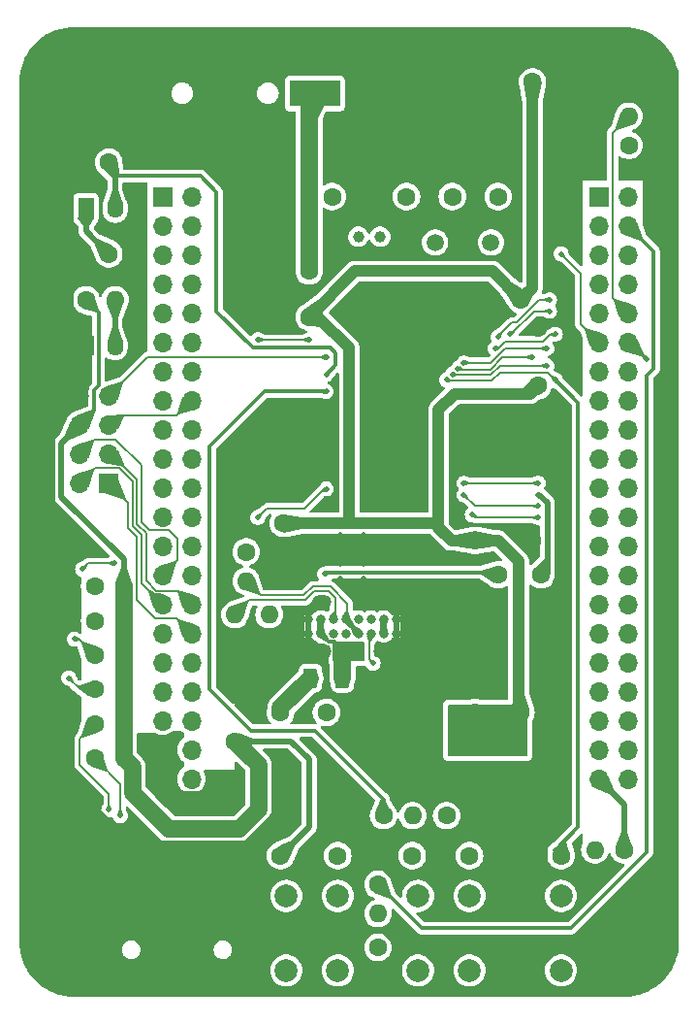
<source format=gtl>
%TF.GenerationSoftware,KiCad,Pcbnew,8.0.6*%
%TF.CreationDate,2024-11-05T16:44:43+08:00*%
%TF.ProjectId,li-chuang-liang-shan-pai-tian-kong-xing-kai-fa-ban,6c692d63-6875-4616-9e67-2d6c69616e67,rev?*%
%TF.SameCoordinates,Original*%
%TF.FileFunction,Copper,L1,Top*%
%TF.FilePolarity,Positive*%
%FSLAX46Y46*%
G04 Gerber Fmt 4.6, Leading zero omitted, Abs format (unit mm)*
G04 Created by KiCad (PCBNEW 8.0.6) date 2024-11-05 16:44:43*
%MOMM*%
%LPD*%
G01*
G04 APERTURE LIST*
G04 Aperture macros list*
%AMRoundRect*
0 Rectangle with rounded corners*
0 $1 Rounding radius*
0 $2 $3 $4 $5 $6 $7 $8 $9 X,Y pos of 4 corners*
0 Add a 4 corners polygon primitive as box body*
4,1,4,$2,$3,$4,$5,$6,$7,$8,$9,$2,$3,0*
0 Add four circle primitives for the rounded corners*
1,1,$1+$1,$2,$3*
1,1,$1+$1,$4,$5*
1,1,$1+$1,$6,$7*
1,1,$1+$1,$8,$9*
0 Add four rect primitives between the rounded corners*
20,1,$1+$1,$2,$3,$4,$5,0*
20,1,$1+$1,$4,$5,$6,$7,0*
20,1,$1+$1,$6,$7,$8,$9,0*
20,1,$1+$1,$8,$9,$2,$3,0*%
G04 Aperture macros list end*
%TA.AperFunction,Conductor*%
%ADD10C,0.200000*%
%TD*%
%TA.AperFunction,SMDPad,CuDef*%
%ADD11R,4.400000X2.300000*%
%TD*%
%TA.AperFunction,SMDPad,CuDef*%
%ADD12R,4.000000X2.300000*%
%TD*%
%TA.AperFunction,ComponentPad*%
%ADD13C,1.600000*%
%TD*%
%TA.AperFunction,ComponentPad*%
%ADD14O,1.600000X1.600000*%
%TD*%
%TA.AperFunction,ComponentPad*%
%ADD15C,2.000000*%
%TD*%
%TA.AperFunction,ComponentPad*%
%ADD16R,1.700000X1.700000*%
%TD*%
%TA.AperFunction,ComponentPad*%
%ADD17O,1.700000X1.700000*%
%TD*%
%TA.AperFunction,ComponentPad*%
%ADD18R,1.400000X1.800000*%
%TD*%
%TA.AperFunction,ComponentPad*%
%ADD19O,1.400000X1.800000*%
%TD*%
%TA.AperFunction,ComponentPad*%
%ADD20C,0.800000*%
%TD*%
%TA.AperFunction,ComponentPad*%
%ADD21O,1.700000X1.200000*%
%TD*%
%TA.AperFunction,ComponentPad*%
%ADD22O,1.700000X1.300000*%
%TD*%
%TA.AperFunction,ComponentPad*%
%ADD23C,1.000000*%
%TD*%
%TA.AperFunction,ComponentPad*%
%ADD24R,1.000000X1.000000*%
%TD*%
%TA.AperFunction,SMDPad,CuDef*%
%ADD25R,2.500000X6.000000*%
%TD*%
%TA.AperFunction,SMDPad,CuDef*%
%ADD26RoundRect,0.250000X-0.375000X-0.625000X0.375000X-0.625000X0.375000X0.625000X-0.375000X0.625000X0*%
%TD*%
%TA.AperFunction,ComponentPad*%
%ADD27C,1.500000*%
%TD*%
%TA.AperFunction,ComponentPad*%
%ADD28C,2.500000*%
%TD*%
%TA.AperFunction,ComponentPad*%
%ADD29C,6.000000*%
%TD*%
%TA.AperFunction,ViaPad*%
%ADD30C,0.500000*%
%TD*%
%TA.AperFunction,Conductor*%
%ADD31C,1.500000*%
%TD*%
%TA.AperFunction,Conductor*%
%ADD32C,0.500000*%
%TD*%
%TA.AperFunction,Conductor*%
%ADD33C,1.000000*%
%TD*%
%TA.AperFunction,Conductor*%
%ADD34C,0.300000*%
%TD*%
%TA.AperFunction,Conductor*%
%ADD35C,0.130000*%
%TD*%
%TA.AperFunction,Conductor*%
%ADD36C,0.180000*%
%TD*%
%TA.AperFunction,Conductor*%
%ADD37C,0.438400*%
%TD*%
G04 APERTURE END LIST*
%TO.N,/VUSB*%
D10*
X94665000Y-118930000D02*
X97280000Y-118930000D01*
X97280000Y-120450000D01*
X94665000Y-120450000D01*
X94665000Y-118930000D01*
%TA.AperFunction,Conductor*%
G36*
X94665000Y-118930000D02*
G01*
X97280000Y-118930000D01*
X97280000Y-120450000D01*
X94665000Y-120450000D01*
X94665000Y-118930000D01*
G37*
%TD.AperFunction*%
%TO.N,+3.3V*%
X104690000Y-124370000D02*
X111480000Y-124370000D01*
X111480000Y-128730000D01*
X104690000Y-128730000D01*
X104690000Y-124370000D01*
%TA.AperFunction,Conductor*%
G36*
X104690000Y-124370000D02*
G01*
X111480000Y-124370000D01*
X111480000Y-128730000D01*
X104690000Y-128730000D01*
X104690000Y-124370000D01*
G37*
%TD.AperFunction*%
%TD*%
D11*
%TO.P,BT1,1,+*%
%TO.N,+BATT*%
X93000000Y-71000000D03*
D12*
%TO.P,BT1,2,-*%
%TO.N,GND*%
X77000000Y-71000000D03*
%TD*%
D13*
%TO.P,R7,1*%
%TO.N,/PB2_BOOT1*%
X75000000Y-77000000D03*
D14*
%TO.P,R7,2*%
%TO.N,GND*%
X72460000Y-77000000D03*
%TD*%
D15*
%TO.P,SW2,1*%
%TO.N,Net-(C13-Pad2)*%
X106500000Y-141000000D03*
X106500000Y-147500000D03*
%TO.P,SW2,2*%
%TO.N,+3.3V*%
X102000000Y-141000000D03*
X102000000Y-147500000D03*
%TD*%
D13*
%TO.P,R1,1*%
%TO.N,+3.3V*%
X73000000Y-89000000D03*
D14*
%TO.P,R1,2*%
%TO.N,Net-(LED1-A)*%
X75540000Y-89000000D03*
%TD*%
D16*
%TO.P,J2,1,Pin_1*%
%TO.N,/PA9_USART1_TX*%
X75000000Y-105000000D03*
D17*
%TO.P,J2,2,Pin_2*%
%TO.N,/PA13_SWDIO*%
X72460000Y-105000000D03*
%TO.P,J2,3,Pin_3*%
%TO.N,/PA10_USART1_RX*%
X75000000Y-102460000D03*
%TO.P,J2,4,Pin_4*%
%TO.N,/PA14_SWCLK*%
X72460000Y-102460000D03*
%TO.P,J2,5,Pin_5*%
%TO.N,/PB3_SWO*%
X75000000Y-99920000D03*
%TO.P,J2,6,Pin_6*%
%TO.N,+3.3V*%
X72460000Y-99920000D03*
%TO.P,J2,7,Pin_7*%
%TO.N,/NRST*%
X75000000Y-97380000D03*
%TO.P,J2,8,Pin_8*%
%TO.N,GND*%
X72460000Y-97380000D03*
%TD*%
D13*
%TO.P,R18,1*%
%TO.N,/PC10_SDIO_D2*%
X73760000Y-123000000D03*
D14*
%TO.P,R18,2*%
%TO.N,+3.3V*%
X76300000Y-123000000D03*
%TD*%
D13*
%TO.P,R12,1*%
%TO.N,+3.3V*%
X120430000Y-75535000D03*
D14*
%TO.P,R12,2*%
%TO.N,/PA4_SPI1_CS#*%
X120430000Y-72995000D03*
%TD*%
D18*
%TO.P,LED1,1,K*%
%TO.N,GND*%
X73000000Y-93000000D03*
D19*
%TO.P,LED1,2,A*%
%TO.N,Net-(LED1-A)*%
X75540000Y-93000000D03*
%TD*%
D13*
%TO.P,C1,1*%
%TO.N,+5V*%
X90000000Y-125000000D03*
%TO.P,C1,2*%
%TO.N,GND*%
X90000000Y-130000000D03*
%TD*%
%TO.P,R6,1*%
%TO.N,Net-(LED2-K)*%
X75000000Y-85000000D03*
D14*
%TO.P,R6,2*%
%TO.N,GND*%
X72460000Y-85000000D03*
%TD*%
D13*
%TO.P,C2,1*%
%TO.N,+5V*%
X94000000Y-125000000D03*
%TO.P,C2,2*%
%TO.N,GND*%
X94000000Y-130000000D03*
%TD*%
D16*
%TO.P,J5,1,Pin_1*%
%TO.N,/PA1*%
X117780000Y-80000000D03*
D17*
%TO.P,J5,2,Pin_2*%
%TO.N,/PA2*%
X120320000Y-80000000D03*
%TO.P,J5,3,Pin_3*%
%TO.N,/PC3*%
X117780000Y-82540000D03*
%TO.P,J5,4,Pin_4*%
%TO.N,/PA0_WKUP*%
X120320000Y-82540000D03*
%TO.P,J5,5,Pin_5*%
%TO.N,/PA3*%
X117780000Y-85080000D03*
%TO.P,J5,6,Pin_6*%
%TO.N,/PC2*%
X120320000Y-85080000D03*
%TO.P,J5,7,Pin_7*%
%TO.N,/PC1*%
X117780000Y-87620000D03*
%TO.P,J5,8,Pin_8*%
%TO.N,/PC0*%
X120320000Y-87620000D03*
%TO.P,J5,9,Pin_9*%
%TO.N,/NRST*%
X117780000Y-90160000D03*
%TO.P,J5,10,Pin_10*%
%TO.N,/PA4_SPI1_CS#*%
X120320000Y-90160000D03*
%TO.P,J5,11,Pin_11*%
%TO.N,/PA5_SPI1_SCLK*%
X117780000Y-92700000D03*
%TO.P,J5,12,Pin_12*%
%TO.N,/PA6_SPI1_MISO*%
X120320000Y-92700000D03*
%TO.P,J5,13,Pin_13*%
%TO.N,/PA7_SPI1_MOSI*%
X117780000Y-95240000D03*
%TO.P,J5,14,Pin_14*%
%TO.N,/PC4*%
X120320000Y-95240000D03*
%TO.P,J5,15,Pin_15*%
%TO.N,/PC5*%
X117780000Y-97780000D03*
%TO.P,J5,16,Pin_16*%
%TO.N,/PB0*%
X120320000Y-97780000D03*
%TO.P,J5,17,Pin_17*%
%TO.N,/PB1*%
X117780000Y-100320000D03*
%TO.P,J5,18,Pin_18*%
%TO.N,/PE7*%
X120320000Y-100320000D03*
%TO.P,J5,19,Pin_19*%
%TO.N,/PE8*%
X117780000Y-102860000D03*
%TO.P,J5,20,Pin_20*%
%TO.N,/PE9*%
X120320000Y-102860000D03*
%TO.P,J5,21,Pin_21*%
%TO.N,/PE10*%
X117780000Y-105400000D03*
%TO.P,J5,22,Pin_22*%
%TO.N,/PE11*%
X120320000Y-105400000D03*
%TO.P,J5,23,Pin_23*%
%TO.N,/PE12*%
X117780000Y-107940000D03*
%TO.P,J5,24,Pin_24*%
%TO.N,/PE13*%
X120320000Y-107940000D03*
%TO.P,J5,25,Pin_25*%
%TO.N,/PE14*%
X117780000Y-110480000D03*
%TO.P,J5,26,Pin_26*%
%TO.N,/PE15*%
X120320000Y-110480000D03*
%TO.P,J5,27,Pin_27*%
%TO.N,/PB10*%
X117780000Y-113020000D03*
%TO.P,J5,28,Pin_28*%
%TO.N,/PB11*%
X120320000Y-113020000D03*
%TO.P,J5,29,Pin_29*%
%TO.N,/PB13*%
X117780000Y-115560000D03*
%TO.P,J5,30,Pin_30*%
%TO.N,/PB12*%
X120320000Y-115560000D03*
%TO.P,J5,31,Pin_31*%
%TO.N,/PB14*%
X117780000Y-118100000D03*
%TO.P,J5,32,Pin_32*%
%TO.N,/PB15*%
X120320000Y-118100000D03*
%TO.P,J5,33,Pin_33*%
%TO.N,/PD8*%
X117780000Y-120640000D03*
%TO.P,J5,34,Pin_34*%
%TO.N,/PD9*%
X120320000Y-120640000D03*
%TO.P,J5,35,Pin_35*%
%TO.N,/PD10*%
X117780000Y-123180000D03*
%TO.P,J5,36,Pin_36*%
%TO.N,/PD11*%
X120320000Y-123180000D03*
%TO.P,J5,37,Pin_37*%
%TO.N,/PD12*%
X117780000Y-125720000D03*
%TO.P,J5,38,Pin_38*%
%TO.N,/PD13*%
X120320000Y-125720000D03*
%TO.P,J5,39,Pin_39*%
%TO.N,+5V*%
X117780000Y-128260000D03*
%TO.P,J5,40,Pin_40*%
%TO.N,GND*%
X120320000Y-128260000D03*
%TO.P,J5,41,Pin_41*%
%TO.N,+3.3V*%
X117780000Y-130800000D03*
%TO.P,J5,42,Pin_42*%
%TO.N,GND*%
X120320000Y-130800000D03*
%TD*%
D13*
%TO.P,C18,1*%
%TO.N,/OSC32-*%
X101000000Y-80000000D03*
%TO.P,C18,2*%
%TO.N,GND*%
X101000000Y-75000000D03*
%TD*%
%TO.P,C19,1*%
%TO.N,+3.3V*%
X112000000Y-70000000D03*
%TO.P,C19,2*%
%TO.N,GND*%
X117000000Y-70000000D03*
%TD*%
%TO.P,R4,1*%
%TO.N,+3.3V*%
X87000000Y-111000000D03*
D14*
%TO.P,R4,2*%
%TO.N,/D+*%
X87000000Y-113540000D03*
%TD*%
D13*
%TO.P,C9,1*%
%TO.N,+3.3V*%
X112500000Y-96500000D03*
%TO.P,C9,2*%
%TO.N,GND*%
X112500000Y-91500000D03*
%TD*%
%TO.P,C8,1*%
%TO.N,+3.3V*%
X107000000Y-110000000D03*
%TO.P,C8,2*%
%TO.N,GND*%
X112000000Y-110000000D03*
%TD*%
D20*
%TO.P,J1,A1,GND*%
%TO.N,GND*%
X92400000Y-116875000D03*
%TO.P,J1,A4,VBUS*%
%TO.N,/VUSB*%
X93500000Y-116875000D03*
%TO.P,J1,A5,CC1*%
%TO.N,Net-(J1-CC1)*%
X94600000Y-116875000D03*
%TO.P,J1,A6,D+*%
%TO.N,/D+*%
X95700000Y-116875000D03*
%TO.P,J1,A7,D-*%
%TO.N,/D-*%
X96800000Y-116875000D03*
%TO.P,J1,A8,SBU1*%
%TO.N,unconnected-(J1-SBU1-PadA8)*%
X97900000Y-116875000D03*
%TO.P,J1,A9,VBUS*%
%TO.N,/VUSB*%
X99000000Y-116875000D03*
%TO.P,J1,A12,GND*%
%TO.N,GND*%
X100100000Y-116875000D03*
%TO.P,J1,B1,GND*%
X100100000Y-118125000D03*
%TO.P,J1,B4,VBUS*%
%TO.N,/VUSB*%
X99000000Y-118125000D03*
%TO.P,J1,B5,CC2*%
%TO.N,Net-(J1-CC2)*%
X97900000Y-118125000D03*
%TO.P,J1,B6,D+*%
%TO.N,/D+*%
X96800000Y-118125000D03*
%TO.P,J1,B7,D-*%
%TO.N,/D-*%
X95700000Y-118125000D03*
%TO.P,J1,B8,SBU2*%
%TO.N,unconnected-(J1-SBU2-PadB8)*%
X94600000Y-118125000D03*
%TO.P,J1,B9,VBUS*%
%TO.N,/VUSB*%
X93500000Y-118125000D03*
%TO.P,J1,B12,GND*%
%TO.N,GND*%
X92400000Y-118125000D03*
D21*
%TO.P,J1,S1,SHIELD*%
X93580000Y-115350000D03*
D22*
X93580000Y-119650000D03*
X98920000Y-115350000D03*
X98920000Y-119650000D03*
%TD*%
D13*
%TO.P,C6,1*%
%TO.N,+3.3V*%
X92500000Y-90500000D03*
%TO.P,C6,2*%
%TO.N,GND*%
X87500000Y-90500000D03*
%TD*%
%TO.P,R9,1*%
%TO.N,/BOOT0*%
X99000000Y-134000000D03*
D14*
%TO.P,R9,2*%
%TO.N,Net-(C13-Pad2)*%
X101540000Y-134000000D03*
%TD*%
D13*
%TO.P,C4,1*%
%TO.N,+3.3V*%
X111000000Y-125000000D03*
%TO.P,C4,2*%
%TO.N,GND*%
X111000000Y-130000000D03*
%TD*%
%TO.P,C10,1*%
%TO.N,+3.3V*%
X111000000Y-89000000D03*
%TO.P,C10,2*%
%TO.N,GND*%
X106000000Y-89000000D03*
%TD*%
%TO.P,C20,1*%
%TO.N,+3.3V*%
X86000000Y-127500000D03*
%TO.P,C20,2*%
%TO.N,GND*%
X86000000Y-132500000D03*
%TD*%
%TO.P,R11,1*%
%TO.N,Net-(C13-Pad2)*%
X104500000Y-134000000D03*
D14*
%TO.P,R11,2*%
%TO.N,GND*%
X107040000Y-134000000D03*
%TD*%
D13*
%TO.P,C7,1*%
%TO.N,+3.3V*%
X90250000Y-108500000D03*
%TO.P,C7,2*%
%TO.N,GND*%
X90250000Y-113500000D03*
%TD*%
D23*
%TO.P,X2,1,1*%
%TO.N,/OSC32-*%
X98700000Y-83500000D03*
%TO.P,X2,2,2*%
%TO.N,/OSC32+*%
X96800000Y-83500000D03*
D24*
%TO.P,X2,3,3*%
%TO.N,GND*%
X99250000Y-78000000D03*
D25*
X97750000Y-78000000D03*
D24*
X96250000Y-78000000D03*
%TD*%
D13*
%TO.P,R17,1*%
%TO.N,/PC11_SDIO_D3*%
X73760000Y-120000000D03*
D14*
%TO.P,R17,2*%
%TO.N,+3.3V*%
X76300000Y-120000000D03*
%TD*%
D13*
%TO.P,C5,1*%
%TO.N,+BATT*%
X92500000Y-86500000D03*
%TO.P,C5,2*%
%TO.N,GND*%
X87500000Y-86500000D03*
%TD*%
D26*
%TO.P,F1,1*%
%TO.N,+5V*%
X92600000Y-122000000D03*
%TO.P,F1,2*%
%TO.N,/VUSB*%
X95400000Y-122000000D03*
%TD*%
D15*
%TO.P,SW3,1*%
%TO.N,GND*%
X110000000Y-147500000D03*
X110000000Y-141000000D03*
%TO.P,SW3,2*%
%TO.N,/NRST*%
X114500000Y-147500000D03*
X114500000Y-141000000D03*
%TD*%
D13*
%TO.P,R13,1*%
%TO.N,/PD3_SDIO_DET*%
X73760000Y-114000000D03*
D14*
%TO.P,R13,2*%
%TO.N,+3.3V*%
X76300000Y-114000000D03*
%TD*%
D13*
%TO.P,C14,1*%
%TO.N,/NRST*%
X114500000Y-137500000D03*
%TO.P,C14,2*%
%TO.N,GND*%
X109500000Y-137500000D03*
%TD*%
D16*
%TO.P,J4,1,Pin_1*%
%TO.N,/PE5*%
X79680000Y-80000000D03*
D17*
%TO.P,J4,2,Pin_2*%
%TO.N,/PE6*%
X82220000Y-80000000D03*
%TO.P,J4,3,Pin_3*%
%TO.N,/PE3*%
X79680000Y-82540000D03*
%TO.P,J4,4,Pin_4*%
%TO.N,/PE4*%
X82220000Y-82540000D03*
%TO.P,J4,5,Pin_5*%
%TO.N,/PC13*%
X79680000Y-85080000D03*
%TO.P,J4,6,Pin_6*%
%TO.N,/PE2*%
X82220000Y-85080000D03*
%TO.P,J4,7,Pin_7*%
%TO.N,/PE0*%
X79680000Y-87620000D03*
%TO.P,J4,8,Pin_8*%
%TO.N,/PE1*%
X82220000Y-87620000D03*
%TO.P,J4,9,Pin_9*%
%TO.N,/PB8*%
X79680000Y-90160000D03*
%TO.P,J4,10,Pin_10*%
%TO.N,/PB9*%
X82220000Y-90160000D03*
%TO.P,J4,11,Pin_11*%
%TO.N,/PB6*%
X79680000Y-92700000D03*
%TO.P,J4,12,Pin_12*%
%TO.N,/PB7*%
X82220000Y-92700000D03*
%TO.P,J4,13,Pin_13*%
%TO.N,/PB4*%
X79680000Y-95240000D03*
%TO.P,J4,14,Pin_14*%
%TO.N,/PB5*%
X82220000Y-95240000D03*
%TO.P,J4,15,Pin_15*%
%TO.N,/PD7*%
X79680000Y-97780000D03*
%TO.P,J4,16,Pin_16*%
%TO.N,/PB3_SWO*%
X82220000Y-97780000D03*
%TO.P,J4,17,Pin_17*%
%TO.N,/PD5*%
X79680000Y-100320000D03*
%TO.P,J4,18,Pin_18*%
%TO.N,/PD6*%
X82220000Y-100320000D03*
%TO.P,J4,19,Pin_19*%
%TO.N,/PD3_SDIO_DET*%
X79680000Y-102860000D03*
%TO.P,J4,20,Pin_20*%
%TO.N,/PD4*%
X82220000Y-102860000D03*
%TO.P,J4,21,Pin_21*%
%TO.N,/PD1*%
X79680000Y-105400000D03*
%TO.P,J4,22,Pin_22*%
%TO.N,/PD2_SDIO_CMD*%
X82220000Y-105400000D03*
%TO.P,J4,23,Pin_23*%
%TO.N,/PC12_SDIO_CLK*%
X79680000Y-107940000D03*
%TO.P,J4,24,Pin_24*%
%TO.N,/PD0*%
X82220000Y-107940000D03*
%TO.P,J4,25,Pin_25*%
%TO.N,/PC10_SDIO_D2*%
X79680000Y-110480000D03*
%TO.P,J4,26,Pin_26*%
%TO.N,/PC11_SDIO_D3*%
X82220000Y-110480000D03*
%TO.P,J4,27,Pin_27*%
%TO.N,/PA14_SWCLK*%
X79680000Y-113020000D03*
%TO.P,J4,28,Pin_28*%
%TO.N,/PA15*%
X82220000Y-113020000D03*
%TO.P,J4,29,Pin_29*%
%TO.N,/PA13_SWDIO*%
X79680000Y-115560000D03*
%TO.P,J4,30,Pin_30*%
%TO.N,/PA10_USART1_RX*%
X82220000Y-115560000D03*
%TO.P,J4,31,Pin_31*%
%TO.N,/PA8*%
X79680000Y-118100000D03*
%TO.P,J4,32,Pin_32*%
%TO.N,/PA9_USART1_TX*%
X82220000Y-118100000D03*
%TO.P,J4,33,Pin_33*%
%TO.N,/PC8_SDIO_D0*%
X79680000Y-120640000D03*
%TO.P,J4,34,Pin_34*%
%TO.N,/PC9_SDIO_D1*%
X82220000Y-120640000D03*
%TO.P,J4,35,Pin_35*%
%TO.N,/PC6*%
X79680000Y-123180000D03*
%TO.P,J4,36,Pin_36*%
%TO.N,/PC7*%
X82220000Y-123180000D03*
%TO.P,J4,37,Pin_37*%
%TO.N,/PD14*%
X79680000Y-125720000D03*
%TO.P,J4,38,Pin_38*%
%TO.N,/PD15*%
X82220000Y-125720000D03*
%TO.P,J4,39,Pin_39*%
%TO.N,GND*%
X79680000Y-128260000D03*
%TO.P,J4,40,Pin_40*%
%TO.N,+5V*%
X82220000Y-128260000D03*
%TO.P,J4,41,Pin_41*%
%TO.N,GND*%
X79680000Y-130800000D03*
%TO.P,J4,42,Pin_42*%
%TO.N,+3.3V*%
X82220000Y-130800000D03*
%TD*%
D27*
%TO.P,X1,1,1*%
%TO.N,/OSC+*%
X103500000Y-84000000D03*
D28*
%TO.P,X1,2,2*%
%TO.N,GND*%
X105940000Y-84000000D03*
D27*
%TO.P,X1,3,3*%
%TO.N,/OSC-*%
X108380000Y-84000000D03*
%TD*%
D13*
%TO.P,C12,1*%
%TO.N,+3.3V*%
X90000000Y-137500000D03*
%TO.P,C12,2*%
%TO.N,Net-(C12-Pad2)*%
X95000000Y-137500000D03*
%TD*%
%TO.P,C13,1*%
%TO.N,+3.3V*%
X101500000Y-137500000D03*
%TO.P,C13,2*%
%TO.N,Net-(C13-Pad2)*%
X106500000Y-137500000D03*
%TD*%
%TO.P,R15,1*%
%TO.N,/PC8_SDIO_D0*%
X73760000Y-129000000D03*
D14*
%TO.P,R15,2*%
%TO.N,+3.3V*%
X76300000Y-129000000D03*
%TD*%
D15*
%TO.P,SW1,1*%
%TO.N,Net-(C12-Pad2)*%
X95000000Y-141000000D03*
X95000000Y-147500000D03*
%TO.P,SW1,2*%
%TO.N,+3.3V*%
X90500000Y-141000000D03*
X90500000Y-147500000D03*
%TD*%
D13*
%TO.P,R8,1*%
%TO.N,/PA0_WKUP*%
X98500000Y-140000000D03*
D14*
%TO.P,R8,2*%
%TO.N,Net-(C12-Pad2)*%
X98500000Y-142540000D03*
%TD*%
D13*
%TO.P,R16,1*%
%TO.N,/PD2_SDIO_CMD*%
X73760000Y-117000000D03*
D14*
%TO.P,R16,2*%
%TO.N,+3.3V*%
X76300000Y-117000000D03*
%TD*%
D13*
%TO.P,C17,1*%
%TO.N,/OSC32+*%
X94500000Y-80000000D03*
%TO.P,C17,2*%
%TO.N,GND*%
X94500000Y-75000000D03*
%TD*%
%TO.P,C16,1*%
%TO.N,/OSC-*%
X109000000Y-80000000D03*
%TO.P,C16,2*%
%TO.N,GND*%
X109000000Y-75000000D03*
%TD*%
%TO.P,C22,1*%
%TO.N,Net-(C22-Pad1)*%
X112750000Y-113000000D03*
%TO.P,C22,2*%
%TO.N,GND*%
X112750000Y-118000000D03*
%TD*%
%TO.P,R3,1*%
%TO.N,GND*%
X89000000Y-119000000D03*
D14*
%TO.P,R3,2*%
%TO.N,Net-(J1-CC2)*%
X89000000Y-116460000D03*
%TD*%
D13*
%TO.P,C15,1*%
%TO.N,/OSC+*%
X105000000Y-80000000D03*
%TO.P,C15,2*%
%TO.N,GND*%
X105000000Y-75000000D03*
%TD*%
D18*
%TO.P,LED2,1,K*%
%TO.N,Net-(LED2-K)*%
X73000000Y-81000000D03*
D19*
%TO.P,LED2,2,A*%
%TO.N,/PB2_BOOT1*%
X75540000Y-81000000D03*
%TD*%
D13*
%TO.P,R10,1*%
%TO.N,Net-(C12-Pad2)*%
X98500000Y-145500000D03*
D14*
%TO.P,R10,2*%
%TO.N,GND*%
X98500000Y-148040000D03*
%TD*%
D13*
%TO.P,C3,1*%
%TO.N,+3.3V*%
X107000000Y-125000000D03*
%TO.P,C3,2*%
%TO.N,GND*%
X107000000Y-130000000D03*
%TD*%
D29*
%TO.P,H1,1,1*%
%TO.N,GND*%
X119760000Y-144910000D03*
%TD*%
D13*
%TO.P,R2,1*%
%TO.N,GND*%
X86000000Y-119000000D03*
D14*
%TO.P,R2,2*%
%TO.N,Net-(J1-CC1)*%
X86000000Y-116460000D03*
%TD*%
D13*
%TO.P,R14,1*%
%TO.N,/PC9_SDIO_D1*%
X73760000Y-125995200D03*
D14*
%TO.P,R14,2*%
%TO.N,+3.3V*%
X76300000Y-125995200D03*
%TD*%
D13*
%TO.P,C24,1*%
%TO.N,Net-(U3-NC)*%
X109000000Y-113000000D03*
%TO.P,C24,2*%
%TO.N,GND*%
X109000000Y-118000000D03*
%TD*%
%TO.P,R5,1*%
%TO.N,+3.3V*%
X120000000Y-137000000D03*
D14*
%TO.P,R5,2*%
%TO.N,/NRST*%
X117460000Y-137000000D03*
%TD*%
D30*
%TO.N,GND*%
X95256800Y-109500000D03*
X75460000Y-138920000D03*
X104400000Y-142400000D03*
X69000000Y-92860000D03*
X123500000Y-134100000D03*
X95256800Y-112040000D03*
X69000000Y-115720000D03*
X78180000Y-148200000D03*
X83800000Y-68520000D03*
X69000000Y-134770000D03*
X74200000Y-87000000D03*
X123500000Y-103620000D03*
X94600000Y-83800000D03*
X69000000Y-70000000D03*
X122000000Y-77400000D03*
X123500000Y-96000000D03*
X99940000Y-97000000D03*
X112000000Y-137500000D03*
X109000000Y-115600000D03*
X106740000Y-67000000D03*
X101660000Y-67000000D03*
X92600000Y-139000000D03*
X75460000Y-141460000D03*
X73000000Y-110400000D03*
X89400000Y-79260000D03*
X83440000Y-132660000D03*
X99940000Y-104620000D03*
X116110000Y-76900000D03*
X78000000Y-138920000D03*
X102480000Y-102080000D03*
X69000000Y-130960000D03*
X78000000Y-144000000D03*
X97243200Y-115850000D03*
X83800000Y-71060000D03*
X69000000Y-100480000D03*
X99120000Y-69540000D03*
X97400000Y-97000000D03*
X97243200Y-114580000D03*
X83080000Y-138920000D03*
X123500000Y-99810000D03*
X69000000Y-111910000D03*
X123500000Y-118860000D03*
X97400000Y-104620000D03*
X109460000Y-134960000D03*
X123500000Y-137910000D03*
X113400000Y-81800000D03*
X99940000Y-99540000D03*
X102480000Y-99540000D03*
X101000000Y-90600000D03*
X114400000Y-76400000D03*
X102480000Y-104620000D03*
X90000000Y-110800000D03*
X86860000Y-76720000D03*
X69000000Y-89050000D03*
X69000000Y-96670000D03*
X97243200Y-109500000D03*
X112000000Y-132420000D03*
X97400000Y-102080000D03*
X105020000Y-99540000D03*
X69000000Y-108100000D03*
X86860000Y-79260000D03*
X69000000Y-85240000D03*
X80540000Y-144000000D03*
X73600000Y-78600000D03*
X83080000Y-141460000D03*
X95400000Y-133400000D03*
X86340000Y-71060000D03*
X69000000Y-127150000D03*
X98200000Y-137400000D03*
X83080000Y-144000000D03*
X104200000Y-72080000D03*
X75460000Y-144000000D03*
X85800000Y-148200000D03*
X97243200Y-110770000D03*
X89400000Y-76720000D03*
X69000000Y-138580000D03*
X97400000Y-99540000D03*
X123500000Y-115050000D03*
X88880000Y-73600000D03*
X75400000Y-95200000D03*
X113000000Y-115400000D03*
X88800000Y-112200000D03*
X99120000Y-67000000D03*
X112000000Y-134960000D03*
X75400000Y-83200000D03*
X99940000Y-102080000D03*
X123500000Y-107430000D03*
X108200000Y-111400000D03*
X81260000Y-73600000D03*
X69000000Y-123340000D03*
X104200000Y-67000000D03*
X109460000Y-132420000D03*
X69000000Y-104290000D03*
X101660000Y-72080000D03*
X94200000Y-98920000D03*
X110600000Y-86400000D03*
X77400000Y-79800000D03*
X86860000Y-81800000D03*
X83800000Y-73600000D03*
X69000000Y-119530000D03*
X100400000Y-144000000D03*
X69000000Y-77620000D03*
X78000000Y-141460000D03*
X86340000Y-73600000D03*
X69000000Y-81430000D03*
X80540000Y-141460000D03*
X69000000Y-73810000D03*
X99120000Y-72080000D03*
X95256800Y-113310000D03*
X123500000Y-111240000D03*
X94600000Y-82200000D03*
X123500000Y-126480000D03*
X97800000Y-82200000D03*
X97243200Y-113310000D03*
X94200000Y-104000000D03*
X88880000Y-68520000D03*
X104200000Y-69540000D03*
X117400000Y-139600000D03*
X74370000Y-148200000D03*
X105020000Y-102080000D03*
X113400000Y-83800000D03*
X97243200Y-112040000D03*
X102480000Y-97000000D03*
X94200000Y-101460000D03*
X81260000Y-68520000D03*
X113400000Y-86000000D03*
X97000000Y-141200000D03*
X123500000Y-130290000D03*
X123500000Y-122670000D03*
X106740000Y-69540000D03*
X86340000Y-68520000D03*
X95256800Y-110770000D03*
X104200000Y-139400000D03*
X90400000Y-90200000D03*
X101660000Y-69540000D03*
X81990000Y-148200000D03*
X69000000Y-142390000D03*
X106740000Y-72080000D03*
X80540000Y-138920000D03*
X89400000Y-81800000D03*
%TO.N,+3.3V*%
X100000000Y-86500000D03*
%TO.N,/NRST*%
X104500000Y-96000000D03*
X94000000Y-94000000D03*
X114000000Y-96000000D03*
%TO.N,Net-(C22-Pad1)*%
X112500000Y-106000000D03*
%TO.N,Net-(U3-NC)*%
X93860000Y-112930000D03*
%TO.N,Net-(J1-CC2)*%
X98080000Y-120710000D03*
%TO.N,/PA9_USART1_TX*%
X88000000Y-108000000D03*
X94000000Y-105500000D03*
%TO.N,/PC8_SDIO_D0*%
X76000000Y-134000000D03*
%TO.N,/PC9_SDIO_D1*%
X75000000Y-133500000D03*
%TO.N,/PC11_SDIO_D3*%
X72000000Y-118600000D03*
%TO.N,/PC10_SDIO_D2*%
X71500000Y-122000000D03*
%TO.N,/PA3*%
X114000000Y-92000000D03*
X108750000Y-93250000D03*
%TO.N,/PA5_SPI1_SCLK*%
X114500000Y-85000000D03*
%TO.N,/PA6_SPI1_MISO*%
X122000000Y-94200000D03*
%TO.N,/PB13*%
X112500000Y-107000000D03*
X106000000Y-106000000D03*
%TO.N,/PB12*%
X106750000Y-107750000D03*
X112500000Y-108000000D03*
%TO.N,/PB11*%
X112500000Y-105000000D03*
X106000000Y-105000000D03*
%TO.N,/PA0_WKUP*%
X113500000Y-90000000D03*
X110000000Y-92000000D03*
%TO.N,/PC2*%
X113250000Y-93250000D03*
X106000000Y-94500000D03*
%TO.N,/PC1*%
X105500000Y-95000000D03*
X112000000Y-94000000D03*
%TO.N,/PC12_SDIO_CLK*%
X72710000Y-112500000D03*
X75460000Y-111980000D03*
%TO.N,/PC3*%
X113500000Y-89000000D03*
X109000000Y-92250000D03*
%TO.N,/PC0*%
X113250000Y-94750000D03*
X105000000Y-95500000D03*
%TO.N,/PC13*%
X92500000Y-92500000D03*
X88000000Y-92500000D03*
%TO.N,/PB2_BOOT1*%
X94000000Y-95500000D03*
%TO.N,/BOOT0*%
X94000000Y-97000000D03*
%TO.N,/VUSB*%
X95000000Y-119200000D03*
X96000000Y-119200000D03*
X97000000Y-119200000D03*
X95000000Y-120200000D03*
X97000000Y-120200000D03*
X96000000Y-120200000D03*
%TD*%
D31*
%TO.N,+BATT*%
X92500000Y-71500000D02*
X92500000Y-86500000D01*
X93000000Y-71000000D02*
X92500000Y-71500000D01*
D32*
%TO.N,GND*%
X76855197Y-136430000D02*
X86970000Y-136430000D01*
X70090000Y-99750000D02*
X70090000Y-129664803D01*
X73000000Y-96840000D02*
X72460000Y-97380000D01*
X73000000Y-93000000D02*
X71660001Y-91660001D01*
D31*
X72460000Y-77000000D02*
X72460000Y-75540000D01*
X72460000Y-75540000D02*
X77000000Y-71000000D01*
D32*
X86970000Y-136430000D02*
X90000000Y-133400000D01*
X72460000Y-77000000D02*
X71660001Y-77799999D01*
X92400000Y-116875000D02*
X92400000Y-118125000D01*
X117000000Y-70000000D02*
X116120000Y-70880000D01*
D31*
X79680000Y-130800000D02*
X79680000Y-132002081D01*
D32*
X90000000Y-133400000D02*
X90000000Y-130000000D01*
X70090000Y-129664803D02*
X76855197Y-136430000D01*
X71660001Y-91660001D02*
X71660001Y-85799999D01*
X71660001Y-84200001D02*
X72460000Y-85000000D01*
X72460000Y-97380000D02*
X70090000Y-99750000D01*
X116120000Y-70880000D02*
X116120000Y-76890000D01*
X73000000Y-93000000D02*
X73000000Y-96840000D01*
X71660001Y-77799999D02*
X71660001Y-84200001D01*
D31*
X80337919Y-132660000D02*
X85840000Y-132660000D01*
D32*
X100100000Y-116875000D02*
X100100000Y-118125000D01*
X116120000Y-76890000D02*
X116110000Y-76900000D01*
X71660001Y-85799999D02*
X72460000Y-85000000D01*
D31*
X79680000Y-132002081D02*
X80337919Y-132660000D01*
X85840000Y-132660000D02*
X86000000Y-132500000D01*
%TO.N,+5V*%
X90000000Y-125000000D02*
X90000000Y-124600000D01*
X90000000Y-124600000D02*
X92600000Y-122000000D01*
D33*
%TO.N,+3.3V*%
X108500000Y-86500000D02*
X111000000Y-89000000D01*
X96000000Y-108490000D02*
X95990000Y-108500000D01*
D32*
X70850000Y-106170000D02*
X76300000Y-111620000D01*
D33*
X105200000Y-97200000D02*
X103800000Y-98600000D01*
D32*
X92500000Y-135000000D02*
X92500000Y-129100000D01*
D31*
X86000000Y-127500000D02*
X88070000Y-129570000D01*
D34*
X73000000Y-89000000D02*
X74110000Y-90110000D01*
D33*
X103800000Y-98600000D02*
X103800000Y-108890000D01*
X93300000Y-90500000D02*
X96000000Y-93200000D01*
D32*
X70850000Y-101530000D02*
X70850000Y-106170000D01*
D34*
X74110000Y-90110000D02*
X74110000Y-96488090D01*
D31*
X86400000Y-135170000D02*
X80250000Y-135170000D01*
X77075000Y-131995000D02*
X77075000Y-129775000D01*
D32*
X90900000Y-127500000D02*
X86000000Y-127500000D01*
X120000000Y-137000000D02*
X120000000Y-133020000D01*
D33*
X95990000Y-108500000D02*
X93500000Y-108500000D01*
X109000000Y-110000000D02*
X110800000Y-111800000D01*
X111800000Y-97200000D02*
X105200000Y-97200000D01*
X96000000Y-93200000D02*
X96000000Y-108490000D01*
D32*
X92500000Y-129100000D02*
X90900000Y-127500000D01*
D33*
X93500000Y-108500000D02*
X93510000Y-108490000D01*
D34*
X73730000Y-96868090D02*
X73730000Y-98650000D01*
D32*
X90000000Y-137500000D02*
X92500000Y-135000000D01*
D33*
X112000000Y-70000000D02*
X112000000Y-88000000D01*
D34*
X73730000Y-98650000D02*
X72460000Y-99920000D01*
D31*
X88070000Y-129570000D02*
X88070000Y-133500000D01*
X77075000Y-129775000D02*
X76300000Y-129000000D01*
D33*
X112500000Y-96500000D02*
X111800000Y-97200000D01*
X92500000Y-90500000D02*
X96500000Y-86500000D01*
D32*
X76300000Y-111620000D02*
X76300000Y-114000000D01*
D31*
X76300000Y-114000000D02*
X76300000Y-129000000D01*
D33*
X110800000Y-124800000D02*
X111000000Y-125000000D01*
D32*
X120000000Y-133020000D02*
X117780000Y-130800000D01*
D33*
X110800000Y-111800000D02*
X110800000Y-124800000D01*
D31*
X88070000Y-133500000D02*
X86400000Y-135170000D01*
D33*
X112000000Y-88000000D02*
X111000000Y-89000000D01*
D34*
X100000000Y-86500000D02*
X108500000Y-86500000D01*
D33*
X92500000Y-90500000D02*
X93300000Y-90500000D01*
X93510000Y-108490000D02*
X103400000Y-108490000D01*
D34*
X74110000Y-96488090D02*
X73730000Y-96868090D01*
D33*
X103400000Y-108490000D02*
X104910000Y-110000000D01*
X103800000Y-108890000D02*
X104910000Y-110000000D01*
X93500000Y-108500000D02*
X90250000Y-108500000D01*
X96500000Y-86500000D02*
X108500000Y-86500000D01*
X107000000Y-110000000D02*
X109000000Y-110000000D01*
X104910000Y-110000000D02*
X107000000Y-110000000D01*
D32*
X72460000Y-99920000D02*
X70850000Y-101530000D01*
D31*
X80250000Y-135170000D02*
X77075000Y-131995000D01*
D35*
%TO.N,/NRST*%
X94000000Y-94000000D02*
X78380000Y-94000000D01*
D34*
X116000000Y-135000000D02*
X114000000Y-137000000D01*
D35*
X104500000Y-96000000D02*
X104575000Y-96075000D01*
D34*
X114000000Y-96000000D02*
X116000000Y-98000000D01*
D35*
X109161175Y-95325000D02*
X113325000Y-95325000D01*
X113325000Y-95325000D02*
X114000000Y-96000000D01*
X108411175Y-96075000D02*
X109161175Y-95325000D01*
D34*
X116000000Y-98000000D02*
X116000000Y-135000000D01*
D35*
X78380000Y-94000000D02*
X75000000Y-97380000D01*
D32*
X114000000Y-137000000D02*
X114500000Y-137500000D01*
D35*
X104575000Y-96075000D02*
X108411175Y-96075000D01*
D32*
%TO.N,Net-(C22-Pad1)*%
X112500000Y-106000000D02*
X112574803Y-106000000D01*
X113310000Y-112440000D02*
X112750000Y-113000000D01*
X112574803Y-106000000D02*
X113310000Y-106735197D01*
X113310000Y-106735197D02*
X113310000Y-112440000D01*
D34*
%TO.N,Net-(U3-NC)*%
X94010000Y-112780000D02*
X108780000Y-112780000D01*
X108780000Y-112780000D02*
X109000000Y-113000000D01*
X93860000Y-112930000D02*
X94010000Y-112780000D01*
D35*
%TO.N,Net-(J1-CC2)*%
X97745000Y-118280000D02*
X97745000Y-120375000D01*
X97745000Y-120375000D02*
X98080000Y-120710000D01*
X97900000Y-118125000D02*
X97745000Y-118280000D01*
%TO.N,Net-(J1-CC1)*%
X94755000Y-114966852D02*
X94755000Y-116720000D01*
X86000000Y-116460000D02*
X87271000Y-115189000D01*
X94213148Y-114425000D02*
X94755000Y-114966852D01*
X92946852Y-114425000D02*
X94213148Y-114425000D01*
X92182852Y-115189000D02*
X92946852Y-114425000D01*
X94755000Y-116720000D02*
X94600000Y-116875000D01*
X87271000Y-115189000D02*
X92182852Y-115189000D01*
%TO.N,/PA14_SWCLK*%
X73740000Y-101180000D02*
X72460000Y-102460000D01*
X80960000Y-109860000D02*
X80220000Y-109120000D01*
X75590000Y-101180000D02*
X73740000Y-101180000D01*
X78550000Y-109120000D02*
X77860000Y-108430000D01*
X79680000Y-113020000D02*
X80960000Y-111740000D01*
X80960000Y-111740000D02*
X80960000Y-109860000D01*
X77860000Y-103450000D02*
X75590000Y-101180000D01*
X77860000Y-108430000D02*
X77860000Y-103450000D01*
X80220000Y-109120000D02*
X78550000Y-109120000D01*
%TO.N,/PA10_USART1_RX*%
X82220000Y-115560000D02*
X81045000Y-114385000D01*
X75271544Y-102460000D02*
X75000000Y-102460000D01*
X78255000Y-109376544D02*
X77470000Y-108591544D01*
X78255000Y-113505000D02*
X78255000Y-109376544D01*
X77470000Y-108591544D02*
X77470000Y-104658456D01*
X79135000Y-114385000D02*
X78255000Y-113505000D01*
X77470000Y-104658456D02*
X75271544Y-102460000D01*
X81045000Y-114385000D02*
X79135000Y-114385000D01*
%TO.N,/PB3_SWO*%
X75000000Y-99920000D02*
X75850000Y-99070000D01*
X80930000Y-99070000D02*
X82220000Y-97780000D01*
X75850000Y-99070000D02*
X80930000Y-99070000D01*
%TO.N,/PA9_USART1_TX*%
X75000000Y-105000000D02*
X76690000Y-106690000D01*
X92075000Y-107213400D02*
X93788400Y-105500000D01*
X93788400Y-105500000D02*
X94000000Y-105500000D01*
X76690000Y-106690000D02*
X76690000Y-108914632D01*
X80910000Y-116790000D02*
X82220000Y-118100000D01*
X88000000Y-108000000D02*
X88786600Y-107213400D01*
X77475000Y-109699632D02*
X77475000Y-115195000D01*
X76690000Y-108914632D02*
X77475000Y-109699632D01*
X79070000Y-116790000D02*
X80910000Y-116790000D01*
X88786600Y-107213400D02*
X92075000Y-107213400D01*
X77475000Y-115195000D02*
X79070000Y-116790000D01*
%TO.N,/PA13_SWDIO*%
X77080000Y-108753088D02*
X77080000Y-104820000D01*
X73780000Y-103680000D02*
X72460000Y-105000000D01*
X79680000Y-115560000D02*
X77865000Y-113745000D01*
X75940000Y-103680000D02*
X73780000Y-103680000D01*
X77865000Y-109538088D02*
X77080000Y-108753088D01*
X77080000Y-104820000D02*
X75940000Y-103680000D01*
X77865000Y-113745000D02*
X77865000Y-109538088D01*
%TO.N,/PC8_SDIO_D0*%
X76000000Y-134000000D02*
X76000000Y-131240000D01*
X76000000Y-131240000D02*
X73760000Y-129000000D01*
%TO.N,/PC9_SDIO_D1*%
X75000000Y-133500000D02*
X75000000Y-132100000D01*
X72450000Y-127305200D02*
X73760000Y-125995200D01*
X75000000Y-132100000D02*
X72450000Y-129550000D01*
X72450000Y-129550000D02*
X72450000Y-127305200D01*
%TO.N,/PC11_SDIO_D3*%
X72000000Y-118600000D02*
X72360000Y-118600000D01*
X72360000Y-118600000D02*
X73760000Y-120000000D01*
%TO.N,/PC10_SDIO_D2*%
X72500000Y-123000000D02*
X73760000Y-123000000D01*
X71500000Y-122000000D02*
X72500000Y-123000000D01*
%TO.N,/PA3*%
X109030000Y-93250000D02*
X109630000Y-92650000D01*
X109630000Y-92650000D02*
X112940991Y-92650000D01*
X108750000Y-93250000D02*
X109030000Y-93250000D01*
X113590991Y-92000000D02*
X114000000Y-92000000D01*
X112940991Y-92650000D02*
X113590991Y-92000000D01*
%TO.N,/PA5_SPI1_SCLK*%
X116200000Y-86700000D02*
X116200000Y-91120000D01*
X116200000Y-91120000D02*
X117780000Y-92700000D01*
X114500000Y-85000000D02*
X116200000Y-86700000D01*
D34*
%TO.N,/PA6_SPI1_MISO*%
X120500000Y-92700000D02*
X122000000Y-94200000D01*
X120320000Y-92700000D02*
X120500000Y-92700000D01*
D35*
%TO.N,/PB13*%
X106000000Y-106000000D02*
X107000000Y-107000000D01*
X107000000Y-107000000D02*
X112500000Y-107000000D01*
D36*
%TO.N,/PA4_SPI1_CS#*%
X120430000Y-72995000D02*
X119000000Y-74425000D01*
X119000000Y-88840000D02*
X120320000Y-90160000D01*
X119000000Y-74425000D02*
X119000000Y-88840000D01*
D35*
%TO.N,/PB12*%
X106750000Y-107750000D02*
X107000000Y-108000000D01*
X107000000Y-108000000D02*
X112500000Y-108000000D01*
%TO.N,/PB11*%
X106000000Y-105000000D02*
X112500000Y-105000000D01*
D34*
%TO.N,/PA0_WKUP*%
X98500000Y-140000000D02*
X102300000Y-143800000D01*
X122000000Y-137200000D02*
X122000000Y-95600000D01*
X115400000Y-143800000D02*
X122000000Y-137200000D01*
X122000000Y-95600000D02*
X122600000Y-95000000D01*
D35*
X110142535Y-92000000D02*
X112142535Y-90000000D01*
X112142535Y-90000000D02*
X113500000Y-90000000D01*
D34*
X122600000Y-84820000D02*
X120320000Y-82540000D01*
X122600000Y-95000000D02*
X122600000Y-84820000D01*
X102300000Y-143800000D02*
X115400000Y-143800000D01*
D35*
X110000000Y-92000000D02*
X110142535Y-92000000D01*
%TO.N,/PC2*%
X109581544Y-93250000D02*
X113250000Y-93250000D01*
X108331544Y-94500000D02*
X109581544Y-93250000D01*
X106000000Y-94500000D02*
X108331544Y-94500000D01*
%TO.N,/PC1*%
X109383088Y-94000000D02*
X112000000Y-94000000D01*
X108308088Y-95075000D02*
X109383088Y-94000000D01*
X105500000Y-95000000D02*
X105575000Y-95075000D01*
X105575000Y-95075000D02*
X108308088Y-95075000D01*
%TO.N,/PC12_SDIO_CLK*%
X75460000Y-111980000D02*
X73230000Y-111980000D01*
X73230000Y-111980000D02*
X72710000Y-112500000D01*
%TO.N,/PC3*%
X112125000Y-89465991D02*
X112125000Y-89465000D01*
X110620991Y-90970000D02*
X112125000Y-89465991D01*
X112125000Y-89465000D02*
X112590000Y-89000000D01*
X109000000Y-92250000D02*
X109000000Y-92186827D01*
X112590000Y-89000000D02*
X113500000Y-89000000D01*
X110216827Y-90970000D02*
X110620991Y-90970000D01*
X109000000Y-92186827D02*
X110216827Y-90970000D01*
%TO.N,/PC0*%
X109184632Y-94750000D02*
X113250000Y-94750000D01*
X108359632Y-95575000D02*
X109184632Y-94750000D01*
X105000000Y-95500000D02*
X105075000Y-95575000D01*
X105075000Y-95575000D02*
X108359632Y-95575000D01*
%TO.N,/PC13*%
X92500000Y-92500000D02*
X88000000Y-92500000D01*
D32*
%TO.N,Net-(LED1-A)*%
X75540000Y-93000000D02*
X75540000Y-89000000D01*
%TO.N,Net-(LED2-K)*%
X73000000Y-83000000D02*
X75000000Y-85000000D01*
X73000000Y-81000000D02*
X73000000Y-83000000D01*
D34*
%TO.N,/PB2_BOOT1*%
X75710000Y-78200000D02*
X75000000Y-77490000D01*
X94345599Y-93200000D02*
X87600000Y-93200000D01*
X75000000Y-77490000D02*
X75000000Y-77000000D01*
X83000000Y-78200000D02*
X75710000Y-78200000D01*
X94000000Y-95500000D02*
X94800000Y-94700000D01*
D32*
X75540000Y-81000000D02*
X75540000Y-77540000D01*
D34*
X84400000Y-79600000D02*
X83000000Y-78200000D01*
X94800000Y-94700000D02*
X94800000Y-93654401D01*
X94800000Y-93654401D02*
X94345599Y-93200000D01*
D32*
X75540000Y-77540000D02*
X75000000Y-77000000D01*
D34*
X84400000Y-90000000D02*
X84400000Y-79600000D01*
X87600000Y-93200000D02*
X84400000Y-90000000D01*
%TO.N,/BOOT0*%
X87400000Y-126600000D02*
X83800000Y-123000000D01*
X99000000Y-134000000D02*
X99000000Y-132600000D01*
X99000000Y-132600000D02*
X93000000Y-126600000D01*
X93000000Y-126600000D02*
X87400000Y-126600000D01*
X88600000Y-97000000D02*
X94000000Y-97000000D01*
X83800000Y-101800000D02*
X88600000Y-97000000D01*
X83800000Y-123000000D02*
X83800000Y-101800000D01*
D35*
%TO.N,/D+*%
X95831800Y-116743200D02*
X95700000Y-116875000D01*
X88242600Y-114782600D02*
X92037708Y-114782600D01*
D37*
X96800000Y-118061950D02*
X96800000Y-118125000D01*
D35*
X87000000Y-113540000D02*
X88242600Y-114782600D01*
X92037708Y-114782600D02*
X92815308Y-114005000D01*
X92815308Y-114005000D02*
X94344692Y-114005000D01*
X94344692Y-114005000D02*
X95831800Y-115492108D01*
D37*
X95700000Y-116875000D02*
X95700000Y-116961950D01*
X95700000Y-116961950D02*
X96800000Y-118061950D01*
D35*
X95831800Y-115492108D02*
X95831800Y-116743200D01*
D32*
%TO.N,/VUSB*%
X93500000Y-116875000D02*
X93500000Y-118125000D01*
D31*
X95400000Y-122000000D02*
X95400000Y-120262500D01*
D34*
X95000000Y-119060000D02*
X95000000Y-119200000D01*
X94180000Y-118805000D02*
X94745000Y-118805000D01*
X94745000Y-118805000D02*
X95000000Y-119060000D01*
D31*
X95400000Y-120262500D02*
X95972500Y-119690000D01*
D34*
X93500000Y-118125000D02*
X94180000Y-118805000D01*
D32*
X99000000Y-116875000D02*
X99000000Y-118125000D01*
%TD*%
%TA.AperFunction,Conductor*%
%TO.N,GND*%
G36*
X81347202Y-126619685D02*
G01*
X81367844Y-126636319D01*
X81413123Y-126681598D01*
X81547124Y-126775427D01*
X81590748Y-126830002D01*
X81600000Y-126877000D01*
X81600000Y-127102999D01*
X81580315Y-127170038D01*
X81547123Y-127204574D01*
X81413121Y-127298402D01*
X81258402Y-127453121D01*
X81132900Y-127632357D01*
X81132898Y-127632361D01*
X81040426Y-127830668D01*
X81040422Y-127830677D01*
X80983793Y-128042020D01*
X80983793Y-128042024D01*
X80964723Y-128259997D01*
X80964723Y-128260002D01*
X80983793Y-128477975D01*
X80983793Y-128477979D01*
X81040422Y-128689321D01*
X81040423Y-128689325D01*
X81040425Y-128689330D01*
X81052576Y-128715388D01*
X81132897Y-128887638D01*
X81148734Y-128910255D01*
X81258402Y-129066877D01*
X81413123Y-129221598D01*
X81547124Y-129315427D01*
X81590748Y-129370002D01*
X81600000Y-129417000D01*
X81600000Y-129642999D01*
X81580315Y-129710038D01*
X81547123Y-129744574D01*
X81413121Y-129838402D01*
X81258402Y-129993121D01*
X81132900Y-130172357D01*
X81132898Y-130172361D01*
X81040426Y-130370668D01*
X81040422Y-130370677D01*
X80983793Y-130582020D01*
X80983793Y-130582024D01*
X80964723Y-130799997D01*
X80964723Y-130800002D01*
X80983793Y-131017975D01*
X80983793Y-131017979D01*
X81040422Y-131229322D01*
X81040424Y-131229326D01*
X81040425Y-131229330D01*
X81086661Y-131328484D01*
X81132897Y-131427638D01*
X81132898Y-131427639D01*
X81258402Y-131606877D01*
X81413123Y-131761598D01*
X81592361Y-131887102D01*
X81790670Y-131979575D01*
X82002023Y-132036207D01*
X82184926Y-132052208D01*
X82219998Y-132055277D01*
X82220000Y-132055277D01*
X82220002Y-132055277D01*
X82248254Y-132052805D01*
X82437977Y-132036207D01*
X82649330Y-131979575D01*
X82847639Y-131887102D01*
X83026877Y-131761598D01*
X83181598Y-131606877D01*
X83307102Y-131427639D01*
X83399575Y-131229330D01*
X83456207Y-131017977D01*
X83475277Y-130800000D01*
X83456207Y-130582023D01*
X83399575Y-130370670D01*
X83308986Y-130176404D01*
X83298495Y-130107328D01*
X83327015Y-130043543D01*
X83385491Y-130005304D01*
X83421369Y-130000000D01*
X86000000Y-130000000D01*
X86000000Y-129426415D01*
X86019685Y-129359376D01*
X86072489Y-129313621D01*
X86141647Y-129303677D01*
X86205203Y-129332702D01*
X86211681Y-129338734D01*
X86883181Y-130010234D01*
X86916666Y-130071557D01*
X86919500Y-130097915D01*
X86919500Y-132972085D01*
X86899815Y-133039124D01*
X86883181Y-133059766D01*
X85959766Y-133983181D01*
X85898443Y-134016666D01*
X85872085Y-134019500D01*
X80777915Y-134019500D01*
X80710876Y-133999815D01*
X80690234Y-133983181D01*
X78261819Y-131554766D01*
X78228334Y-131493443D01*
X78225500Y-131467085D01*
X78225500Y-129870682D01*
X78225501Y-129870657D01*
X78225501Y-129684448D01*
X78197172Y-129505590D01*
X78146833Y-129350664D01*
X78141211Y-129333361D01*
X78141209Y-129333358D01*
X78141209Y-129333356D01*
X78118987Y-129289744D01*
X78088800Y-129230500D01*
X78058996Y-129172006D01*
X78027286Y-129128361D01*
X77952558Y-129025505D01*
X77952554Y-129025500D01*
X77820892Y-128893838D01*
X77820865Y-128893813D01*
X77486819Y-128559766D01*
X77453334Y-128498443D01*
X77450500Y-128472085D01*
X77450500Y-126924000D01*
X77470185Y-126856961D01*
X77522989Y-126811206D01*
X77574500Y-126800000D01*
X79009640Y-126800000D01*
X79062044Y-126811618D01*
X79250663Y-126899572D01*
X79250665Y-126899572D01*
X79250670Y-126899575D01*
X79462023Y-126956207D01*
X79644926Y-126972208D01*
X79679998Y-126975277D01*
X79680000Y-126975277D01*
X79680002Y-126975277D01*
X79708254Y-126972805D01*
X79897977Y-126956207D01*
X80109330Y-126899575D01*
X80307639Y-126807102D01*
X80486877Y-126681598D01*
X80532156Y-126636319D01*
X80593479Y-126602834D01*
X80619837Y-126600000D01*
X81280163Y-126600000D01*
X81347202Y-126619685D01*
G37*
%TD.AperFunction*%
%TA.AperFunction,Conductor*%
G36*
X108142677Y-87420185D02*
G01*
X108163319Y-87436819D01*
X109178230Y-88451730D01*
X109192887Y-88469390D01*
X109257936Y-88564461D01*
X109325558Y-88663294D01*
X109713075Y-89229666D01*
X109923957Y-89537879D01*
X109929322Y-89545719D01*
X109937984Y-89560469D01*
X109974936Y-89634679D01*
X109974943Y-89634691D01*
X110059733Y-89746971D01*
X110109019Y-89812236D01*
X110148315Y-89848060D01*
X110153138Y-89852702D01*
X110163991Y-89863729D01*
X110169878Y-89868413D01*
X110169638Y-89868714D01*
X110177285Y-89874469D01*
X110273437Y-89962123D01*
X110273439Y-89962125D01*
X110462595Y-90079245D01*
X110462597Y-90079246D01*
X110462599Y-90079247D01*
X110566845Y-90119632D01*
X110622247Y-90162205D01*
X110645838Y-90227971D01*
X110630127Y-90296052D01*
X110609735Y-90322937D01*
X110464491Y-90468182D01*
X110403171Y-90501666D01*
X110376812Y-90504500D01*
X110155543Y-90504500D01*
X110037149Y-90536223D01*
X110004195Y-90555250D01*
X110004194Y-90555250D01*
X109931006Y-90597504D01*
X109931001Y-90597508D01*
X109844332Y-90684178D01*
X109054185Y-91474324D01*
X109024617Y-91496182D01*
X108723666Y-91655843D01*
X108713246Y-91661568D01*
X108706892Y-91666645D01*
X108687127Y-91679557D01*
X108627760Y-91710716D01*
X108627760Y-91710717D01*
X108582983Y-91750386D01*
X108509516Y-91815471D01*
X108419781Y-91945475D01*
X108419780Y-91945476D01*
X108363762Y-92093181D01*
X108344722Y-92249999D01*
X108344722Y-92250000D01*
X108363762Y-92406818D01*
X108422440Y-92561536D01*
X108420095Y-92562424D01*
X108431456Y-92619124D01*
X108405964Y-92684178D01*
X108383285Y-92705644D01*
X108383374Y-92705744D01*
X108380356Y-92708416D01*
X108378377Y-92710291D01*
X108377763Y-92710714D01*
X108259516Y-92815471D01*
X108169781Y-92945475D01*
X108169780Y-92945476D01*
X108113762Y-93093181D01*
X108094722Y-93249999D01*
X108094722Y-93250000D01*
X108113762Y-93406818D01*
X108169780Y-93554523D01*
X108169781Y-93554524D01*
X108259517Y-93684531D01*
X108282438Y-93704836D01*
X108319565Y-93764025D01*
X108318799Y-93833890D01*
X108287894Y-93885331D01*
X108175044Y-93998182D01*
X108113724Y-94031666D01*
X108087365Y-94034500D01*
X106616629Y-94034500D01*
X106569542Y-94025212D01*
X106260399Y-93898313D01*
X106244559Y-93892497D01*
X106235723Y-93888578D01*
X106232362Y-93887303D01*
X106078985Y-93849500D01*
X105921015Y-93849500D01*
X105921014Y-93849500D01*
X105767634Y-93887303D01*
X105627762Y-93960715D01*
X105627760Y-93960717D01*
X105538929Y-94039414D01*
X105509516Y-94065471D01*
X105419781Y-94195474D01*
X105378294Y-94304866D01*
X105336115Y-94360568D01*
X105292030Y-94381290D01*
X105267635Y-94387303D01*
X105267634Y-94387303D01*
X105127762Y-94460715D01*
X105009516Y-94565471D01*
X104919781Y-94695474D01*
X104878294Y-94804866D01*
X104836115Y-94860568D01*
X104792030Y-94881290D01*
X104767635Y-94887303D01*
X104767634Y-94887303D01*
X104627762Y-94960715D01*
X104627760Y-94960717D01*
X104516902Y-95058928D01*
X104509516Y-95065471D01*
X104419781Y-95195474D01*
X104378294Y-95304866D01*
X104336115Y-95360568D01*
X104292030Y-95381290D01*
X104267635Y-95387303D01*
X104267634Y-95387303D01*
X104127762Y-95460715D01*
X104009516Y-95565471D01*
X103919781Y-95695475D01*
X103919780Y-95695476D01*
X103863762Y-95843181D01*
X103844722Y-95999999D01*
X103844722Y-96000000D01*
X103863762Y-96156818D01*
X103916603Y-96296147D01*
X103919780Y-96304523D01*
X104009517Y-96434530D01*
X104127760Y-96539283D01*
X104127762Y-96539284D01*
X104274276Y-96616182D01*
X104273577Y-96617513D01*
X104322497Y-96654560D01*
X104346550Y-96720159D01*
X104331320Y-96788348D01*
X104310500Y-96815999D01*
X103100540Y-98025958D01*
X103100537Y-98025961D01*
X103088986Y-98043250D01*
X103001990Y-98173447D01*
X103001983Y-98173460D01*
X102985820Y-98212484D01*
X102985820Y-98212485D01*
X102934106Y-98337331D01*
X102934103Y-98337341D01*
X102912051Y-98448207D01*
X102899500Y-98511304D01*
X102899500Y-107465500D01*
X102879815Y-107532539D01*
X102827011Y-107578294D01*
X102775500Y-107589500D01*
X97024500Y-107589500D01*
X96957461Y-107569815D01*
X96911706Y-107517011D01*
X96900500Y-107465500D01*
X96900500Y-93111309D01*
X96892348Y-93070323D01*
X96892348Y-93070322D01*
X96869070Y-92953298D01*
X96865895Y-92937334D01*
X96811865Y-92806895D01*
X96811865Y-92806894D01*
X96798016Y-92773459D01*
X96798009Y-92773446D01*
X96699465Y-92625966D01*
X96642332Y-92568833D01*
X96574035Y-92500536D01*
X95423712Y-91350213D01*
X94272540Y-90199040D01*
X94239055Y-90137717D01*
X94244039Y-90068025D01*
X94257883Y-90041338D01*
X94286167Y-90000000D01*
X94307113Y-89969386D01*
X94321761Y-89951737D01*
X96836680Y-87436819D01*
X96898003Y-87403334D01*
X96924361Y-87400500D01*
X108075638Y-87400500D01*
X108142677Y-87420185D01*
G37*
%TD.AperFunction*%
%TA.AperFunction,Conductor*%
G36*
X120002702Y-65200617D02*
G01*
X120412917Y-65218528D01*
X120423654Y-65219468D01*
X120828057Y-65272708D01*
X120838695Y-65274583D01*
X121236925Y-65362869D01*
X121247365Y-65365667D01*
X121636363Y-65488317D01*
X121646524Y-65492015D01*
X122023363Y-65648108D01*
X122033155Y-65652674D01*
X122394965Y-65841020D01*
X122404305Y-65846413D01*
X122689636Y-66028189D01*
X122748309Y-66065568D01*
X122757170Y-66071772D01*
X123080766Y-66320076D01*
X123089053Y-66327030D01*
X123389767Y-66602583D01*
X123397416Y-66610232D01*
X123672969Y-66910946D01*
X123679923Y-66919233D01*
X123928227Y-67242829D01*
X123934431Y-67251690D01*
X124153578Y-67595680D01*
X124158987Y-67605048D01*
X124347322Y-67966838D01*
X124351894Y-67976642D01*
X124507983Y-68353473D01*
X124511683Y-68363639D01*
X124634331Y-68752630D01*
X124637131Y-68763078D01*
X124725414Y-69161296D01*
X124727292Y-69171950D01*
X124780529Y-69576326D01*
X124781472Y-69587102D01*
X124799382Y-69997297D01*
X124799500Y-70002706D01*
X124799500Y-144997293D01*
X124799382Y-145002702D01*
X124781472Y-145412897D01*
X124780529Y-145423673D01*
X124727292Y-145828049D01*
X124725414Y-145838703D01*
X124637131Y-146236921D01*
X124634331Y-146247369D01*
X124511683Y-146636360D01*
X124507983Y-146646526D01*
X124351894Y-147023357D01*
X124347322Y-147033161D01*
X124158987Y-147394951D01*
X124153578Y-147404319D01*
X123934431Y-147748309D01*
X123928227Y-147757170D01*
X123679923Y-148080766D01*
X123672969Y-148089053D01*
X123397416Y-148389767D01*
X123389767Y-148397416D01*
X123089053Y-148672969D01*
X123080766Y-148679923D01*
X122757170Y-148928227D01*
X122748309Y-148934431D01*
X122404319Y-149153578D01*
X122394951Y-149158987D01*
X122033161Y-149347322D01*
X122023357Y-149351894D01*
X121646526Y-149507983D01*
X121636360Y-149511683D01*
X121247369Y-149634331D01*
X121236921Y-149637131D01*
X120838703Y-149725414D01*
X120828049Y-149727292D01*
X120423673Y-149780529D01*
X120412897Y-149781472D01*
X120002703Y-149799382D01*
X119997294Y-149799500D01*
X72002706Y-149799500D01*
X71997297Y-149799382D01*
X71587102Y-149781472D01*
X71576326Y-149780529D01*
X71171950Y-149727292D01*
X71161296Y-149725414D01*
X70763078Y-149637131D01*
X70752630Y-149634331D01*
X70363639Y-149511683D01*
X70353473Y-149507983D01*
X69976642Y-149351894D01*
X69966838Y-149347322D01*
X69847126Y-149285004D01*
X69605042Y-149158983D01*
X69595686Y-149153582D01*
X69423685Y-149044004D01*
X69251690Y-148934431D01*
X69242829Y-148928227D01*
X68919233Y-148679923D01*
X68910946Y-148672969D01*
X68610232Y-148397416D01*
X68602583Y-148389767D01*
X68327030Y-148089053D01*
X68320076Y-148080766D01*
X68071772Y-147757170D01*
X68065568Y-147748309D01*
X67907377Y-147500000D01*
X67907373Y-147499993D01*
X89094700Y-147499993D01*
X89094700Y-147500006D01*
X89113864Y-147731297D01*
X89113866Y-147731308D01*
X89170842Y-147956300D01*
X89264075Y-148168848D01*
X89391016Y-148363147D01*
X89391019Y-148363151D01*
X89391021Y-148363153D01*
X89548216Y-148533913D01*
X89548219Y-148533915D01*
X89548222Y-148533918D01*
X89731365Y-148676464D01*
X89731371Y-148676468D01*
X89731374Y-148676470D01*
X89935497Y-148786936D01*
X90049487Y-148826068D01*
X90155015Y-148862297D01*
X90155017Y-148862297D01*
X90155019Y-148862298D01*
X90383951Y-148900500D01*
X90383952Y-148900500D01*
X90616048Y-148900500D01*
X90616049Y-148900500D01*
X90844981Y-148862298D01*
X91064503Y-148786936D01*
X91268626Y-148676470D01*
X91451784Y-148533913D01*
X91608979Y-148363153D01*
X91735924Y-148168849D01*
X91829157Y-147956300D01*
X91886134Y-147731305D01*
X91886135Y-147731297D01*
X91905300Y-147500006D01*
X91905300Y-147499993D01*
X93594700Y-147499993D01*
X93594700Y-147500006D01*
X93613864Y-147731297D01*
X93613866Y-147731308D01*
X93670842Y-147956300D01*
X93764075Y-148168848D01*
X93891016Y-148363147D01*
X93891019Y-148363151D01*
X93891021Y-148363153D01*
X94048216Y-148533913D01*
X94048219Y-148533915D01*
X94048222Y-148533918D01*
X94231365Y-148676464D01*
X94231371Y-148676468D01*
X94231374Y-148676470D01*
X94435497Y-148786936D01*
X94549487Y-148826068D01*
X94655015Y-148862297D01*
X94655017Y-148862297D01*
X94655019Y-148862298D01*
X94883951Y-148900500D01*
X94883952Y-148900500D01*
X95116048Y-148900500D01*
X95116049Y-148900500D01*
X95344981Y-148862298D01*
X95564503Y-148786936D01*
X95768626Y-148676470D01*
X95951784Y-148533913D01*
X96108979Y-148363153D01*
X96235924Y-148168849D01*
X96329157Y-147956300D01*
X96386134Y-147731305D01*
X96386135Y-147731297D01*
X96405300Y-147500006D01*
X96405300Y-147499993D01*
X100594700Y-147499993D01*
X100594700Y-147500006D01*
X100613864Y-147731297D01*
X100613866Y-147731308D01*
X100670842Y-147956300D01*
X100764075Y-148168848D01*
X100891016Y-148363147D01*
X100891019Y-148363151D01*
X100891021Y-148363153D01*
X101048216Y-148533913D01*
X101048219Y-148533915D01*
X101048222Y-148533918D01*
X101231365Y-148676464D01*
X101231371Y-148676468D01*
X101231374Y-148676470D01*
X101435497Y-148786936D01*
X101549487Y-148826068D01*
X101655015Y-148862297D01*
X101655017Y-148862297D01*
X101655019Y-148862298D01*
X101883951Y-148900500D01*
X101883952Y-148900500D01*
X102116048Y-148900500D01*
X102116049Y-148900500D01*
X102344981Y-148862298D01*
X102564503Y-148786936D01*
X102768626Y-148676470D01*
X102951784Y-148533913D01*
X103108979Y-148363153D01*
X103235924Y-148168849D01*
X103329157Y-147956300D01*
X103386134Y-147731305D01*
X103386135Y-147731297D01*
X103405300Y-147500006D01*
X103405300Y-147499993D01*
X105094700Y-147499993D01*
X105094700Y-147500006D01*
X105113864Y-147731297D01*
X105113866Y-147731308D01*
X105170842Y-147956300D01*
X105264075Y-148168848D01*
X105391016Y-148363147D01*
X105391019Y-148363151D01*
X105391021Y-148363153D01*
X105548216Y-148533913D01*
X105548219Y-148533915D01*
X105548222Y-148533918D01*
X105731365Y-148676464D01*
X105731371Y-148676468D01*
X105731374Y-148676470D01*
X105935497Y-148786936D01*
X106049487Y-148826068D01*
X106155015Y-148862297D01*
X106155017Y-148862297D01*
X106155019Y-148862298D01*
X106383951Y-148900500D01*
X106383952Y-148900500D01*
X106616048Y-148900500D01*
X106616049Y-148900500D01*
X106844981Y-148862298D01*
X107064503Y-148786936D01*
X107268626Y-148676470D01*
X107451784Y-148533913D01*
X107608979Y-148363153D01*
X107735924Y-148168849D01*
X107829157Y-147956300D01*
X107886134Y-147731305D01*
X107886135Y-147731297D01*
X107905300Y-147500006D01*
X107905300Y-147499993D01*
X113094700Y-147499993D01*
X113094700Y-147500006D01*
X113113864Y-147731297D01*
X113113866Y-147731308D01*
X113170842Y-147956300D01*
X113264075Y-148168848D01*
X113391016Y-148363147D01*
X113391019Y-148363151D01*
X113391021Y-148363153D01*
X113548216Y-148533913D01*
X113548219Y-148533915D01*
X113548222Y-148533918D01*
X113731365Y-148676464D01*
X113731371Y-148676468D01*
X113731374Y-148676470D01*
X113935497Y-148786936D01*
X114049487Y-148826068D01*
X114155015Y-148862297D01*
X114155017Y-148862297D01*
X114155019Y-148862298D01*
X114383951Y-148900500D01*
X114383952Y-148900500D01*
X114616048Y-148900500D01*
X114616049Y-148900500D01*
X114844981Y-148862298D01*
X115064503Y-148786936D01*
X115268626Y-148676470D01*
X115451784Y-148533913D01*
X115608979Y-148363153D01*
X115735924Y-148168849D01*
X115829157Y-147956300D01*
X115886134Y-147731305D01*
X115886135Y-147731297D01*
X115905300Y-147500006D01*
X115905300Y-147499993D01*
X115886135Y-147268702D01*
X115886133Y-147268691D01*
X115829157Y-147043699D01*
X115735924Y-146831151D01*
X115608983Y-146636852D01*
X115608980Y-146636849D01*
X115608979Y-146636847D01*
X115451784Y-146466087D01*
X115451779Y-146466083D01*
X115451777Y-146466081D01*
X115268634Y-146323535D01*
X115268628Y-146323531D01*
X115064504Y-146213064D01*
X115064495Y-146213061D01*
X114844984Y-146137702D01*
X114673282Y-146109050D01*
X114616049Y-146099500D01*
X114383951Y-146099500D01*
X114338164Y-146107140D01*
X114155015Y-146137702D01*
X113935504Y-146213061D01*
X113935495Y-146213064D01*
X113731371Y-146323531D01*
X113731365Y-146323535D01*
X113548222Y-146466081D01*
X113548219Y-146466084D01*
X113391016Y-146636852D01*
X113264075Y-146831151D01*
X113170842Y-147043699D01*
X113113866Y-147268691D01*
X113113864Y-147268702D01*
X113094700Y-147499993D01*
X107905300Y-147499993D01*
X107886135Y-147268702D01*
X107886133Y-147268691D01*
X107829157Y-147043699D01*
X107735924Y-146831151D01*
X107608983Y-146636852D01*
X107608980Y-146636849D01*
X107608979Y-146636847D01*
X107451784Y-146466087D01*
X107451779Y-146466083D01*
X107451777Y-146466081D01*
X107268634Y-146323535D01*
X107268628Y-146323531D01*
X107064504Y-146213064D01*
X107064495Y-146213061D01*
X106844984Y-146137702D01*
X106673282Y-146109050D01*
X106616049Y-146099500D01*
X106383951Y-146099500D01*
X106338164Y-146107140D01*
X106155015Y-146137702D01*
X105935504Y-146213061D01*
X105935495Y-146213064D01*
X105731371Y-146323531D01*
X105731365Y-146323535D01*
X105548222Y-146466081D01*
X105548219Y-146466084D01*
X105391016Y-146636852D01*
X105264075Y-146831151D01*
X105170842Y-147043699D01*
X105113866Y-147268691D01*
X105113864Y-147268702D01*
X105094700Y-147499993D01*
X103405300Y-147499993D01*
X103386135Y-147268702D01*
X103386133Y-147268691D01*
X103329157Y-147043699D01*
X103235924Y-146831151D01*
X103108983Y-146636852D01*
X103108980Y-146636849D01*
X103108979Y-146636847D01*
X102951784Y-146466087D01*
X102951779Y-146466083D01*
X102951777Y-146466081D01*
X102768634Y-146323535D01*
X102768628Y-146323531D01*
X102564504Y-146213064D01*
X102564495Y-146213061D01*
X102344984Y-146137702D01*
X102173282Y-146109050D01*
X102116049Y-146099500D01*
X101883951Y-146099500D01*
X101838164Y-146107140D01*
X101655015Y-146137702D01*
X101435504Y-146213061D01*
X101435495Y-146213064D01*
X101231371Y-146323531D01*
X101231365Y-146323535D01*
X101048222Y-146466081D01*
X101048219Y-146466084D01*
X100891016Y-146636852D01*
X100764075Y-146831151D01*
X100670842Y-147043699D01*
X100613866Y-147268691D01*
X100613864Y-147268702D01*
X100594700Y-147499993D01*
X96405300Y-147499993D01*
X96386135Y-147268702D01*
X96386133Y-147268691D01*
X96329157Y-147043699D01*
X96235924Y-146831151D01*
X96108983Y-146636852D01*
X96108980Y-146636849D01*
X96108979Y-146636847D01*
X95951784Y-146466087D01*
X95951779Y-146466083D01*
X95951777Y-146466081D01*
X95768634Y-146323535D01*
X95768628Y-146323531D01*
X95564504Y-146213064D01*
X95564495Y-146213061D01*
X95344984Y-146137702D01*
X95173282Y-146109050D01*
X95116049Y-146099500D01*
X94883951Y-146099500D01*
X94838164Y-146107140D01*
X94655015Y-146137702D01*
X94435504Y-146213061D01*
X94435495Y-146213064D01*
X94231371Y-146323531D01*
X94231365Y-146323535D01*
X94048222Y-146466081D01*
X94048219Y-146466084D01*
X93891016Y-146636852D01*
X93764075Y-146831151D01*
X93670842Y-147043699D01*
X93613866Y-147268691D01*
X93613864Y-147268702D01*
X93594700Y-147499993D01*
X91905300Y-147499993D01*
X91886135Y-147268702D01*
X91886133Y-147268691D01*
X91829157Y-147043699D01*
X91735924Y-146831151D01*
X91608983Y-146636852D01*
X91608980Y-146636849D01*
X91608979Y-146636847D01*
X91451784Y-146466087D01*
X91451779Y-146466083D01*
X91451777Y-146466081D01*
X91268634Y-146323535D01*
X91268628Y-146323531D01*
X91064504Y-146213064D01*
X91064495Y-146213061D01*
X90844984Y-146137702D01*
X90673282Y-146109050D01*
X90616049Y-146099500D01*
X90383951Y-146099500D01*
X90338164Y-146107140D01*
X90155015Y-146137702D01*
X89935504Y-146213061D01*
X89935495Y-146213064D01*
X89731371Y-146323531D01*
X89731365Y-146323535D01*
X89548222Y-146466081D01*
X89548219Y-146466084D01*
X89391016Y-146636852D01*
X89264075Y-146831151D01*
X89170842Y-147043699D01*
X89113866Y-147268691D01*
X89113864Y-147268702D01*
X89094700Y-147499993D01*
X67907373Y-147499993D01*
X67846413Y-147404305D01*
X67841020Y-147394965D01*
X67652674Y-147033155D01*
X67648105Y-147023357D01*
X67568490Y-146831151D01*
X67492015Y-146646524D01*
X67488316Y-146636360D01*
X67470308Y-146579247D01*
X67365667Y-146247365D01*
X67362868Y-146236921D01*
X67357579Y-146213064D01*
X67274583Y-145838695D01*
X67272707Y-145828049D01*
X67252317Y-145673168D01*
X76146258Y-145673168D01*
X76146258Y-145726831D01*
X76166702Y-145882112D01*
X76180588Y-145933933D01*
X76240522Y-146078629D01*
X76240527Y-146078639D01*
X76267351Y-146125101D01*
X76362700Y-146249362D01*
X76362706Y-146249369D01*
X76400630Y-146287293D01*
X76400637Y-146287299D01*
X76524898Y-146382648D01*
X76524900Y-146382649D01*
X76571359Y-146409472D01*
X76571364Y-146409474D01*
X76571370Y-146409477D01*
X76675714Y-146452697D01*
X76716068Y-146469412D01*
X76767885Y-146483297D01*
X76923176Y-146503742D01*
X76923183Y-146503742D01*
X76976817Y-146503742D01*
X76976824Y-146503742D01*
X77132115Y-146483297D01*
X77183932Y-146469412D01*
X77328641Y-146409472D01*
X77375100Y-146382649D01*
X77499364Y-146287298D01*
X77537298Y-146249364D01*
X77632649Y-146125100D01*
X77659472Y-146078641D01*
X77719412Y-145933932D01*
X77733297Y-145882115D01*
X77753742Y-145726824D01*
X77753742Y-145673176D01*
X77753741Y-145673168D01*
X84146258Y-145673168D01*
X84146258Y-145726831D01*
X84166702Y-145882112D01*
X84180588Y-145933933D01*
X84240522Y-146078629D01*
X84240527Y-146078639D01*
X84267351Y-146125101D01*
X84362700Y-146249362D01*
X84362706Y-146249369D01*
X84400630Y-146287293D01*
X84400637Y-146287299D01*
X84524898Y-146382648D01*
X84524900Y-146382649D01*
X84571359Y-146409472D01*
X84571364Y-146409474D01*
X84571370Y-146409477D01*
X84675714Y-146452697D01*
X84716068Y-146469412D01*
X84767885Y-146483297D01*
X84923176Y-146503742D01*
X84923183Y-146503742D01*
X84976817Y-146503742D01*
X84976824Y-146503742D01*
X85132115Y-146483297D01*
X85183932Y-146469412D01*
X85328641Y-146409472D01*
X85375100Y-146382649D01*
X85499364Y-146287298D01*
X85537298Y-146249364D01*
X85632649Y-146125100D01*
X85659472Y-146078641D01*
X85719412Y-145933932D01*
X85733297Y-145882115D01*
X85753742Y-145726824D01*
X85753742Y-145673176D01*
X85733297Y-145517885D01*
X85728504Y-145499999D01*
X97294357Y-145499999D01*
X97294357Y-145500000D01*
X97314884Y-145721535D01*
X97314885Y-145721537D01*
X97375769Y-145935523D01*
X97375775Y-145935538D01*
X97474938Y-146134683D01*
X97474943Y-146134691D01*
X97609020Y-146312238D01*
X97773437Y-146462123D01*
X97773439Y-146462125D01*
X97962595Y-146579245D01*
X97962596Y-146579245D01*
X97962599Y-146579247D01*
X98170060Y-146659618D01*
X98388757Y-146700500D01*
X98388759Y-146700500D01*
X98611241Y-146700500D01*
X98611243Y-146700500D01*
X98829940Y-146659618D01*
X99037401Y-146579247D01*
X99226562Y-146462124D01*
X99390981Y-146312236D01*
X99525058Y-146134689D01*
X99624229Y-145935528D01*
X99685115Y-145721536D01*
X99705643Y-145500000D01*
X99685115Y-145278464D01*
X99624229Y-145064472D01*
X99624224Y-145064461D01*
X99525061Y-144865316D01*
X99525056Y-144865308D01*
X99390979Y-144687761D01*
X99226562Y-144537876D01*
X99226560Y-144537874D01*
X99037404Y-144420754D01*
X99037398Y-144420752D01*
X98829940Y-144340382D01*
X98611243Y-144299500D01*
X98388757Y-144299500D01*
X98170060Y-144340382D01*
X98038864Y-144391207D01*
X97962601Y-144420752D01*
X97962595Y-144420754D01*
X97773439Y-144537874D01*
X97773437Y-144537876D01*
X97609020Y-144687761D01*
X97474943Y-144865308D01*
X97474938Y-144865316D01*
X97375775Y-145064461D01*
X97375769Y-145064476D01*
X97314885Y-145278462D01*
X97314884Y-145278464D01*
X97294357Y-145499999D01*
X85728504Y-145499999D01*
X85719412Y-145466068D01*
X85659472Y-145321359D01*
X85632649Y-145274900D01*
X85632648Y-145274898D01*
X85537299Y-145150637D01*
X85537293Y-145150630D01*
X85499369Y-145112706D01*
X85499362Y-145112700D01*
X85375101Y-145017351D01*
X85328639Y-144990527D01*
X85328629Y-144990522D01*
X85183933Y-144930588D01*
X85132112Y-144916702D01*
X84976831Y-144896258D01*
X84976824Y-144896258D01*
X84923176Y-144896258D01*
X84923168Y-144896258D01*
X84767887Y-144916702D01*
X84716066Y-144930588D01*
X84571370Y-144990522D01*
X84571360Y-144990527D01*
X84524898Y-145017351D01*
X84400637Y-145112700D01*
X84400630Y-145112706D01*
X84362706Y-145150630D01*
X84362700Y-145150637D01*
X84267351Y-145274898D01*
X84240527Y-145321360D01*
X84240522Y-145321370D01*
X84180588Y-145466066D01*
X84166702Y-145517887D01*
X84146258Y-145673168D01*
X77753741Y-145673168D01*
X77733297Y-145517885D01*
X77719412Y-145466068D01*
X77659472Y-145321359D01*
X77632649Y-145274900D01*
X77632648Y-145274898D01*
X77537299Y-145150637D01*
X77537293Y-145150630D01*
X77499369Y-145112706D01*
X77499362Y-145112700D01*
X77375101Y-145017351D01*
X77328639Y-144990527D01*
X77328629Y-144990522D01*
X77183933Y-144930588D01*
X77132112Y-144916702D01*
X76976831Y-144896258D01*
X76976824Y-144896258D01*
X76923176Y-144896258D01*
X76923168Y-144896258D01*
X76767887Y-144916702D01*
X76716066Y-144930588D01*
X76571370Y-144990522D01*
X76571360Y-144990527D01*
X76524898Y-145017351D01*
X76400637Y-145112700D01*
X76400630Y-145112706D01*
X76362706Y-145150630D01*
X76362700Y-145150637D01*
X76267351Y-145274898D01*
X76240527Y-145321360D01*
X76240522Y-145321370D01*
X76180588Y-145466066D01*
X76166702Y-145517887D01*
X76146258Y-145673168D01*
X67252317Y-145673168D01*
X67219468Y-145423654D01*
X67218528Y-145412917D01*
X67200618Y-145002702D01*
X67200500Y-144997293D01*
X67200500Y-140999993D01*
X89094700Y-140999993D01*
X89094700Y-141000006D01*
X89113864Y-141231297D01*
X89113866Y-141231308D01*
X89170842Y-141456300D01*
X89264075Y-141668848D01*
X89391016Y-141863147D01*
X89391019Y-141863151D01*
X89391021Y-141863153D01*
X89548216Y-142033913D01*
X89548219Y-142033915D01*
X89548222Y-142033918D01*
X89731365Y-142176464D01*
X89731371Y-142176468D01*
X89731374Y-142176470D01*
X89935497Y-142286936D01*
X90027329Y-142318462D01*
X90155015Y-142362297D01*
X90155017Y-142362297D01*
X90155019Y-142362298D01*
X90383951Y-142400500D01*
X90383952Y-142400500D01*
X90616048Y-142400500D01*
X90616049Y-142400500D01*
X90844981Y-142362298D01*
X91064503Y-142286936D01*
X91268626Y-142176470D01*
X91451784Y-142033913D01*
X91608979Y-141863153D01*
X91735924Y-141668849D01*
X91829157Y-141456300D01*
X91886134Y-141231305D01*
X91886135Y-141231297D01*
X91905300Y-141000006D01*
X91905300Y-140999993D01*
X93594700Y-140999993D01*
X93594700Y-141000006D01*
X93613864Y-141231297D01*
X93613866Y-141231308D01*
X93670842Y-141456300D01*
X93764075Y-141668848D01*
X93891016Y-141863147D01*
X93891019Y-141863151D01*
X93891021Y-141863153D01*
X94048216Y-142033913D01*
X94048219Y-142033915D01*
X94048222Y-142033918D01*
X94231365Y-142176464D01*
X94231371Y-142176468D01*
X94231374Y-142176470D01*
X94435497Y-142286936D01*
X94527329Y-142318462D01*
X94655015Y-142362297D01*
X94655017Y-142362297D01*
X94655019Y-142362298D01*
X94883951Y-142400500D01*
X94883952Y-142400500D01*
X95116048Y-142400500D01*
X95116049Y-142400500D01*
X95344981Y-142362298D01*
X95564503Y-142286936D01*
X95768626Y-142176470D01*
X95951784Y-142033913D01*
X96108979Y-141863153D01*
X96235924Y-141668849D01*
X96329157Y-141456300D01*
X96386134Y-141231305D01*
X96386135Y-141231297D01*
X96405300Y-141000006D01*
X96405300Y-140999993D01*
X96386135Y-140768702D01*
X96386133Y-140768691D01*
X96329157Y-140543699D01*
X96235924Y-140331151D01*
X96108983Y-140136852D01*
X96108980Y-140136849D01*
X96108979Y-140136847D01*
X95951784Y-139966087D01*
X95951779Y-139966083D01*
X95951777Y-139966081D01*
X95768634Y-139823535D01*
X95768628Y-139823531D01*
X95564504Y-139713064D01*
X95564495Y-139713061D01*
X95344984Y-139637702D01*
X95173282Y-139609050D01*
X95116049Y-139599500D01*
X94883951Y-139599500D01*
X94838164Y-139607140D01*
X94655015Y-139637702D01*
X94435504Y-139713061D01*
X94435495Y-139713064D01*
X94231371Y-139823531D01*
X94231365Y-139823535D01*
X94048222Y-139966081D01*
X94048219Y-139966084D01*
X93891016Y-140136852D01*
X93764075Y-140331151D01*
X93670842Y-140543699D01*
X93613866Y-140768691D01*
X93613864Y-140768702D01*
X93594700Y-140999993D01*
X91905300Y-140999993D01*
X91886135Y-140768702D01*
X91886133Y-140768691D01*
X91829157Y-140543699D01*
X91735924Y-140331151D01*
X91608983Y-140136852D01*
X91608980Y-140136849D01*
X91608979Y-140136847D01*
X91451784Y-139966087D01*
X91451779Y-139966083D01*
X91451777Y-139966081D01*
X91268634Y-139823535D01*
X91268628Y-139823531D01*
X91064504Y-139713064D01*
X91064495Y-139713061D01*
X90844984Y-139637702D01*
X90673282Y-139609050D01*
X90616049Y-139599500D01*
X90383951Y-139599500D01*
X90338164Y-139607140D01*
X90155015Y-139637702D01*
X89935504Y-139713061D01*
X89935495Y-139713064D01*
X89731371Y-139823531D01*
X89731365Y-139823535D01*
X89548222Y-139966081D01*
X89548219Y-139966084D01*
X89391016Y-140136852D01*
X89264075Y-140331151D01*
X89170842Y-140543699D01*
X89113866Y-140768691D01*
X89113864Y-140768702D01*
X89094700Y-140999993D01*
X67200500Y-140999993D01*
X67200500Y-106234071D01*
X70199499Y-106234071D01*
X70222460Y-106349497D01*
X70224498Y-106359741D01*
X70224499Y-106359745D01*
X70273533Y-106478125D01*
X70344726Y-106584673D01*
X70344727Y-106584674D01*
X75024510Y-111264456D01*
X75057995Y-111325779D01*
X75053011Y-111395471D01*
X75011139Y-111451404D01*
X74983918Y-111466848D01*
X74890457Y-111505212D01*
X74843372Y-111514500D01*
X73168716Y-111514500D01*
X73050323Y-111546223D01*
X73050320Y-111546224D01*
X72944179Y-111607504D01*
X72944174Y-111607508D01*
X72816860Y-111734820D01*
X72776998Y-111761547D01*
X72468686Y-111890408D01*
X72441010Y-111903217D01*
X72441008Y-111903219D01*
X72431859Y-111909863D01*
X72416629Y-111919321D01*
X72337760Y-111960717D01*
X72219516Y-112065471D01*
X72129781Y-112195475D01*
X72129780Y-112195476D01*
X72073762Y-112343181D01*
X72054722Y-112499999D01*
X72054722Y-112500000D01*
X72073762Y-112656818D01*
X72117894Y-112773182D01*
X72129780Y-112804523D01*
X72219517Y-112934530D01*
X72337760Y-113039283D01*
X72477635Y-113112696D01*
X72505675Y-113119607D01*
X72566053Y-113154760D01*
X72597844Y-113216978D01*
X72600000Y-113240003D01*
X72600000Y-113672897D01*
X72595266Y-113706831D01*
X72574885Y-113778462D01*
X72554357Y-113999999D01*
X72554357Y-114000000D01*
X72574884Y-114221535D01*
X72595266Y-114293166D01*
X72600000Y-114327101D01*
X72600000Y-116672897D01*
X72595266Y-116706831D01*
X72574885Y-116778462D01*
X72554357Y-116999999D01*
X72554357Y-117000000D01*
X72574884Y-117221535D01*
X72586962Y-117263982D01*
X72589310Y-117272236D01*
X72595266Y-117293166D01*
X72600000Y-117327101D01*
X72600000Y-117986977D01*
X72580315Y-118054016D01*
X72527511Y-118099771D01*
X72458353Y-118109715D01*
X72394797Y-118080690D01*
X72393775Y-118079794D01*
X72372240Y-118060717D01*
X72372238Y-118060715D01*
X72232365Y-117987303D01*
X72078986Y-117949500D01*
X72078985Y-117949500D01*
X71921015Y-117949500D01*
X71921014Y-117949500D01*
X71767634Y-117987303D01*
X71627762Y-118060715D01*
X71509516Y-118165471D01*
X71419781Y-118295475D01*
X71419780Y-118295476D01*
X71363762Y-118443181D01*
X71344722Y-118599999D01*
X71344722Y-118600000D01*
X71363762Y-118756818D01*
X71404054Y-118863057D01*
X71419780Y-118904523D01*
X71509517Y-119034530D01*
X71627760Y-119139283D01*
X71627762Y-119139284D01*
X71767634Y-119212696D01*
X71921014Y-119250500D01*
X71921015Y-119250500D01*
X72078987Y-119250500D01*
X72078987Y-119250499D01*
X72137046Y-119236189D01*
X72206849Y-119239257D01*
X72263911Y-119279576D01*
X72284997Y-119319338D01*
X72538513Y-120124354D01*
X72594274Y-120301417D01*
X72600000Y-120338664D01*
X72600000Y-122077252D01*
X72580315Y-122144291D01*
X72527511Y-122190046D01*
X72521480Y-122192610D01*
X72474811Y-122211010D01*
X72405225Y-122217286D01*
X72343292Y-122184945D01*
X72341650Y-122183333D01*
X72265179Y-122106862D01*
X72238451Y-122066999D01*
X72109587Y-121758677D01*
X72096799Y-121731045D01*
X72093742Y-121725838D01*
X72094572Y-121725350D01*
X72084456Y-121706646D01*
X72080220Y-121695477D01*
X71990483Y-121565470D01*
X71872240Y-121460717D01*
X71872238Y-121460716D01*
X71872237Y-121460715D01*
X71732365Y-121387303D01*
X71578986Y-121349500D01*
X71578985Y-121349500D01*
X71421015Y-121349500D01*
X71421014Y-121349500D01*
X71267634Y-121387303D01*
X71127762Y-121460715D01*
X71127760Y-121460717D01*
X71017542Y-121558361D01*
X71009516Y-121565471D01*
X70919781Y-121695475D01*
X70919780Y-121695476D01*
X70863762Y-121843181D01*
X70844722Y-121999999D01*
X70844722Y-122000000D01*
X70863762Y-122156818D01*
X70906463Y-122269409D01*
X70919780Y-122304523D01*
X71009517Y-122434530D01*
X71127760Y-122539283D01*
X71237628Y-122596947D01*
X71245098Y-122601206D01*
X71258682Y-122609590D01*
X71258687Y-122609592D01*
X71566998Y-122738451D01*
X71606862Y-122765179D01*
X71971795Y-123130112D01*
X71974481Y-123132883D01*
X71975848Y-123134338D01*
X71979577Y-123137894D01*
X72214176Y-123372493D01*
X72320324Y-123433777D01*
X72360242Y-123444472D01*
X72404107Y-123466238D01*
X72551968Y-123580846D01*
X72592892Y-123637470D01*
X72600000Y-123678849D01*
X72600000Y-125656535D01*
X72594274Y-125693782D01*
X72231590Y-126845449D01*
X72200998Y-126895882D01*
X72077508Y-127019374D01*
X72077504Y-127019379D01*
X72016224Y-127125520D01*
X72016223Y-127125521D01*
X72009530Y-127150500D01*
X72003529Y-127172898D01*
X71984500Y-127243916D01*
X71984500Y-129488716D01*
X71984500Y-129611284D01*
X72016223Y-129729677D01*
X72077507Y-129835824D01*
X72077509Y-129835826D01*
X74498181Y-132256498D01*
X74531666Y-132317821D01*
X74534500Y-132344179D01*
X74534500Y-132883369D01*
X74525212Y-132930456D01*
X74398315Y-133239595D01*
X74387802Y-133268227D01*
X74386650Y-133275496D01*
X74380123Y-133300043D01*
X74363763Y-133343180D01*
X74363762Y-133343185D01*
X74344722Y-133499999D01*
X74344722Y-133500000D01*
X74363762Y-133656818D01*
X74407743Y-133772784D01*
X74419780Y-133804523D01*
X74509517Y-133934530D01*
X74627760Y-134039283D01*
X74627762Y-134039284D01*
X74767634Y-134112696D01*
X74921014Y-134150500D01*
X74921015Y-134150500D01*
X75078985Y-134150500D01*
X75230567Y-134113139D01*
X75300367Y-134116208D01*
X75357429Y-134156528D01*
X75376182Y-134189565D01*
X75398910Y-134249494D01*
X75419780Y-134304523D01*
X75509517Y-134434530D01*
X75627760Y-134539283D01*
X75627762Y-134539284D01*
X75767634Y-134612696D01*
X75921014Y-134650500D01*
X75921015Y-134650500D01*
X76078985Y-134650500D01*
X76232365Y-134612696D01*
X76372240Y-134539283D01*
X76490483Y-134434530D01*
X76580220Y-134304523D01*
X76636237Y-134156818D01*
X76655278Y-134000000D01*
X76636237Y-133843182D01*
X76612400Y-133780332D01*
X76607678Y-133764926D01*
X76601683Y-133739597D01*
X76474788Y-133430459D01*
X76465500Y-133383372D01*
X76465500Y-133311915D01*
X76485185Y-133244876D01*
X76537989Y-133199121D01*
X76607147Y-133189177D01*
X76670703Y-133218202D01*
X76677181Y-133224234D01*
X79369321Y-135916374D01*
X79369335Y-135916389D01*
X79372446Y-135919500D01*
X79372447Y-135919501D01*
X79500499Y-136047553D01*
X79500502Y-136047555D01*
X79500506Y-136047559D01*
X79633364Y-136144084D01*
X79647006Y-136153996D01*
X79752484Y-136207740D01*
X79808360Y-136236211D01*
X79808363Y-136236212D01*
X79894476Y-136264191D01*
X79980591Y-136292171D01*
X80159454Y-136320501D01*
X80159455Y-136320501D01*
X80345657Y-136320501D01*
X80345681Y-136320500D01*
X86304319Y-136320500D01*
X86304343Y-136320501D01*
X86309454Y-136320501D01*
X86490545Y-136320501D01*
X86490546Y-136320501D01*
X86669409Y-136292171D01*
X86841639Y-136236211D01*
X87002994Y-136153996D01*
X87149501Y-136047553D01*
X87277553Y-135919501D01*
X87277554Y-135919499D01*
X87284614Y-135912439D01*
X87284620Y-135912431D01*
X88814518Y-134382532D01*
X88814537Y-134382516D01*
X88819498Y-134377554D01*
X88819501Y-134377553D01*
X88947553Y-134249501D01*
X89053996Y-134102994D01*
X89136211Y-133941639D01*
X89138521Y-133934530D01*
X89168202Y-133843182D01*
X89192171Y-133769413D01*
X89192171Y-133769412D01*
X89192172Y-133769409D01*
X89206766Y-133677259D01*
X89220501Y-133590551D01*
X89220501Y-133405052D01*
X89220500Y-133405037D01*
X89220500Y-129665681D01*
X89220501Y-129665656D01*
X89220501Y-129479455D01*
X89220501Y-129479454D01*
X89192171Y-129300591D01*
X89136211Y-129128361D01*
X89136211Y-129128360D01*
X89053995Y-128967005D01*
X89022159Y-128923186D01*
X88996332Y-128887638D01*
X88947558Y-128820505D01*
X88947555Y-128820502D01*
X88947553Y-128820499D01*
X88819501Y-128692447D01*
X88819500Y-128692446D01*
X88816389Y-128689335D01*
X88816374Y-128689321D01*
X88489234Y-128362181D01*
X88455749Y-128300858D01*
X88460733Y-128231166D01*
X88502605Y-128175233D01*
X88568069Y-128150816D01*
X88576915Y-128150500D01*
X90579192Y-128150500D01*
X90646231Y-128170185D01*
X90666873Y-128186819D01*
X91813181Y-129333127D01*
X91846666Y-129394450D01*
X91849500Y-129420808D01*
X91849500Y-134679191D01*
X91829815Y-134746230D01*
X91813181Y-134766872D01*
X90749158Y-135830894D01*
X90712490Y-135856234D01*
X89998798Y-136178366D01*
X89537345Y-136386645D01*
X89514666Y-136397744D01*
X89511547Y-136399653D01*
X89491632Y-136409504D01*
X89462600Y-136420752D01*
X89462592Y-136420756D01*
X89273439Y-136537874D01*
X89273437Y-136537876D01*
X89109020Y-136687761D01*
X88974943Y-136865308D01*
X88974938Y-136865316D01*
X88875775Y-137064461D01*
X88875769Y-137064476D01*
X88814885Y-137278462D01*
X88814884Y-137278464D01*
X88794357Y-137499999D01*
X88794357Y-137500000D01*
X88814884Y-137721535D01*
X88814885Y-137721537D01*
X88875769Y-137935523D01*
X88875775Y-137935538D01*
X88974938Y-138134683D01*
X88974943Y-138134691D01*
X89109020Y-138312238D01*
X89273437Y-138462123D01*
X89273439Y-138462125D01*
X89462595Y-138579245D01*
X89462596Y-138579245D01*
X89462599Y-138579247D01*
X89670060Y-138659618D01*
X89888757Y-138700500D01*
X89888759Y-138700500D01*
X90111241Y-138700500D01*
X90111243Y-138700500D01*
X90329940Y-138659618D01*
X90537401Y-138579247D01*
X90726562Y-138462124D01*
X90890981Y-138312236D01*
X91025058Y-138134689D01*
X91099189Y-137985813D01*
X91106529Y-137973041D01*
X91113359Y-137962642D01*
X91322175Y-137499999D01*
X93794357Y-137499999D01*
X93794357Y-137500000D01*
X93814884Y-137721535D01*
X93814885Y-137721537D01*
X93875769Y-137935523D01*
X93875775Y-137935538D01*
X93974938Y-138134683D01*
X93974943Y-138134691D01*
X94109020Y-138312238D01*
X94273437Y-138462123D01*
X94273439Y-138462125D01*
X94462595Y-138579245D01*
X94462596Y-138579245D01*
X94462599Y-138579247D01*
X94670060Y-138659618D01*
X94888757Y-138700500D01*
X94888759Y-138700500D01*
X95111241Y-138700500D01*
X95111243Y-138700500D01*
X95329940Y-138659618D01*
X95537401Y-138579247D01*
X95726562Y-138462124D01*
X95890981Y-138312236D01*
X96025058Y-138134689D01*
X96124229Y-137935528D01*
X96185115Y-137721536D01*
X96205643Y-137500000D01*
X96205643Y-137499999D01*
X100294357Y-137499999D01*
X100294357Y-137500000D01*
X100314884Y-137721535D01*
X100314885Y-137721537D01*
X100375769Y-137935523D01*
X100375775Y-137935538D01*
X100474938Y-138134683D01*
X100474943Y-138134691D01*
X100609020Y-138312238D01*
X100773437Y-138462123D01*
X100773439Y-138462125D01*
X100962595Y-138579245D01*
X100962596Y-138579245D01*
X100962599Y-138579247D01*
X101170060Y-138659618D01*
X101388757Y-138700500D01*
X101388759Y-138700500D01*
X101611241Y-138700500D01*
X101611243Y-138700500D01*
X101829940Y-138659618D01*
X102037401Y-138579247D01*
X102226562Y-138462124D01*
X102390981Y-138312236D01*
X102525058Y-138134689D01*
X102624229Y-137935528D01*
X102685115Y-137721536D01*
X102705643Y-137500000D01*
X102705643Y-137499999D01*
X105294357Y-137499999D01*
X105294357Y-137500000D01*
X105314884Y-137721535D01*
X105314885Y-137721537D01*
X105375769Y-137935523D01*
X105375775Y-137935538D01*
X105474938Y-138134683D01*
X105474943Y-138134691D01*
X105609020Y-138312238D01*
X105773437Y-138462123D01*
X105773439Y-138462125D01*
X105962595Y-138579245D01*
X105962596Y-138579245D01*
X105962599Y-138579247D01*
X106170060Y-138659618D01*
X106388757Y-138700500D01*
X106388759Y-138700500D01*
X106611241Y-138700500D01*
X106611243Y-138700500D01*
X106829940Y-138659618D01*
X107037401Y-138579247D01*
X107226562Y-138462124D01*
X107390981Y-138312236D01*
X107525058Y-138134689D01*
X107624229Y-137935528D01*
X107685115Y-137721536D01*
X107705643Y-137500000D01*
X107685115Y-137278464D01*
X107624229Y-137064472D01*
X107624224Y-137064461D01*
X107525061Y-136865316D01*
X107525056Y-136865308D01*
X107390979Y-136687761D01*
X107226562Y-136537876D01*
X107226560Y-136537874D01*
X107037404Y-136420754D01*
X107037398Y-136420752D01*
X106829940Y-136340382D01*
X106611243Y-136299500D01*
X106388757Y-136299500D01*
X106170060Y-136340382D01*
X106081997Y-136374498D01*
X105962601Y-136420752D01*
X105962595Y-136420754D01*
X105773439Y-136537874D01*
X105773437Y-136537876D01*
X105609020Y-136687761D01*
X105474943Y-136865308D01*
X105474938Y-136865316D01*
X105375775Y-137064461D01*
X105375769Y-137064476D01*
X105314885Y-137278462D01*
X105314884Y-137278464D01*
X105294357Y-137499999D01*
X102705643Y-137499999D01*
X102685115Y-137278464D01*
X102624229Y-137064472D01*
X102624224Y-137064461D01*
X102525061Y-136865316D01*
X102525056Y-136865308D01*
X102390979Y-136687761D01*
X102226562Y-136537876D01*
X102226560Y-136537874D01*
X102037404Y-136420754D01*
X102037398Y-136420752D01*
X101829940Y-136340382D01*
X101611243Y-136299500D01*
X101388757Y-136299500D01*
X101170060Y-136340382D01*
X101081997Y-136374498D01*
X100962601Y-136420752D01*
X100962595Y-136420754D01*
X100773439Y-136537874D01*
X100773437Y-136537876D01*
X100609020Y-136687761D01*
X100474943Y-136865308D01*
X100474938Y-136865316D01*
X100375775Y-137064461D01*
X100375769Y-137064476D01*
X100314885Y-137278462D01*
X100314884Y-137278464D01*
X100294357Y-137499999D01*
X96205643Y-137499999D01*
X96185115Y-137278464D01*
X96124229Y-137064472D01*
X96124224Y-137064461D01*
X96025061Y-136865316D01*
X96025056Y-136865308D01*
X95890979Y-136687761D01*
X95726562Y-136537876D01*
X95726560Y-136537874D01*
X95537404Y-136420754D01*
X95537398Y-136420752D01*
X95329940Y-136340382D01*
X95111243Y-136299500D01*
X94888757Y-136299500D01*
X94670060Y-136340382D01*
X94581997Y-136374498D01*
X94462601Y-136420752D01*
X94462595Y-136420754D01*
X94273439Y-136537874D01*
X94273437Y-136537876D01*
X94109020Y-136687761D01*
X93974943Y-136865308D01*
X93974938Y-136865316D01*
X93875775Y-137064461D01*
X93875769Y-137064476D01*
X93814885Y-137278462D01*
X93814884Y-137278464D01*
X93794357Y-137499999D01*
X91322175Y-137499999D01*
X91643761Y-136787509D01*
X91669096Y-136750848D01*
X93005277Y-135414669D01*
X93076465Y-135308127D01*
X93125501Y-135189744D01*
X93126125Y-135186606D01*
X93126755Y-135183441D01*
X93126755Y-135183437D01*
X93150500Y-135064069D01*
X93150500Y-129035931D01*
X93150500Y-129035928D01*
X93125502Y-128910261D01*
X93125501Y-128910260D01*
X93125501Y-128910256D01*
X93076465Y-128791873D01*
X93076464Y-128791871D01*
X93076463Y-128791869D01*
X93076462Y-128791867D01*
X93075884Y-128791003D01*
X93075864Y-128790974D01*
X93025360Y-128715388D01*
X93005277Y-128685331D01*
X93005275Y-128685329D01*
X93005273Y-128685326D01*
X93005272Y-128685325D01*
X91682127Y-127362181D01*
X91648642Y-127300858D01*
X91653626Y-127231166D01*
X91695498Y-127175233D01*
X91760962Y-127150816D01*
X91769808Y-127150500D01*
X92720613Y-127150500D01*
X92787652Y-127170185D01*
X92808294Y-127186819D01*
X98212868Y-132591393D01*
X98246353Y-132652716D01*
X98241369Y-132722408D01*
X98238880Y-132728571D01*
X97893843Y-133521097D01*
X97892766Y-133523597D01*
X97892750Y-133523633D01*
X97884661Y-133545157D01*
X97879591Y-133556798D01*
X97875774Y-133564463D01*
X97875768Y-133564478D01*
X97814885Y-133778461D01*
X97814884Y-133778464D01*
X97794357Y-133999999D01*
X97794357Y-134000000D01*
X97814884Y-134221535D01*
X97814885Y-134221537D01*
X97875769Y-134435523D01*
X97875775Y-134435538D01*
X97974938Y-134634683D01*
X97974943Y-134634691D01*
X98109020Y-134812238D01*
X98273437Y-134962123D01*
X98273439Y-134962125D01*
X98462595Y-135079245D01*
X98462596Y-135079245D01*
X98462599Y-135079247D01*
X98670060Y-135159618D01*
X98888757Y-135200500D01*
X98888759Y-135200500D01*
X99111241Y-135200500D01*
X99111243Y-135200500D01*
X99329940Y-135159618D01*
X99537401Y-135079247D01*
X99726562Y-134962124D01*
X99890981Y-134812236D01*
X100025058Y-134634689D01*
X100124229Y-134435528D01*
X100150734Y-134342371D01*
X100188013Y-134283278D01*
X100251323Y-134253721D01*
X100320562Y-134263083D01*
X100373749Y-134308393D01*
X100389266Y-134342372D01*
X100415769Y-134435523D01*
X100415775Y-134435538D01*
X100514938Y-134634683D01*
X100514943Y-134634691D01*
X100649020Y-134812238D01*
X100813437Y-134962123D01*
X100813439Y-134962125D01*
X101002595Y-135079245D01*
X101002596Y-135079245D01*
X101002599Y-135079247D01*
X101210060Y-135159618D01*
X101428757Y-135200500D01*
X101428759Y-135200500D01*
X101651241Y-135200500D01*
X101651243Y-135200500D01*
X101869940Y-135159618D01*
X102077401Y-135079247D01*
X102266562Y-134962124D01*
X102430981Y-134812236D01*
X102565058Y-134634689D01*
X102664229Y-134435528D01*
X102725115Y-134221536D01*
X102745643Y-134000000D01*
X102745643Y-133999999D01*
X103294357Y-133999999D01*
X103294357Y-134000000D01*
X103314884Y-134221535D01*
X103314885Y-134221537D01*
X103375769Y-134435523D01*
X103375775Y-134435538D01*
X103474938Y-134634683D01*
X103474943Y-134634691D01*
X103609020Y-134812238D01*
X103773437Y-134962123D01*
X103773439Y-134962125D01*
X103962595Y-135079245D01*
X103962596Y-135079245D01*
X103962599Y-135079247D01*
X104170060Y-135159618D01*
X104388757Y-135200500D01*
X104388759Y-135200500D01*
X104611241Y-135200500D01*
X104611243Y-135200500D01*
X104829940Y-135159618D01*
X105037401Y-135079247D01*
X105226562Y-134962124D01*
X105390981Y-134812236D01*
X105525058Y-134634689D01*
X105624229Y-134435528D01*
X105685115Y-134221536D01*
X105705643Y-134000000D01*
X105685115Y-133778464D01*
X105624229Y-133564472D01*
X105620408Y-133556798D01*
X105525061Y-133365316D01*
X105525056Y-133365308D01*
X105390979Y-133187761D01*
X105226562Y-133037876D01*
X105226560Y-133037874D01*
X105037404Y-132920754D01*
X105037398Y-132920752D01*
X104829940Y-132840382D01*
X104611243Y-132799500D01*
X104388757Y-132799500D01*
X104170060Y-132840382D01*
X104059098Y-132883369D01*
X103962601Y-132920752D01*
X103962595Y-132920754D01*
X103773439Y-133037874D01*
X103773437Y-133037876D01*
X103609020Y-133187761D01*
X103474943Y-133365308D01*
X103474938Y-133365316D01*
X103375775Y-133564461D01*
X103375769Y-133564476D01*
X103314885Y-133778462D01*
X103314884Y-133778464D01*
X103294357Y-133999999D01*
X102745643Y-133999999D01*
X102725115Y-133778464D01*
X102664229Y-133564472D01*
X102660408Y-133556798D01*
X102565061Y-133365316D01*
X102565056Y-133365308D01*
X102430979Y-133187761D01*
X102266562Y-133037876D01*
X102266560Y-133037874D01*
X102077404Y-132920754D01*
X102077398Y-132920752D01*
X101869940Y-132840382D01*
X101651243Y-132799500D01*
X101428757Y-132799500D01*
X101210060Y-132840382D01*
X101099098Y-132883369D01*
X101002601Y-132920752D01*
X101002595Y-132920754D01*
X100813439Y-133037874D01*
X100813437Y-133037876D01*
X100649020Y-133187761D01*
X100514943Y-133365308D01*
X100514938Y-133365316D01*
X100415775Y-133564461D01*
X100415769Y-133564476D01*
X100389266Y-133657627D01*
X100351987Y-133716721D01*
X100288677Y-133746278D01*
X100219438Y-133736916D01*
X100166251Y-133691606D01*
X100150734Y-133657627D01*
X100124230Y-133564476D01*
X100124229Y-133564472D01*
X100091847Y-133499441D01*
X100087084Y-133488608D01*
X100083609Y-133479555D01*
X100073420Y-133461908D01*
X100069807Y-133455179D01*
X100047038Y-133409453D01*
X100025058Y-133365311D01*
X99998186Y-133329727D01*
X99989755Y-133317003D01*
X99567114Y-132585000D01*
X99553794Y-132535290D01*
X99551561Y-132535585D01*
X99550500Y-132527528D01*
X99550500Y-132527525D01*
X99512984Y-132387515D01*
X99502583Y-132369500D01*
X99440510Y-132261985D01*
X99240249Y-132061724D01*
X99237980Y-132059395D01*
X99233767Y-132054955D01*
X99233766Y-132054954D01*
X99231681Y-132052757D01*
X99227666Y-132049141D01*
X93543755Y-126365230D01*
X93510270Y-126303907D01*
X93515254Y-126234215D01*
X93557126Y-126178282D01*
X93622590Y-126153865D01*
X93665378Y-126158285D01*
X93670053Y-126159615D01*
X93670060Y-126159618D01*
X93888757Y-126200500D01*
X93888759Y-126200500D01*
X94111241Y-126200500D01*
X94111243Y-126200500D01*
X94329940Y-126159618D01*
X94537401Y-126079247D01*
X94726562Y-125962124D01*
X94890981Y-125812236D01*
X95025058Y-125634689D01*
X95124229Y-125435528D01*
X95185115Y-125221536D01*
X95205643Y-125000000D01*
X95185115Y-124778464D01*
X95124229Y-124564472D01*
X95124224Y-124564461D01*
X95025061Y-124365316D01*
X95025056Y-124365308D01*
X94890979Y-124187761D01*
X94726562Y-124037876D01*
X94726560Y-124037874D01*
X94537404Y-123920754D01*
X94537398Y-123920752D01*
X94329940Y-123840382D01*
X94111243Y-123799500D01*
X93888757Y-123799500D01*
X93670060Y-123840382D01*
X93615915Y-123861358D01*
X93462601Y-123920752D01*
X93462595Y-123920754D01*
X93273439Y-124037874D01*
X93273437Y-124037876D01*
X93109020Y-124187761D01*
X92974943Y-124365308D01*
X92974938Y-124365316D01*
X92875775Y-124564461D01*
X92875769Y-124564476D01*
X92814885Y-124778462D01*
X92814884Y-124778464D01*
X92794357Y-124999999D01*
X92794357Y-125000000D01*
X92814884Y-125221535D01*
X92814885Y-125221537D01*
X92875769Y-125435523D01*
X92875775Y-125435538D01*
X92974938Y-125634683D01*
X92974943Y-125634691D01*
X93109020Y-125812238D01*
X93132742Y-125833863D01*
X93169024Y-125893574D01*
X93167263Y-125963422D01*
X93128019Y-126021229D01*
X93063753Y-126048644D01*
X93049204Y-126049500D01*
X90950796Y-126049500D01*
X90883757Y-126029815D01*
X90838002Y-125977011D01*
X90828058Y-125907853D01*
X90857083Y-125844297D01*
X90867258Y-125833863D01*
X90890979Y-125812238D01*
X90949116Y-125735253D01*
X91025058Y-125634689D01*
X91124229Y-125435528D01*
X91185115Y-125221536D01*
X91199325Y-125068175D01*
X91225111Y-125003239D01*
X91235107Y-124991944D01*
X92915234Y-123311819D01*
X92976557Y-123278334D01*
X93002915Y-123275500D01*
X93040686Y-123275500D01*
X93040694Y-123275500D01*
X93077569Y-123272598D01*
X93077571Y-123272597D01*
X93077573Y-123272597D01*
X93119191Y-123260505D01*
X93235398Y-123226744D01*
X93376865Y-123143081D01*
X93493081Y-123026865D01*
X93576744Y-122885398D01*
X93616961Y-122746971D01*
X93622597Y-122727573D01*
X93622598Y-122727567D01*
X93625499Y-122690701D01*
X93625500Y-122690694D01*
X93625500Y-122551307D01*
X93639016Y-122495011D01*
X93639469Y-122494120D01*
X93666211Y-122441639D01*
X93722171Y-122269409D01*
X93750501Y-122090547D01*
X93750501Y-121909454D01*
X93722171Y-121730591D01*
X93666211Y-121558361D01*
X93666211Y-121558360D01*
X93639015Y-121504986D01*
X93625500Y-121448691D01*
X93625500Y-121309313D01*
X93625499Y-121309298D01*
X93622598Y-121272432D01*
X93622597Y-121272426D01*
X93576745Y-121114606D01*
X93576744Y-121114603D01*
X93576744Y-121114602D01*
X93493081Y-120973135D01*
X93493079Y-120973133D01*
X93493076Y-120973129D01*
X93376870Y-120856923D01*
X93376862Y-120856917D01*
X93235396Y-120773255D01*
X93235393Y-120773254D01*
X93077573Y-120727402D01*
X93077567Y-120727401D01*
X93040701Y-120724500D01*
X93040694Y-120724500D01*
X92159306Y-120724500D01*
X92159298Y-120724500D01*
X92122432Y-120727401D01*
X92122426Y-120727402D01*
X91964606Y-120773254D01*
X91964603Y-120773255D01*
X91823137Y-120856917D01*
X91823129Y-120856923D01*
X91706923Y-120973129D01*
X91706917Y-120973137D01*
X91623255Y-121114603D01*
X91623254Y-121114606D01*
X91577402Y-121272426D01*
X91577401Y-121272432D01*
X91574500Y-121309298D01*
X91574500Y-121347084D01*
X91554815Y-121414123D01*
X91538181Y-121434765D01*
X89122445Y-123850500D01*
X89122443Y-123850502D01*
X89071405Y-123920753D01*
X89055280Y-123942947D01*
X89035988Y-123969500D01*
X89016004Y-123997005D01*
X88933788Y-124158360D01*
X88933787Y-124158363D01*
X88877829Y-124330589D01*
X88849499Y-124509455D01*
X88849499Y-124639512D01*
X88844765Y-124673446D01*
X88814885Y-124778461D01*
X88814884Y-124778464D01*
X88794357Y-124999999D01*
X88794357Y-125000000D01*
X88814884Y-125221535D01*
X88814885Y-125221537D01*
X88875769Y-125435523D01*
X88875775Y-125435538D01*
X88974938Y-125634683D01*
X88974943Y-125634691D01*
X89109020Y-125812238D01*
X89132742Y-125833863D01*
X89169024Y-125893574D01*
X89167263Y-125963422D01*
X89128019Y-126021229D01*
X89063753Y-126048644D01*
X89049204Y-126049500D01*
X87679387Y-126049500D01*
X87612348Y-126029815D01*
X87591706Y-126013181D01*
X86036319Y-124457794D01*
X86002834Y-124396471D01*
X86000000Y-124370113D01*
X86000000Y-124200000D01*
X85829887Y-124200000D01*
X85762848Y-124180315D01*
X85742206Y-124163681D01*
X84386819Y-122808294D01*
X84353334Y-122746971D01*
X84350500Y-122720613D01*
X84350500Y-102079387D01*
X84370185Y-102012348D01*
X84386819Y-101991706D01*
X88791706Y-97586819D01*
X88853029Y-97553334D01*
X88879387Y-97550500D01*
X93422534Y-97550500D01*
X93446882Y-97552914D01*
X93578359Y-97579243D01*
X93815314Y-97626695D01*
X93815322Y-97626695D01*
X93819828Y-97627259D01*
X93819811Y-97627391D01*
X93838321Y-97630118D01*
X93921015Y-97650500D01*
X94078985Y-97650500D01*
X94232365Y-97612696D01*
X94256326Y-97600120D01*
X94372240Y-97539283D01*
X94490483Y-97434530D01*
X94580220Y-97304523D01*
X94636237Y-97156818D01*
X94655278Y-97000000D01*
X94636237Y-96843182D01*
X94580220Y-96695477D01*
X94490483Y-96565470D01*
X94372240Y-96460717D01*
X94372238Y-96460716D01*
X94372237Y-96460715D01*
X94232365Y-96387303D01*
X94232366Y-96387303D01*
X94163770Y-96370397D01*
X94103389Y-96335241D01*
X94071600Y-96273022D01*
X94078496Y-96203493D01*
X94121887Y-96148730D01*
X94163770Y-96129603D01*
X94232365Y-96112696D01*
X94267421Y-96094297D01*
X94372240Y-96039283D01*
X94490483Y-95934530D01*
X94580220Y-95804523D01*
X94580224Y-95804510D01*
X94581431Y-95802213D01*
X94588038Y-95791076D01*
X94782078Y-95499857D01*
X94797575Y-95480948D01*
X94887821Y-95390702D01*
X94949143Y-95357220D01*
X95018834Y-95362204D01*
X95074768Y-95404076D01*
X95099184Y-95469541D01*
X95099500Y-95478386D01*
X95099500Y-107465500D01*
X95079815Y-107532539D01*
X95027011Y-107578294D01*
X94975500Y-107589500D01*
X93421307Y-107589500D01*
X93402802Y-107593181D01*
X93383013Y-107597117D01*
X93358823Y-107599500D01*
X92646579Y-107599500D01*
X92579540Y-107579815D01*
X92533785Y-107527011D01*
X92523841Y-107457853D01*
X92552866Y-107394297D01*
X92558898Y-107387819D01*
X92849861Y-107096856D01*
X93752826Y-106193889D01*
X93814147Y-106160406D01*
X93838918Y-106157582D01*
X93993643Y-106155613D01*
X94022313Y-106154232D01*
X94022550Y-106154173D01*
X94022967Y-106154072D01*
X94025625Y-106153750D01*
X94028223Y-106153373D01*
X94028232Y-106153435D01*
X94052514Y-106150500D01*
X94078985Y-106150500D01*
X94232365Y-106112696D01*
X94276435Y-106089566D01*
X94372240Y-106039283D01*
X94490483Y-105934530D01*
X94580220Y-105804523D01*
X94636237Y-105656818D01*
X94655278Y-105500000D01*
X94644054Y-105407557D01*
X94636237Y-105343181D01*
X94614992Y-105287164D01*
X94580220Y-105195477D01*
X94490483Y-105065470D01*
X94372240Y-104960717D01*
X94372238Y-104960716D01*
X94372237Y-104960715D01*
X94232365Y-104887303D01*
X94078986Y-104849500D01*
X94078985Y-104849500D01*
X93921015Y-104849500D01*
X93921014Y-104849500D01*
X93767634Y-104887303D01*
X93627762Y-104960715D01*
X93509517Y-105065469D01*
X93508587Y-105066519D01*
X93502924Y-105073889D01*
X93232069Y-105391536D01*
X93222077Y-105403730D01*
X93219468Y-105407557D01*
X93204697Y-105425384D01*
X91918502Y-106711581D01*
X91857179Y-106745066D01*
X91830821Y-106747900D01*
X88725315Y-106747900D01*
X88606922Y-106779623D01*
X88580333Y-106794975D01*
X88580332Y-106794975D01*
X88500779Y-106840904D01*
X88500774Y-106840908D01*
X88414107Y-106927576D01*
X88414105Y-106927578D01*
X88175134Y-107166548D01*
X88106863Y-107234819D01*
X88067000Y-107261546D01*
X87758686Y-107390408D01*
X87731010Y-107403217D01*
X87731008Y-107403219D01*
X87721859Y-107409863D01*
X87706629Y-107419321D01*
X87627760Y-107460717D01*
X87509516Y-107565471D01*
X87419781Y-107695475D01*
X87419780Y-107695476D01*
X87363762Y-107843181D01*
X87344722Y-107999999D01*
X87344722Y-108000000D01*
X87363762Y-108156818D01*
X87408618Y-108275091D01*
X87419780Y-108304523D01*
X87509517Y-108434530D01*
X87627760Y-108539283D01*
X87627762Y-108539284D01*
X87767634Y-108612696D01*
X87921014Y-108650500D01*
X87921015Y-108650500D01*
X88078985Y-108650500D01*
X88232365Y-108612696D01*
X88253358Y-108601678D01*
X88372240Y-108539283D01*
X88490483Y-108434530D01*
X88580220Y-108304523D01*
X88591384Y-108275083D01*
X88601806Y-108253928D01*
X88609587Y-108241322D01*
X88738450Y-107932998D01*
X88765172Y-107893142D01*
X88943098Y-107715216D01*
X89004421Y-107681734D01*
X89030778Y-107678900D01*
X89117740Y-107678900D01*
X89184779Y-107698585D01*
X89230534Y-107751389D01*
X89240478Y-107820547D01*
X89226289Y-107859577D01*
X89227497Y-107860179D01*
X89125775Y-108064461D01*
X89125769Y-108064476D01*
X89064885Y-108278462D01*
X89064884Y-108278464D01*
X89044357Y-108499999D01*
X89044357Y-108500000D01*
X89064884Y-108721535D01*
X89064885Y-108721537D01*
X89125769Y-108935523D01*
X89125775Y-108935538D01*
X89224938Y-109134683D01*
X89224943Y-109134691D01*
X89359020Y-109312238D01*
X89523437Y-109462123D01*
X89523439Y-109462125D01*
X89712595Y-109579245D01*
X89712596Y-109579245D01*
X89712599Y-109579247D01*
X89920060Y-109659618D01*
X90138757Y-109700500D01*
X90138759Y-109700500D01*
X90361241Y-109700500D01*
X90361243Y-109700500D01*
X90579940Y-109659618D01*
X90613863Y-109646475D01*
X90635787Y-109640230D01*
X91903025Y-109402624D01*
X91925877Y-109400500D01*
X96078693Y-109400500D01*
X96078693Y-109400499D01*
X96116986Y-109392882D01*
X96141177Y-109390500D01*
X102975638Y-109390500D01*
X103042677Y-109410185D01*
X103063319Y-109426819D01*
X104335966Y-110699466D01*
X104395036Y-110738933D01*
X104395039Y-110738936D01*
X104430357Y-110762534D01*
X104483453Y-110798013D01*
X104545309Y-110823634D01*
X104545310Y-110823635D01*
X104545311Y-110823635D01*
X104647334Y-110865895D01*
X104821303Y-110900499D01*
X104821307Y-110900500D01*
X104821308Y-110900500D01*
X104821309Y-110900500D01*
X105324123Y-110900500D01*
X105346975Y-110902624D01*
X106614208Y-111140230D01*
X106636134Y-111146475D01*
X106670060Y-111159618D01*
X106888757Y-111200500D01*
X106935737Y-111200500D01*
X106947257Y-111201036D01*
X106948438Y-111201145D01*
X106948446Y-111201147D01*
X106950587Y-111201347D01*
X106997822Y-111201721D01*
X107019617Y-111201894D01*
X107019617Y-111201893D01*
X107019623Y-111201894D01*
X107019628Y-111201892D01*
X107024895Y-111201294D01*
X107038909Y-111200500D01*
X107111241Y-111200500D01*
X107111243Y-111200500D01*
X107329940Y-111159618D01*
X107363863Y-111146475D01*
X107385787Y-111140230D01*
X108568613Y-110918450D01*
X108638131Y-110925443D01*
X108679145Y-110952645D01*
X109338208Y-111611708D01*
X109371693Y-111673031D01*
X109366709Y-111742723D01*
X109324837Y-111798656D01*
X109259373Y-111823073D01*
X109227744Y-111821278D01*
X109111243Y-111799500D01*
X108888757Y-111799500D01*
X108794702Y-111817082D01*
X108670052Y-111840383D01*
X108600716Y-111867244D01*
X108572019Y-111874568D01*
X108568943Y-111874970D01*
X108568936Y-111874972D01*
X107385403Y-112224424D01*
X107350289Y-112229500D01*
X94271285Y-112229500D01*
X94265693Y-112229374D01*
X94265166Y-112229350D01*
X94246356Y-112228500D01*
X94246355Y-112228501D01*
X94246354Y-112228501D01*
X94246353Y-112228501D01*
X94244375Y-112228723D01*
X94230520Y-112229500D01*
X93937525Y-112229500D01*
X93801970Y-112265821D01*
X93801971Y-112265822D01*
X93797515Y-112267016D01*
X93797510Y-112267017D01*
X93787309Y-112272907D01*
X93754992Y-112285913D01*
X93627632Y-112317304D01*
X93487762Y-112390715D01*
X93369516Y-112495471D01*
X93279781Y-112625475D01*
X93279780Y-112625476D01*
X93223762Y-112773181D01*
X93204722Y-112929999D01*
X93204722Y-112930000D01*
X93223762Y-113086818D01*
X93279780Y-113234523D01*
X93279781Y-113234524D01*
X93356078Y-113345060D01*
X93377961Y-113411415D01*
X93360496Y-113479066D01*
X93309228Y-113526536D01*
X93254028Y-113539500D01*
X92754020Y-113539500D01*
X92742095Y-113542695D01*
X92742096Y-113542696D01*
X92635631Y-113571223D01*
X92529485Y-113632506D01*
X92529482Y-113632508D01*
X91881210Y-114280781D01*
X91819887Y-114314266D01*
X91793529Y-114317100D01*
X88596326Y-114317100D01*
X88529287Y-114297415D01*
X88483532Y-114244611D01*
X88478052Y-114230347D01*
X88220153Y-113411415D01*
X88131640Y-113130351D01*
X88130673Y-113127125D01*
X88124229Y-113104472D01*
X88114488Y-113084910D01*
X88111719Y-113078959D01*
X88111483Y-113078416D01*
X88104097Y-113061377D01*
X88104092Y-113061370D01*
X88100744Y-113055496D01*
X88100806Y-113055460D01*
X88095282Y-113046339D01*
X88025061Y-112905316D01*
X88025056Y-112905308D01*
X87890979Y-112727761D01*
X87726562Y-112577876D01*
X87726560Y-112577874D01*
X87537404Y-112460754D01*
X87537395Y-112460750D01*
X87417740Y-112414396D01*
X87343475Y-112385625D01*
X87288075Y-112343054D01*
X87264484Y-112277288D01*
X87280195Y-112209207D01*
X87330219Y-112160428D01*
X87343466Y-112154377D01*
X87537401Y-112079247D01*
X87726562Y-111962124D01*
X87879093Y-111823073D01*
X87890979Y-111812238D01*
X87900599Y-111799500D01*
X88025058Y-111634689D01*
X88124229Y-111435528D01*
X88185115Y-111221536D01*
X88205643Y-111000000D01*
X88185115Y-110778464D01*
X88124229Y-110564472D01*
X88124224Y-110564461D01*
X88025061Y-110365316D01*
X88025056Y-110365308D01*
X87890979Y-110187761D01*
X87726562Y-110037876D01*
X87726560Y-110037874D01*
X87537404Y-109920754D01*
X87537398Y-109920752D01*
X87329940Y-109840382D01*
X87111243Y-109799500D01*
X86888757Y-109799500D01*
X86670060Y-109840382D01*
X86538864Y-109891207D01*
X86462601Y-109920752D01*
X86462595Y-109920754D01*
X86273439Y-110037874D01*
X86273437Y-110037876D01*
X86109020Y-110187761D01*
X85974943Y-110365308D01*
X85974938Y-110365316D01*
X85875775Y-110564461D01*
X85875769Y-110564476D01*
X85814885Y-110778462D01*
X85814884Y-110778464D01*
X85794357Y-110999999D01*
X85794357Y-111000000D01*
X85814884Y-111221535D01*
X85814885Y-111221537D01*
X85875769Y-111435523D01*
X85875775Y-111435538D01*
X85974938Y-111634683D01*
X85974943Y-111634691D01*
X86109020Y-111812238D01*
X86273437Y-111962123D01*
X86273439Y-111962125D01*
X86462595Y-112079245D01*
X86462596Y-112079245D01*
X86462599Y-112079247D01*
X86656524Y-112154374D01*
X86711924Y-112196946D01*
X86735515Y-112262713D01*
X86719804Y-112330793D01*
X86669780Y-112379572D01*
X86656533Y-112385622D01*
X86508488Y-112442975D01*
X86462601Y-112460752D01*
X86462595Y-112460754D01*
X86273439Y-112577874D01*
X86273437Y-112577876D01*
X86109020Y-112727761D01*
X85974943Y-112905308D01*
X85974938Y-112905316D01*
X85875775Y-113104461D01*
X85875769Y-113104476D01*
X85814885Y-113318462D01*
X85814884Y-113318464D01*
X85794357Y-113539999D01*
X85794357Y-113540000D01*
X85814884Y-113761535D01*
X85814885Y-113761537D01*
X85875769Y-113975523D01*
X85875775Y-113975538D01*
X85974938Y-114174683D01*
X85974943Y-114174691D01*
X86109020Y-114352238D01*
X86273437Y-114502123D01*
X86273439Y-114502125D01*
X86381632Y-114569114D01*
X86462599Y-114619247D01*
X86548651Y-114652583D01*
X86559128Y-114657210D01*
X86584219Y-114669710D01*
X86611419Y-114678276D01*
X86626583Y-114683052D01*
X86634124Y-114685696D01*
X86670060Y-114699618D01*
X86685189Y-114702446D01*
X86699635Y-114706056D01*
X86757455Y-114724265D01*
X86815486Y-114763178D01*
X86843266Y-114827287D01*
X86831977Y-114896239D01*
X86785202Y-114948141D01*
X86757455Y-114960813D01*
X85699632Y-115293942D01*
X85685174Y-115297556D01*
X85670061Y-115300381D01*
X85670056Y-115300382D01*
X85634134Y-115314299D01*
X85626597Y-115316942D01*
X85613172Y-115321170D01*
X85584188Y-115330298D01*
X85567450Y-115335974D01*
X85566488Y-115336324D01*
X85566465Y-115336333D01*
X85521381Y-115355899D01*
X85518030Y-115357811D01*
X85501395Y-115365723D01*
X85462594Y-115380754D01*
X85273439Y-115497874D01*
X85273437Y-115497876D01*
X85109020Y-115647761D01*
X84974943Y-115825308D01*
X84974938Y-115825316D01*
X84875775Y-116024461D01*
X84875769Y-116024476D01*
X84814885Y-116238462D01*
X84814884Y-116238464D01*
X84794357Y-116459999D01*
X84794357Y-116460000D01*
X84814884Y-116681535D01*
X84814885Y-116681537D01*
X84875769Y-116895523D01*
X84875775Y-116895538D01*
X84974938Y-117094683D01*
X84974943Y-117094691D01*
X85109020Y-117272238D01*
X85273437Y-117422123D01*
X85273439Y-117422125D01*
X85462595Y-117539245D01*
X85462596Y-117539245D01*
X85462599Y-117539247D01*
X85670060Y-117619618D01*
X85888757Y-117660500D01*
X85888759Y-117660500D01*
X86111241Y-117660500D01*
X86111243Y-117660500D01*
X86329940Y-117619618D01*
X86537401Y-117539247D01*
X86726562Y-117422124D01*
X86890981Y-117272236D01*
X87025058Y-117094689D01*
X87124229Y-116895528D01*
X87130684Y-116872835D01*
X87131625Y-116869695D01*
X87460524Y-115825308D01*
X87486995Y-115741253D01*
X87525908Y-115683222D01*
X87590017Y-115655442D01*
X87605269Y-115654500D01*
X87859728Y-115654500D01*
X87926767Y-115674185D01*
X87972522Y-115726989D01*
X87982466Y-115796147D01*
X87970728Y-115833772D01*
X87875775Y-116024461D01*
X87875769Y-116024476D01*
X87814885Y-116238462D01*
X87814884Y-116238464D01*
X87794357Y-116459999D01*
X87794357Y-116460000D01*
X87814884Y-116681535D01*
X87814885Y-116681537D01*
X87875769Y-116895523D01*
X87875775Y-116895538D01*
X87974938Y-117094683D01*
X87974943Y-117094691D01*
X88109020Y-117272238D01*
X88273437Y-117422123D01*
X88273439Y-117422125D01*
X88462595Y-117539245D01*
X88462596Y-117539245D01*
X88462599Y-117539247D01*
X88670060Y-117619618D01*
X88888757Y-117660500D01*
X88888759Y-117660500D01*
X89111241Y-117660500D01*
X89111243Y-117660500D01*
X89329940Y-117619618D01*
X89537401Y-117539247D01*
X89726562Y-117422124D01*
X89890981Y-117272236D01*
X90025058Y-117094689D01*
X90124229Y-116895528D01*
X90185115Y-116681536D01*
X90205643Y-116460000D01*
X90203972Y-116441972D01*
X90185115Y-116238464D01*
X90185114Y-116238462D01*
X90182899Y-116230678D01*
X90124229Y-116024472D01*
X90124224Y-116024461D01*
X90029272Y-115833772D01*
X90017011Y-115764986D01*
X90043884Y-115700491D01*
X90101360Y-115660764D01*
X90140272Y-115654500D01*
X92244134Y-115654500D01*
X92244136Y-115654500D01*
X92362529Y-115622777D01*
X92468676Y-115561493D01*
X93103349Y-114926818D01*
X93164672Y-114893334D01*
X93191030Y-114890500D01*
X93968969Y-114890500D01*
X94036008Y-114910185D01*
X94056650Y-114926819D01*
X94253181Y-115123349D01*
X94286666Y-115184672D01*
X94289500Y-115211030D01*
X94289500Y-115920342D01*
X94269815Y-115987381D01*
X94263839Y-115995876D01*
X94250594Y-116013120D01*
X94250579Y-116013137D01*
X94250580Y-116013138D01*
X94118284Y-116185380D01*
X94061837Y-116226556D01*
X93992089Y-116230678D01*
X93953972Y-116214841D01*
X93849523Y-116149211D01*
X93679254Y-116089631D01*
X93679249Y-116089630D01*
X93500004Y-116069435D01*
X93499996Y-116069435D01*
X93320750Y-116089630D01*
X93320745Y-116089631D01*
X93150476Y-116149211D01*
X92997737Y-116245184D01*
X92870184Y-116372737D01*
X92847887Y-116408222D01*
X92826680Y-116441973D01*
X92774348Y-116488263D01*
X92721688Y-116500000D01*
X92050000Y-116500000D01*
X92050000Y-118500000D01*
X92721688Y-118500000D01*
X92788727Y-118519685D01*
X92826680Y-118558026D01*
X92870184Y-118627262D01*
X92997738Y-118754816D01*
X93150478Y-118850789D01*
X93153919Y-118851993D01*
X93176380Y-118862475D01*
X93177352Y-118863053D01*
X93177358Y-118863057D01*
X93715814Y-119128640D01*
X93748639Y-119152164D01*
X93841985Y-119245510D01*
X93841987Y-119245511D01*
X93841991Y-119245514D01*
X93932736Y-119297905D01*
X93932739Y-119297906D01*
X93932744Y-119297909D01*
X93967515Y-119317984D01*
X94072595Y-119346140D01*
X94132254Y-119382504D01*
X94162783Y-119445351D01*
X94164500Y-119465914D01*
X94164500Y-120515892D01*
X94174491Y-120553181D01*
X94198609Y-120643188D01*
X94198610Y-120643191D01*
X94232886Y-120702557D01*
X94249500Y-120764558D01*
X94249500Y-122090551D01*
X94277829Y-122269410D01*
X94333787Y-122441636D01*
X94333790Y-122441643D01*
X94360984Y-122495012D01*
X94374500Y-122551308D01*
X94374500Y-122690701D01*
X94377401Y-122727567D01*
X94377402Y-122727573D01*
X94423254Y-122885393D01*
X94423255Y-122885396D01*
X94506917Y-123026862D01*
X94506923Y-123026870D01*
X94623129Y-123143076D01*
X94623133Y-123143079D01*
X94623135Y-123143081D01*
X94764602Y-123226744D01*
X94806224Y-123238836D01*
X94922426Y-123272597D01*
X94922429Y-123272597D01*
X94922431Y-123272598D01*
X94959306Y-123275500D01*
X94959314Y-123275500D01*
X95840686Y-123275500D01*
X95840694Y-123275500D01*
X95877569Y-123272598D01*
X95877571Y-123272597D01*
X95877573Y-123272597D01*
X95919191Y-123260505D01*
X96035398Y-123226744D01*
X96176865Y-123143081D01*
X96293081Y-123026865D01*
X96376744Y-122885398D01*
X96416961Y-122746971D01*
X96422597Y-122727573D01*
X96422598Y-122727567D01*
X96425499Y-122690701D01*
X96425500Y-122690694D01*
X96425500Y-122551307D01*
X96439016Y-122495012D01*
X96466209Y-122441643D01*
X96466212Y-122441636D01*
X96468521Y-122434528D01*
X96522171Y-122269409D01*
X96547916Y-122106862D01*
X96550500Y-122090551D01*
X96550500Y-121074500D01*
X96570185Y-121007461D01*
X96622989Y-120961706D01*
X96674500Y-120950500D01*
X97345890Y-120950500D01*
X97345892Y-120950500D01*
X97355546Y-120947913D01*
X97425394Y-120949574D01*
X97483258Y-120988735D01*
X97497433Y-121010052D01*
X97499779Y-121014521D01*
X97499780Y-121014523D01*
X97589517Y-121144530D01*
X97707760Y-121249283D01*
X97707762Y-121249284D01*
X97847634Y-121322696D01*
X98001014Y-121360500D01*
X98001015Y-121360500D01*
X98158985Y-121360500D01*
X98312365Y-121322696D01*
X98337892Y-121309298D01*
X98452240Y-121249283D01*
X98570483Y-121144530D01*
X98660220Y-121014523D01*
X98716237Y-120866818D01*
X98735278Y-120710000D01*
X98716237Y-120553182D01*
X98702094Y-120515891D01*
X98694992Y-120497164D01*
X98660220Y-120405477D01*
X98570483Y-120275470D01*
X98452240Y-120170717D01*
X98452238Y-120170716D01*
X98452237Y-120170715D01*
X98312368Y-120097305D01*
X98305351Y-120094644D01*
X98305444Y-120094396D01*
X98304885Y-120094204D01*
X98304761Y-120094554D01*
X98292885Y-120090323D01*
X98236340Y-120049282D01*
X98210960Y-119984185D01*
X98210500Y-119973515D01*
X98210500Y-119079653D01*
X98230185Y-119012614D01*
X98236151Y-119004131D01*
X98381715Y-118814615D01*
X98438160Y-118773441D01*
X98507908Y-118769319D01*
X98546024Y-118785156D01*
X98578091Y-118805305D01*
X98650475Y-118850788D01*
X98820745Y-118910368D01*
X98820750Y-118910369D01*
X98999996Y-118930565D01*
X99000000Y-118930565D01*
X99000004Y-118930565D01*
X99179249Y-118910369D01*
X99179252Y-118910368D01*
X99179255Y-118910368D01*
X99349522Y-118850789D01*
X99502262Y-118754816D01*
X99629816Y-118627262D01*
X99673319Y-118558026D01*
X99725652Y-118511737D01*
X99778312Y-118500000D01*
X100450000Y-118500000D01*
X100450000Y-116500000D01*
X99778312Y-116500000D01*
X99711273Y-116480315D01*
X99673319Y-116441973D01*
X99629816Y-116372738D01*
X99502262Y-116245184D01*
X99472616Y-116226556D01*
X99349523Y-116149211D01*
X99179254Y-116089631D01*
X99179249Y-116089630D01*
X99000004Y-116069435D01*
X98999996Y-116069435D01*
X98820750Y-116089630D01*
X98820745Y-116089631D01*
X98650476Y-116149211D01*
X98515972Y-116233727D01*
X98448736Y-116252727D01*
X98384028Y-116233727D01*
X98249523Y-116149211D01*
X98079254Y-116089631D01*
X98079249Y-116089630D01*
X97900004Y-116069435D01*
X97899996Y-116069435D01*
X97720750Y-116089630D01*
X97720745Y-116089631D01*
X97550476Y-116149211D01*
X97415972Y-116233727D01*
X97348736Y-116252727D01*
X97284028Y-116233727D01*
X97149523Y-116149211D01*
X96979254Y-116089631D01*
X96979249Y-116089630D01*
X96800004Y-116069435D01*
X96799996Y-116069435D01*
X96620750Y-116089630D01*
X96620745Y-116089631D01*
X96466593Y-116143572D01*
X96396814Y-116147133D01*
X96336186Y-116112404D01*
X96306177Y-116059771D01*
X96301838Y-116044178D01*
X96297300Y-116010939D01*
X96297300Y-115430827D01*
X96297299Y-115430820D01*
X96283769Y-115380324D01*
X96265577Y-115312431D01*
X96231077Y-115252676D01*
X96231077Y-115252675D01*
X96204295Y-115206287D01*
X96204294Y-115206286D01*
X96204293Y-115206284D01*
X96117624Y-115119615D01*
X96117623Y-115119614D01*
X96113293Y-115115284D01*
X96113282Y-115115274D01*
X94630518Y-113632509D01*
X94630517Y-113632508D01*
X94630516Y-113632507D01*
X94524369Y-113571223D01*
X94524368Y-113571222D01*
X94524367Y-113571222D01*
X94519150Y-113569061D01*
X94464746Y-113525221D01*
X94442681Y-113458927D01*
X94459960Y-113391227D01*
X94511097Y-113343616D01*
X94566602Y-113330500D01*
X107279631Y-113330500D01*
X107346670Y-113350185D01*
X107347007Y-113350402D01*
X108219062Y-113914827D01*
X108235224Y-113927288D01*
X108273436Y-113962123D01*
X108273439Y-113962125D01*
X108334610Y-114000000D01*
X108462599Y-114079247D01*
X108462604Y-114079248D01*
X108462606Y-114079250D01*
X108485538Y-114088133D01*
X108508254Y-114096933D01*
X108511685Y-114098322D01*
X108558162Y-114117962D01*
X108558164Y-114117962D01*
X108565365Y-114120026D01*
X108565232Y-114120487D01*
X108577860Y-114123899D01*
X108670060Y-114159618D01*
X108888757Y-114200500D01*
X108888759Y-114200500D01*
X109111241Y-114200500D01*
X109111243Y-114200500D01*
X109329940Y-114159618D01*
X109537401Y-114079247D01*
X109665390Y-114000000D01*
X109710223Y-113972241D01*
X109777583Y-113953686D01*
X109844283Y-113974494D01*
X109889144Y-114028059D01*
X109899500Y-114077668D01*
X109899500Y-123389356D01*
X109896482Y-123416545D01*
X109894630Y-123424784D01*
X109894628Y-123424792D01*
X109894628Y-123424796D01*
X109894052Y-123433777D01*
X109873564Y-123753432D01*
X109849632Y-123819075D01*
X109794009Y-123861358D01*
X109749818Y-123869500D01*
X107428282Y-123869500D01*
X107383489Y-123861127D01*
X107373063Y-123857088D01*
X107329940Y-123840382D01*
X107111243Y-123799500D01*
X106888757Y-123799500D01*
X106670060Y-123840382D01*
X106670057Y-123840382D01*
X106670057Y-123840383D01*
X106616511Y-123861127D01*
X106571718Y-123869500D01*
X104624108Y-123869500D01*
X104496812Y-123903608D01*
X104382686Y-123969500D01*
X104382683Y-123969502D01*
X104289502Y-124062683D01*
X104289500Y-124062686D01*
X104223608Y-124176812D01*
X104217395Y-124200000D01*
X104189500Y-124304108D01*
X104189500Y-128795892D01*
X104196095Y-128820505D01*
X104223608Y-128923187D01*
X104256554Y-128980250D01*
X104289500Y-129037314D01*
X104382686Y-129130500D01*
X104496814Y-129196392D01*
X104624108Y-129230500D01*
X104624110Y-129230500D01*
X111545890Y-129230500D01*
X111545892Y-129230500D01*
X111673186Y-129196392D01*
X111787314Y-129130500D01*
X111880500Y-129037314D01*
X111946392Y-128923186D01*
X111980500Y-128795892D01*
X111980500Y-125735253D01*
X112000185Y-125668214D01*
X112005532Y-125660544D01*
X112025058Y-125634689D01*
X112124229Y-125435528D01*
X112185115Y-125221536D01*
X112205643Y-125000000D01*
X112185115Y-124778464D01*
X112124229Y-124564472D01*
X112124228Y-124564470D01*
X112122845Y-124560902D01*
X112119004Y-124551801D01*
X111707467Y-123376458D01*
X111700500Y-123335480D01*
X111700500Y-113948560D01*
X111720185Y-113881521D01*
X111772989Y-113835766D01*
X111842147Y-113825822D01*
X111905703Y-113854847D01*
X111908038Y-113856923D01*
X112023437Y-113962123D01*
X112023439Y-113962125D01*
X112212595Y-114079245D01*
X112212596Y-114079245D01*
X112212599Y-114079247D01*
X112420060Y-114159618D01*
X112638757Y-114200500D01*
X112638759Y-114200500D01*
X112861241Y-114200500D01*
X112861243Y-114200500D01*
X113079940Y-114159618D01*
X113287401Y-114079247D01*
X113476562Y-113962124D01*
X113640981Y-113812236D01*
X113775058Y-113634689D01*
X113874229Y-113435528D01*
X113935115Y-113221536D01*
X113955643Y-113000000D01*
X113955643Y-112999999D01*
X113955643Y-112994322D01*
X113955564Y-112992478D01*
X113955572Y-112991365D01*
X113955573Y-112991360D01*
X113958993Y-112522967D01*
X113960301Y-112510175D01*
X113959902Y-112510136D01*
X113960500Y-112504065D01*
X113960500Y-112317161D01*
X113960503Y-112316256D01*
X113960894Y-112262713D01*
X113965403Y-111645262D01*
X113965414Y-111642301D01*
X113965414Y-111642216D01*
X113964163Y-111610392D01*
X113963925Y-111609400D01*
X113960500Y-111580456D01*
X113960500Y-106671125D01*
X113935502Y-106545459D01*
X113935501Y-106545453D01*
X113907614Y-106478127D01*
X113886466Y-106427071D01*
X113880517Y-106418168D01*
X113815278Y-106320529D01*
X113815272Y-106320522D01*
X113038562Y-105543812D01*
X113005077Y-105482489D01*
X113010061Y-105412797D01*
X113024187Y-105385699D01*
X113080220Y-105304523D01*
X113136237Y-105156818D01*
X113155278Y-105000000D01*
X113136237Y-104843182D01*
X113080220Y-104695477D01*
X112990483Y-104565470D01*
X112872240Y-104460717D01*
X112872238Y-104460716D01*
X112872237Y-104460715D01*
X112732365Y-104387303D01*
X112578986Y-104349500D01*
X112578985Y-104349500D01*
X112421015Y-104349500D01*
X112267634Y-104387304D01*
X112267630Y-104387306D01*
X112266283Y-104388013D01*
X112244073Y-104396319D01*
X112244236Y-104396825D01*
X112239602Y-104398314D01*
X111930459Y-104525212D01*
X111883372Y-104534500D01*
X106616629Y-104534500D01*
X106569542Y-104525212D01*
X106260399Y-104398313D01*
X106244559Y-104392497D01*
X106235723Y-104388578D01*
X106232362Y-104387303D01*
X106078985Y-104349500D01*
X105921015Y-104349500D01*
X105921014Y-104349500D01*
X105767634Y-104387303D01*
X105627762Y-104460715D01*
X105509516Y-104565471D01*
X105419781Y-104695475D01*
X105419780Y-104695476D01*
X105363762Y-104843181D01*
X105344722Y-104999999D01*
X105344722Y-105000000D01*
X105363762Y-105156818D01*
X105419780Y-105304523D01*
X105419781Y-105304524D01*
X105506086Y-105429560D01*
X105527969Y-105495915D01*
X105510503Y-105563566D01*
X105506086Y-105570440D01*
X105419781Y-105695475D01*
X105419780Y-105695476D01*
X105363762Y-105843181D01*
X105344722Y-105999999D01*
X105344722Y-106000000D01*
X105363762Y-106156818D01*
X105411945Y-106283863D01*
X105419780Y-106304523D01*
X105509517Y-106434530D01*
X105627760Y-106539283D01*
X105737628Y-106596947D01*
X105745098Y-106601206D01*
X105758682Y-106609590D01*
X105758687Y-106609592D01*
X106066998Y-106738451D01*
X106106862Y-106765179D01*
X106377216Y-107035533D01*
X106410701Y-107096856D01*
X106405717Y-107166548D01*
X106371762Y-107216029D01*
X106259518Y-107315468D01*
X106169781Y-107445475D01*
X106169780Y-107445476D01*
X106113762Y-107593181D01*
X106094722Y-107749999D01*
X106094722Y-107750000D01*
X106113762Y-107906818D01*
X106149102Y-108000000D01*
X106169780Y-108054523D01*
X106259517Y-108184530D01*
X106377760Y-108289283D01*
X106377762Y-108289284D01*
X106517634Y-108362696D01*
X106671014Y-108400500D01*
X106671015Y-108400500D01*
X106676388Y-108400500D01*
X106696444Y-108402132D01*
X106770575Y-108414286D01*
X106812508Y-108429264D01*
X106820323Y-108433777D01*
X106938715Y-108465500D01*
X106938716Y-108465500D01*
X107080683Y-108465500D01*
X107095750Y-108466419D01*
X107098870Y-108466800D01*
X107099975Y-108466936D01*
X107101868Y-108467090D01*
X107166572Y-108467174D01*
X107166579Y-108467172D01*
X107173571Y-108466350D01*
X107188065Y-108465500D01*
X111883374Y-108465500D01*
X111930460Y-108474787D01*
X112239596Y-108601683D01*
X112255433Y-108607498D01*
X112264256Y-108611414D01*
X112267632Y-108612695D01*
X112267634Y-108612695D01*
X112267635Y-108612696D01*
X112421015Y-108650500D01*
X112535500Y-108650500D01*
X112602539Y-108670185D01*
X112648294Y-108722989D01*
X112659500Y-108774500D01*
X112659500Y-111393210D01*
X112639815Y-111460249D01*
X112619352Y-111484560D01*
X111919074Y-112127352D01*
X111912755Y-112133278D01*
X111911324Y-112134651D01*
X111911035Y-112134350D01*
X111851220Y-112167244D01*
X111781514Y-112162468D01*
X111725455Y-112120764D01*
X111700843Y-112055373D01*
X111700500Y-112046157D01*
X111700500Y-111711306D01*
X111700499Y-111711304D01*
X111665896Y-111537341D01*
X111665893Y-111537332D01*
X111598016Y-111373459D01*
X111598009Y-111373446D01*
X111499465Y-111225966D01*
X111450730Y-111177231D01*
X111374035Y-111100536D01*
X110972963Y-110699464D01*
X109574039Y-109300538D01*
X109574038Y-109300537D01*
X109496303Y-109248597D01*
X109496304Y-109248597D01*
X109496302Y-109248596D01*
X109426547Y-109201987D01*
X109426540Y-109201983D01*
X109321821Y-109158608D01*
X109262666Y-109134105D01*
X109262658Y-109134103D01*
X109088696Y-109099500D01*
X109088692Y-109099500D01*
X109088691Y-109099500D01*
X108675883Y-109099500D01*
X108653031Y-109097376D01*
X107385797Y-108859769D01*
X107363857Y-108853520D01*
X107329947Y-108840383D01*
X107231062Y-108821898D01*
X107111243Y-108799500D01*
X107111241Y-108799500D01*
X107064269Y-108799500D01*
X107052755Y-108798964D01*
X107049364Y-108798647D01*
X107049354Y-108798646D01*
X107049347Y-108798646D01*
X106984686Y-108798138D01*
X106980377Y-108798105D01*
X106980376Y-108798105D01*
X106980375Y-108798105D01*
X106975104Y-108798705D01*
X106961086Y-108799500D01*
X106888757Y-108799500D01*
X106779408Y-108819941D01*
X106670058Y-108840382D01*
X106670051Y-108840384D01*
X106636142Y-108853520D01*
X106614205Y-108859768D01*
X105355596Y-109095758D01*
X105286077Y-109088765D01*
X105245063Y-109061563D01*
X104736819Y-108553319D01*
X104703334Y-108491996D01*
X104700500Y-108465638D01*
X104700500Y-99024362D01*
X104720185Y-98957323D01*
X104736819Y-98936681D01*
X105536681Y-98136819D01*
X105598004Y-98103334D01*
X105624362Y-98100500D01*
X111179090Y-98100500D01*
X111188453Y-98100853D01*
X111190118Y-98100980D01*
X111190119Y-98100979D01*
X111190122Y-98100980D01*
X111195708Y-98100854D01*
X111201569Y-98100500D01*
X111888693Y-98100500D01*
X111888694Y-98100499D01*
X112062666Y-98065895D01*
X112159064Y-98025965D01*
X112226547Y-97998013D01*
X112332039Y-97927525D01*
X112374036Y-97899464D01*
X112512826Y-97760672D01*
X112566498Y-97729110D01*
X112767041Y-97671921D01*
X112778254Y-97669279D01*
X112829940Y-97659618D01*
X112879741Y-97640323D01*
X112890531Y-97636704D01*
X112904741Y-97632653D01*
X112926515Y-97625775D01*
X112927771Y-97625339D01*
X112978487Y-97603769D01*
X112978498Y-97603760D01*
X112980166Y-97602818D01*
X112996415Y-97595124D01*
X113037401Y-97579247D01*
X113226562Y-97462124D01*
X113366282Y-97334751D01*
X113390979Y-97312238D01*
X113396805Y-97304524D01*
X113525058Y-97134689D01*
X113624229Y-96935528D01*
X113674309Y-96759513D01*
X113711588Y-96700421D01*
X113774897Y-96670863D01*
X113844137Y-96680225D01*
X113862332Y-96690257D01*
X114000141Y-96782080D01*
X114019065Y-96797590D01*
X115413181Y-98191706D01*
X115446666Y-98253029D01*
X115449500Y-98279387D01*
X115449500Y-134720612D01*
X115429815Y-134787651D01*
X115413181Y-134808293D01*
X114434136Y-135787337D01*
X114424213Y-135796246D01*
X114401157Y-135814806D01*
X114350281Y-135870979D01*
X114346055Y-135875418D01*
X113882690Y-136338783D01*
X113821367Y-136372268D01*
X113819202Y-136372719D01*
X113810259Y-136374497D01*
X113810257Y-136374498D01*
X113691874Y-136423534D01*
X113585326Y-136494726D01*
X113494726Y-136585326D01*
X113423534Y-136691874D01*
X113374499Y-136810255D01*
X113374497Y-136810263D01*
X113349501Y-136935926D01*
X113349501Y-136935931D01*
X113349501Y-137064069D01*
X113349582Y-137064476D01*
X113354520Y-137089301D01*
X113352169Y-137147423D01*
X113331082Y-137221537D01*
X113314884Y-137278468D01*
X113294357Y-137499999D01*
X113294357Y-137500000D01*
X113314884Y-137721535D01*
X113314885Y-137721537D01*
X113375769Y-137935523D01*
X113375775Y-137935538D01*
X113474938Y-138134683D01*
X113474943Y-138134691D01*
X113609020Y-138312238D01*
X113773437Y-138462123D01*
X113773439Y-138462125D01*
X113962595Y-138579245D01*
X113962596Y-138579245D01*
X113962599Y-138579247D01*
X114170060Y-138659618D01*
X114388757Y-138700500D01*
X114388759Y-138700500D01*
X114611241Y-138700500D01*
X114611243Y-138700500D01*
X114829940Y-138659618D01*
X115037401Y-138579247D01*
X115226562Y-138462124D01*
X115390981Y-138312236D01*
X115525058Y-138134689D01*
X115624229Y-137935528D01*
X115685115Y-137721536D01*
X115705643Y-137500000D01*
X115685115Y-137278464D01*
X115624229Y-137064472D01*
X115624222Y-137064458D01*
X115622885Y-137061007D01*
X115619013Y-137051840D01*
X115578356Y-136935926D01*
X115413109Y-136464804D01*
X115409496Y-136395030D01*
X115442438Y-136336085D01*
X116188320Y-135590204D01*
X116249642Y-135556720D01*
X116319334Y-135561704D01*
X116375267Y-135603576D01*
X116399684Y-135669040D01*
X116400000Y-135677886D01*
X116400000Y-136406318D01*
X116387000Y-136461590D01*
X116335775Y-136564461D01*
X116335769Y-136564476D01*
X116274885Y-136778462D01*
X116274884Y-136778464D01*
X116254357Y-136999999D01*
X116254357Y-137000000D01*
X116274884Y-137221535D01*
X116274885Y-137221537D01*
X116335769Y-137435523D01*
X116335775Y-137435538D01*
X116434938Y-137634683D01*
X116434943Y-137634691D01*
X116569020Y-137812238D01*
X116733437Y-137962123D01*
X116733439Y-137962125D01*
X116922595Y-138079245D01*
X116922596Y-138079245D01*
X116922599Y-138079247D01*
X117130060Y-138159618D01*
X117348757Y-138200500D01*
X117348759Y-138200500D01*
X117571241Y-138200500D01*
X117571243Y-138200500D01*
X117789940Y-138159618D01*
X117997401Y-138079247D01*
X118186562Y-137962124D01*
X118350981Y-137812236D01*
X118485058Y-137634689D01*
X118584229Y-137435528D01*
X118610734Y-137342371D01*
X118648013Y-137283278D01*
X118711323Y-137253721D01*
X118780562Y-137263083D01*
X118833749Y-137308393D01*
X118849266Y-137342372D01*
X118875769Y-137435523D01*
X118875775Y-137435538D01*
X118974938Y-137634683D01*
X118974943Y-137634691D01*
X119109020Y-137812238D01*
X119273437Y-137962123D01*
X119273439Y-137962125D01*
X119462595Y-138079245D01*
X119462596Y-138079245D01*
X119462599Y-138079247D01*
X119670060Y-138159618D01*
X119888757Y-138200500D01*
X119888759Y-138200500D01*
X119921612Y-138200500D01*
X119988651Y-138220185D01*
X120034406Y-138272989D01*
X120044350Y-138342147D01*
X120015325Y-138405703D01*
X120009293Y-138412181D01*
X115208294Y-143213181D01*
X115146971Y-143246666D01*
X115120613Y-143249500D01*
X102579386Y-143249500D01*
X102512347Y-143229815D01*
X102491705Y-143213181D01*
X101890705Y-142612181D01*
X101857220Y-142550858D01*
X101862204Y-142481166D01*
X101904076Y-142425233D01*
X101969540Y-142400816D01*
X101978386Y-142400500D01*
X102116048Y-142400500D01*
X102116049Y-142400500D01*
X102344981Y-142362298D01*
X102564503Y-142286936D01*
X102768626Y-142176470D01*
X102951784Y-142033913D01*
X103108979Y-141863153D01*
X103235924Y-141668849D01*
X103329157Y-141456300D01*
X103386134Y-141231305D01*
X103386135Y-141231297D01*
X103405300Y-141000006D01*
X103405300Y-140999993D01*
X105094700Y-140999993D01*
X105094700Y-141000006D01*
X105113864Y-141231297D01*
X105113866Y-141231308D01*
X105170842Y-141456300D01*
X105264075Y-141668848D01*
X105391016Y-141863147D01*
X105391019Y-141863151D01*
X105391021Y-141863153D01*
X105548216Y-142033913D01*
X105548219Y-142033915D01*
X105548222Y-142033918D01*
X105731365Y-142176464D01*
X105731371Y-142176468D01*
X105731374Y-142176470D01*
X105935497Y-142286936D01*
X106027329Y-142318462D01*
X106155015Y-142362297D01*
X106155017Y-142362297D01*
X106155019Y-142362298D01*
X106383951Y-142400500D01*
X106383952Y-142400500D01*
X106616048Y-142400500D01*
X106616049Y-142400500D01*
X106844981Y-142362298D01*
X107064503Y-142286936D01*
X107268626Y-142176470D01*
X107451784Y-142033913D01*
X107608979Y-141863153D01*
X107735924Y-141668849D01*
X107829157Y-141456300D01*
X107886134Y-141231305D01*
X107886135Y-141231297D01*
X107905300Y-141000006D01*
X107905300Y-140999993D01*
X113094700Y-140999993D01*
X113094700Y-141000006D01*
X113113864Y-141231297D01*
X113113866Y-141231308D01*
X113170842Y-141456300D01*
X113264075Y-141668848D01*
X113391016Y-141863147D01*
X113391019Y-141863151D01*
X113391021Y-141863153D01*
X113548216Y-142033913D01*
X113548219Y-142033915D01*
X113548222Y-142033918D01*
X113731365Y-142176464D01*
X113731371Y-142176468D01*
X113731374Y-142176470D01*
X113935497Y-142286936D01*
X114027329Y-142318462D01*
X114155015Y-142362297D01*
X114155017Y-142362297D01*
X114155019Y-142362298D01*
X114383951Y-142400500D01*
X114383952Y-142400500D01*
X114616048Y-142400500D01*
X114616049Y-142400500D01*
X114844981Y-142362298D01*
X115064503Y-142286936D01*
X115268626Y-142176470D01*
X115451784Y-142033913D01*
X115608979Y-141863153D01*
X115735924Y-141668849D01*
X115829157Y-141456300D01*
X115886134Y-141231305D01*
X115886135Y-141231297D01*
X115905300Y-141000006D01*
X115905300Y-140999993D01*
X115886135Y-140768702D01*
X115886133Y-140768691D01*
X115829157Y-140543699D01*
X115735924Y-140331151D01*
X115608983Y-140136852D01*
X115608980Y-140136849D01*
X115608979Y-140136847D01*
X115451784Y-139966087D01*
X115451779Y-139966083D01*
X115451777Y-139966081D01*
X115268634Y-139823535D01*
X115268628Y-139823531D01*
X115064504Y-139713064D01*
X115064495Y-139713061D01*
X114844984Y-139637702D01*
X114673282Y-139609050D01*
X114616049Y-139599500D01*
X114383951Y-139599500D01*
X114338164Y-139607140D01*
X114155015Y-139637702D01*
X113935504Y-139713061D01*
X113935495Y-139713064D01*
X113731371Y-139823531D01*
X113731365Y-139823535D01*
X113548222Y-139966081D01*
X113548219Y-139966084D01*
X113391016Y-140136852D01*
X113264075Y-140331151D01*
X113170842Y-140543699D01*
X113113866Y-140768691D01*
X113113864Y-140768702D01*
X113094700Y-140999993D01*
X107905300Y-140999993D01*
X107886135Y-140768702D01*
X107886133Y-140768691D01*
X107829157Y-140543699D01*
X107735924Y-140331151D01*
X107608983Y-140136852D01*
X107608980Y-140136849D01*
X107608979Y-140136847D01*
X107451784Y-139966087D01*
X107451779Y-139966083D01*
X107451777Y-139966081D01*
X107268634Y-139823535D01*
X107268628Y-139823531D01*
X107064504Y-139713064D01*
X107064495Y-139713061D01*
X106844984Y-139637702D01*
X106673282Y-139609050D01*
X106616049Y-139599500D01*
X106383951Y-139599500D01*
X106338164Y-139607140D01*
X106155015Y-139637702D01*
X105935504Y-139713061D01*
X105935495Y-139713064D01*
X105731371Y-139823531D01*
X105731365Y-139823535D01*
X105548222Y-139966081D01*
X105548219Y-139966084D01*
X105391016Y-140136852D01*
X105264075Y-140331151D01*
X105170842Y-140543699D01*
X105113866Y-140768691D01*
X105113864Y-140768702D01*
X105094700Y-140999993D01*
X103405300Y-140999993D01*
X103386135Y-140768702D01*
X103386133Y-140768691D01*
X103329157Y-140543699D01*
X103235924Y-140331151D01*
X103108983Y-140136852D01*
X103108980Y-140136849D01*
X103108979Y-140136847D01*
X102951784Y-139966087D01*
X102951779Y-139966083D01*
X102951777Y-139966081D01*
X102768634Y-139823535D01*
X102768628Y-139823531D01*
X102564504Y-139713064D01*
X102564495Y-139713061D01*
X102344984Y-139637702D01*
X102173282Y-139609050D01*
X102116049Y-139599500D01*
X101883951Y-139599500D01*
X101838164Y-139607140D01*
X101655015Y-139637702D01*
X101435504Y-139713061D01*
X101435495Y-139713064D01*
X101231371Y-139823531D01*
X101231365Y-139823535D01*
X101048222Y-139966081D01*
X101048219Y-139966084D01*
X100891016Y-140136852D01*
X100764075Y-140331151D01*
X100670842Y-140543699D01*
X100613866Y-140768691D01*
X100613864Y-140768702D01*
X100594700Y-140999993D01*
X100594700Y-141000004D01*
X100595332Y-141007636D01*
X100581247Y-141076071D01*
X100532399Y-141126027D01*
X100464297Y-141141645D01*
X100398563Y-141117964D01*
X100384077Y-141105553D01*
X100109621Y-140831097D01*
X100081171Y-140786883D01*
X100074366Y-140768702D01*
X99651059Y-139637702D01*
X99627823Y-139575620D01*
X99624686Y-139566080D01*
X99624228Y-139564470D01*
X99624225Y-139564462D01*
X99620920Y-139557258D01*
X99620629Y-139556569D01*
X99620621Y-139556547D01*
X99604707Y-139521125D01*
X99604706Y-139521123D01*
X99604143Y-139520346D01*
X99593541Y-139502843D01*
X99525060Y-139365316D01*
X99525058Y-139365311D01*
X99390981Y-139187764D01*
X99390979Y-139187761D01*
X99226562Y-139037876D01*
X99226560Y-139037874D01*
X99037404Y-138920754D01*
X99037398Y-138920752D01*
X98829940Y-138840382D01*
X98611243Y-138799500D01*
X98388757Y-138799500D01*
X98170060Y-138840382D01*
X98038864Y-138891207D01*
X97962601Y-138920752D01*
X97962595Y-138920754D01*
X97773439Y-139037874D01*
X97773437Y-139037876D01*
X97609020Y-139187761D01*
X97474943Y-139365308D01*
X97474938Y-139365316D01*
X97375775Y-139564461D01*
X97375769Y-139564476D01*
X97314885Y-139778462D01*
X97314884Y-139778464D01*
X97294357Y-139999999D01*
X97294357Y-140000000D01*
X97314884Y-140221535D01*
X97314885Y-140221537D01*
X97375769Y-140435523D01*
X97375775Y-140435538D01*
X97474938Y-140634683D01*
X97474943Y-140634691D01*
X97609020Y-140812238D01*
X97773437Y-140962123D01*
X97773439Y-140962125D01*
X97962595Y-141079245D01*
X97962597Y-141079246D01*
X97962599Y-141079247D01*
X98026887Y-141104152D01*
X98043186Y-141111874D01*
X98063037Y-141123113D01*
X98063036Y-141123113D01*
X98063041Y-141123114D01*
X98063043Y-141123116D01*
X98150286Y-141155769D01*
X98206171Y-141197703D01*
X98230514Y-141263195D01*
X98215585Y-141331451D01*
X98166124Y-141380800D01*
X98151614Y-141387528D01*
X97962601Y-141460751D01*
X97962595Y-141460754D01*
X97773439Y-141577874D01*
X97773437Y-141577876D01*
X97609020Y-141727761D01*
X97474943Y-141905308D01*
X97474938Y-141905316D01*
X97375775Y-142104461D01*
X97375769Y-142104476D01*
X97314885Y-142318462D01*
X97314884Y-142318464D01*
X97294357Y-142539999D01*
X97294357Y-142540000D01*
X97314884Y-142761535D01*
X97314885Y-142761537D01*
X97375769Y-142975523D01*
X97375775Y-142975538D01*
X97474938Y-143174683D01*
X97474943Y-143174691D01*
X97609020Y-143352238D01*
X97773437Y-143502123D01*
X97773439Y-143502125D01*
X97962595Y-143619245D01*
X97962596Y-143619245D01*
X97962599Y-143619247D01*
X98170060Y-143699618D01*
X98388757Y-143740500D01*
X98388759Y-143740500D01*
X98611241Y-143740500D01*
X98611243Y-143740500D01*
X98829940Y-143699618D01*
X99037401Y-143619247D01*
X99226562Y-143502124D01*
X99390981Y-143352236D01*
X99525058Y-143174689D01*
X99624229Y-142975528D01*
X99685115Y-142761536D01*
X99705643Y-142540000D01*
X99685115Y-142318464D01*
X99674671Y-142281757D01*
X99675257Y-142211890D01*
X99713524Y-142153431D01*
X99777321Y-142124941D01*
X99846394Y-142135465D01*
X99881618Y-142160142D01*
X101961986Y-144240510D01*
X102064160Y-144299500D01*
X102087515Y-144312984D01*
X102227525Y-144350500D01*
X102227526Y-144350500D01*
X102227528Y-144350500D01*
X115472472Y-144350500D01*
X115472474Y-144350500D01*
X115472475Y-144350500D01*
X115612485Y-144312984D01*
X115635840Y-144299500D01*
X115738015Y-144240510D01*
X122440510Y-137538014D01*
X122512984Y-137412485D01*
X122515433Y-137403347D01*
X122550500Y-137272475D01*
X122550500Y-95879387D01*
X122570185Y-95812348D01*
X122586819Y-95791706D01*
X122813055Y-95565470D01*
X123040510Y-95338015D01*
X123112984Y-95212485D01*
X123121775Y-95179677D01*
X123150500Y-95072475D01*
X123150500Y-84747525D01*
X123112984Y-84607515D01*
X123100176Y-84585331D01*
X123040510Y-84481985D01*
X122001323Y-83442798D01*
X121972629Y-83397928D01*
X121970354Y-83391745D01*
X121607625Y-82405713D01*
X121600000Y-82362902D01*
X121600000Y-78600000D01*
X119614500Y-78600000D01*
X119547461Y-78580315D01*
X119501706Y-78527511D01*
X119490500Y-78476000D01*
X119490500Y-76583838D01*
X119510185Y-76516799D01*
X119562989Y-76471044D01*
X119632147Y-76461100D01*
X119695703Y-76490125D01*
X119698003Y-76492169D01*
X119703438Y-76497124D01*
X119703440Y-76497125D01*
X119703441Y-76497126D01*
X119892595Y-76614245D01*
X119892596Y-76614245D01*
X119892599Y-76614247D01*
X120100060Y-76694618D01*
X120318757Y-76735500D01*
X120318759Y-76735500D01*
X120541241Y-76735500D01*
X120541243Y-76735500D01*
X120759940Y-76694618D01*
X120967401Y-76614247D01*
X121156562Y-76497124D01*
X121320981Y-76347236D01*
X121455058Y-76169689D01*
X121554229Y-75970528D01*
X121615115Y-75756536D01*
X121635643Y-75535000D01*
X121615115Y-75313464D01*
X121554229Y-75099472D01*
X121554224Y-75099461D01*
X121455061Y-74900316D01*
X121455056Y-74900308D01*
X121320979Y-74722761D01*
X121156562Y-74572876D01*
X121156560Y-74572874D01*
X120967404Y-74455754D01*
X120967395Y-74455750D01*
X120873956Y-74419552D01*
X120773475Y-74380625D01*
X120718075Y-74338054D01*
X120694484Y-74272288D01*
X120710195Y-74204207D01*
X120760219Y-74155428D01*
X120773473Y-74149375D01*
X120778094Y-74147584D01*
X120783808Y-74145530D01*
X120851935Y-74122924D01*
X120865534Y-74118141D01*
X120866314Y-74117851D01*
X120908696Y-74099277D01*
X120908708Y-74099268D01*
X120912914Y-74096860D01*
X120929759Y-74088829D01*
X120967393Y-74074250D01*
X120967392Y-74074250D01*
X120967401Y-74074247D01*
X121156562Y-73957124D01*
X121320981Y-73807236D01*
X121455058Y-73629689D01*
X121554229Y-73430528D01*
X121615115Y-73216536D01*
X121635643Y-72995000D01*
X121615115Y-72773464D01*
X121554229Y-72559472D01*
X121554224Y-72559461D01*
X121455061Y-72360316D01*
X121455056Y-72360308D01*
X121320979Y-72182761D01*
X121156562Y-72032876D01*
X121156560Y-72032874D01*
X120967404Y-71915754D01*
X120967398Y-71915752D01*
X120759940Y-71835382D01*
X120541243Y-71794500D01*
X120318757Y-71794500D01*
X120100060Y-71835382D01*
X120011488Y-71869695D01*
X119892601Y-71915752D01*
X119892595Y-71915754D01*
X119703439Y-72032874D01*
X119703437Y-72032876D01*
X119539020Y-72182761D01*
X119404943Y-72360308D01*
X119404938Y-72360316D01*
X119305771Y-72559471D01*
X119301606Y-72574108D01*
X119300030Y-72579222D01*
X118886098Y-73826609D01*
X118856090Y-73875236D01*
X118698826Y-74032502D01*
X118607504Y-74123823D01*
X118607502Y-74123826D01*
X118542926Y-74235672D01*
X118509500Y-74360424D01*
X118509500Y-78476000D01*
X118489815Y-78543039D01*
X118437011Y-78588794D01*
X118385500Y-78600000D01*
X116400000Y-78600000D01*
X116400000Y-85942321D01*
X116380315Y-86009360D01*
X116327511Y-86055115D01*
X116258353Y-86065059D01*
X116194797Y-86036034D01*
X116188319Y-86030002D01*
X115265179Y-85106862D01*
X115238451Y-85066999D01*
X115109587Y-84758677D01*
X115096799Y-84731045D01*
X115093742Y-84725838D01*
X115094572Y-84725350D01*
X115084456Y-84706646D01*
X115080220Y-84695477D01*
X114990483Y-84565470D01*
X114872240Y-84460717D01*
X114872238Y-84460716D01*
X114872237Y-84460715D01*
X114732365Y-84387303D01*
X114578986Y-84349500D01*
X114578985Y-84349500D01*
X114421015Y-84349500D01*
X114421014Y-84349500D01*
X114267634Y-84387303D01*
X114127762Y-84460715D01*
X114009516Y-84565471D01*
X113919781Y-84695475D01*
X113919780Y-84695476D01*
X113863762Y-84843181D01*
X113844722Y-84999999D01*
X113844722Y-85000000D01*
X113863762Y-85156818D01*
X113919780Y-85304523D01*
X114009517Y-85434530D01*
X114127760Y-85539283D01*
X114237628Y-85596947D01*
X114245098Y-85601206D01*
X114258682Y-85609590D01*
X114258687Y-85609592D01*
X114566998Y-85738451D01*
X114606862Y-85765179D01*
X115698181Y-86856497D01*
X115731666Y-86917820D01*
X115734500Y-86944178D01*
X115734500Y-91181283D01*
X115766223Y-91299676D01*
X115766224Y-91299679D01*
X115773474Y-91312236D01*
X115827507Y-91405824D01*
X115827508Y-91405825D01*
X115827509Y-91405826D01*
X116149865Y-91728181D01*
X116180544Y-91778890D01*
X116191971Y-91815471D01*
X116386373Y-92437819D01*
X116394360Y-92463386D01*
X116400000Y-92500358D01*
X116400000Y-97322113D01*
X116380315Y-97389152D01*
X116327511Y-97434907D01*
X116258353Y-97444851D01*
X116194797Y-97415826D01*
X116188319Y-97409794D01*
X114797589Y-96019064D01*
X114782079Y-96000140D01*
X114627065Y-95767492D01*
X114627058Y-95767484D01*
X114588046Y-95708935D01*
X114581442Y-95697805D01*
X114580222Y-95695481D01*
X114580220Y-95695479D01*
X114580220Y-95695477D01*
X114490483Y-95565470D01*
X114372240Y-95460717D01*
X114262393Y-95403063D01*
X114254897Y-95398790D01*
X114241319Y-95390410D01*
X113932998Y-95261546D01*
X113893135Y-95234818D01*
X113854335Y-95196018D01*
X113820850Y-95134695D01*
X113825834Y-95065003D01*
X113828548Y-95058928D01*
X113830216Y-95054527D01*
X113830220Y-95054523D01*
X113886237Y-94906818D01*
X113905278Y-94750000D01*
X113900555Y-94711098D01*
X113886237Y-94593181D01*
X113859416Y-94522461D01*
X113830220Y-94445477D01*
X113740483Y-94315470D01*
X113622240Y-94210717D01*
X113622238Y-94210716D01*
X113622237Y-94210715D01*
X113482365Y-94137303D01*
X113482366Y-94137303D01*
X113413770Y-94120397D01*
X113353389Y-94085241D01*
X113321600Y-94023022D01*
X113328496Y-93953493D01*
X113371887Y-93898730D01*
X113413770Y-93879603D01*
X113482365Y-93862696D01*
X113503358Y-93851678D01*
X113622240Y-93789283D01*
X113740483Y-93684530D01*
X113830220Y-93554523D01*
X113886237Y-93406818D01*
X113905278Y-93250000D01*
X113886237Y-93093182D01*
X113877567Y-93070322D01*
X113833186Y-92953298D01*
X113830220Y-92945477D01*
X113751991Y-92832143D01*
X113730109Y-92765790D01*
X113747574Y-92698138D01*
X113798842Y-92650668D01*
X113867636Y-92638451D01*
X113883716Y-92641306D01*
X113921015Y-92650500D01*
X114078985Y-92650500D01*
X114232365Y-92612696D01*
X114300356Y-92577011D01*
X114372240Y-92539283D01*
X114490483Y-92434530D01*
X114580220Y-92304523D01*
X114636237Y-92156818D01*
X114655278Y-92000000D01*
X114642932Y-91898316D01*
X114636237Y-91843181D01*
X114600580Y-91749162D01*
X114580220Y-91695477D01*
X114490483Y-91565470D01*
X114372240Y-91460717D01*
X114372238Y-91460716D01*
X114372237Y-91460715D01*
X114232365Y-91387303D01*
X114078986Y-91349500D01*
X114078985Y-91349500D01*
X113921015Y-91349500D01*
X113767633Y-91387304D01*
X113717487Y-91413622D01*
X113705279Y-91419208D01*
X113687092Y-91426366D01*
X113639318Y-91454484D01*
X113634063Y-91457407D01*
X113627760Y-91460715D01*
X113625798Y-91462070D01*
X113618277Y-91466869D01*
X113495896Y-91538901D01*
X113465093Y-91551812D01*
X113411319Y-91566221D01*
X113411314Y-91566223D01*
X113305164Y-91627508D01*
X113194192Y-91738479D01*
X113192074Y-91740547D01*
X113181355Y-91750765D01*
X113176407Y-91756265D01*
X112784493Y-92148181D01*
X112723170Y-92181666D01*
X112696812Y-92184500D01*
X110915713Y-92184500D01*
X110848674Y-92164815D01*
X110802919Y-92112011D01*
X110792975Y-92042853D01*
X110822000Y-91979297D01*
X110828032Y-91972819D01*
X112299032Y-90501819D01*
X112360355Y-90468334D01*
X112386713Y-90465500D01*
X112883374Y-90465500D01*
X112930460Y-90474787D01*
X113239596Y-90601683D01*
X113255433Y-90607498D01*
X113264256Y-90611414D01*
X113267632Y-90612695D01*
X113267634Y-90612695D01*
X113267635Y-90612696D01*
X113421015Y-90650500D01*
X113578985Y-90650500D01*
X113732365Y-90612696D01*
X113761305Y-90597507D01*
X113872240Y-90539283D01*
X113990483Y-90434530D01*
X114080220Y-90304523D01*
X114136237Y-90156818D01*
X114155278Y-90000000D01*
X114136237Y-89843182D01*
X114080220Y-89695477D01*
X113993912Y-89570438D01*
X113972030Y-89504086D01*
X113989495Y-89436434D01*
X113993905Y-89429571D01*
X114080220Y-89304523D01*
X114136237Y-89156818D01*
X114155278Y-89000000D01*
X114136237Y-88843182D01*
X114080220Y-88695477D01*
X113990483Y-88565470D01*
X113872240Y-88460717D01*
X113872238Y-88460716D01*
X113872237Y-88460715D01*
X113732365Y-88387303D01*
X113578986Y-88349500D01*
X113578985Y-88349500D01*
X113421015Y-88349500D01*
X113267634Y-88387304D01*
X113267630Y-88387306D01*
X113266283Y-88388013D01*
X113244073Y-88396319D01*
X113244236Y-88396825D01*
X113239602Y-88398314D01*
X112997333Y-88497761D01*
X112927840Y-88505008D01*
X112865461Y-88473534D01*
X112830001Y-88413331D01*
X112832717Y-88343515D01*
X112835676Y-88335619D01*
X112842368Y-88319464D01*
X112865895Y-88262666D01*
X112900500Y-88088691D01*
X112900500Y-87911308D01*
X112900500Y-71675881D01*
X112902624Y-71653029D01*
X113142758Y-70372306D01*
X113145361Y-70361253D01*
X113185115Y-70221536D01*
X113200048Y-70060364D01*
X113200719Y-70054602D01*
X113201147Y-70051553D01*
X113201347Y-70049412D01*
X113201347Y-70049403D01*
X113201481Y-70046768D01*
X113201562Y-70046772D01*
X113201855Y-70040864D01*
X113205643Y-70000000D01*
X113185115Y-69778464D01*
X113124229Y-69564472D01*
X113124224Y-69564461D01*
X113025061Y-69365316D01*
X113025056Y-69365308D01*
X112890979Y-69187761D01*
X112726562Y-69037876D01*
X112726560Y-69037874D01*
X112537404Y-68920754D01*
X112537398Y-68920752D01*
X112329940Y-68840382D01*
X112111243Y-68799500D01*
X111888757Y-68799500D01*
X111670060Y-68840382D01*
X111538864Y-68891207D01*
X111462601Y-68920752D01*
X111462595Y-68920754D01*
X111273439Y-69037874D01*
X111273437Y-69037876D01*
X111109020Y-69187761D01*
X110974943Y-69365308D01*
X110974938Y-69365316D01*
X110875775Y-69564461D01*
X110875769Y-69564476D01*
X110814885Y-69778462D01*
X110814884Y-69778464D01*
X110794357Y-69999999D01*
X110794357Y-70000000D01*
X110814884Y-70221535D01*
X110814885Y-70221538D01*
X110854631Y-70361230D01*
X110857241Y-70372312D01*
X110939329Y-70810114D01*
X111089857Y-71612931D01*
X111097376Y-71653029D01*
X111099500Y-71675881D01*
X111099500Y-87388925D01*
X111079815Y-87455964D01*
X111027011Y-87501719D01*
X110957853Y-87511663D01*
X110905479Y-87491263D01*
X110469390Y-87192887D01*
X110451730Y-87178230D01*
X109074041Y-85800540D01*
X109074038Y-85800537D01*
X109006289Y-85755269D01*
X108926544Y-85701985D01*
X108926542Y-85701984D01*
X108844607Y-85668046D01*
X108844606Y-85668046D01*
X108762666Y-85634105D01*
X108762658Y-85634103D01*
X108588696Y-85599500D01*
X108588692Y-85599500D01*
X108588691Y-85599500D01*
X96588692Y-85599500D01*
X96411308Y-85599500D01*
X96411303Y-85599500D01*
X96237341Y-85634103D01*
X96237329Y-85634106D01*
X96155392Y-85668045D01*
X96155393Y-85668046D01*
X96073455Y-85701985D01*
X95934291Y-85794972D01*
X95934288Y-85794975D01*
X95926069Y-85800466D01*
X95925958Y-85800541D01*
X93048275Y-88678224D01*
X93030615Y-88692881D01*
X91984135Y-89408893D01*
X91967470Y-89417676D01*
X91967730Y-89418198D01*
X91962597Y-89420753D01*
X91773433Y-89537879D01*
X91706343Y-89599038D01*
X91697507Y-89606373D01*
X91686966Y-89614328D01*
X91686930Y-89614356D01*
X91685308Y-89615703D01*
X91685296Y-89615713D01*
X91652623Y-89647888D01*
X91649160Y-89651168D01*
X91609022Y-89687760D01*
X91609021Y-89687761D01*
X91474943Y-89865308D01*
X91474938Y-89865316D01*
X91375775Y-90064461D01*
X91375769Y-90064476D01*
X91314885Y-90278462D01*
X91314884Y-90278464D01*
X91294357Y-90499999D01*
X91294357Y-90500000D01*
X91314884Y-90721535D01*
X91314885Y-90721537D01*
X91375769Y-90935523D01*
X91375775Y-90935538D01*
X91474938Y-91134683D01*
X91474943Y-91134691D01*
X91609020Y-91312238D01*
X91761088Y-91450866D01*
X91766733Y-91456012D01*
X91773437Y-91462123D01*
X91773439Y-91462125D01*
X91962595Y-91579245D01*
X91962596Y-91579245D01*
X91962599Y-91579247D01*
X92170060Y-91659618D01*
X92204654Y-91666084D01*
X92266933Y-91697753D01*
X92302206Y-91758065D01*
X92299272Y-91827873D01*
X92259063Y-91885013D01*
X92228955Y-91902684D01*
X91991882Y-91999999D01*
X91930459Y-92025212D01*
X91883372Y-92034500D01*
X88616629Y-92034500D01*
X88569542Y-92025212D01*
X88260399Y-91898313D01*
X88244559Y-91892497D01*
X88235723Y-91888578D01*
X88232362Y-91887303D01*
X88078985Y-91849500D01*
X87921015Y-91849500D01*
X87921014Y-91849500D01*
X87767634Y-91887303D01*
X87627762Y-91960715D01*
X87509515Y-92065471D01*
X87485604Y-92100112D01*
X87431320Y-92144101D01*
X87361872Y-92151758D01*
X87299307Y-92120654D01*
X87295875Y-92117350D01*
X84986819Y-89808294D01*
X84953334Y-89746971D01*
X84950500Y-89720613D01*
X84950500Y-79527527D01*
X84950500Y-79527525D01*
X84912984Y-79387515D01*
X84912983Y-79387514D01*
X84912983Y-79387512D01*
X84907617Y-79378220D01*
X84907614Y-79378209D01*
X84907612Y-79378211D01*
X84840510Y-79261985D01*
X83338015Y-77759490D01*
X83212485Y-77687016D01*
X83212486Y-77687016D01*
X83177482Y-77677637D01*
X83072475Y-77649500D01*
X83072472Y-77649500D01*
X76366553Y-77649500D01*
X76299514Y-77629815D01*
X76253759Y-77577011D01*
X76242840Y-77533934D01*
X76221543Y-77221535D01*
X76205304Y-76983325D01*
X76203674Y-76965333D01*
X76203672Y-76965326D01*
X76202677Y-76959860D01*
X76203022Y-76959797D01*
X76200786Y-76947591D01*
X76185115Y-76778464D01*
X76124229Y-76564472D01*
X76100491Y-76516799D01*
X76025061Y-76365316D01*
X76025056Y-76365308D01*
X75890979Y-76187761D01*
X75726562Y-76037876D01*
X75726560Y-76037874D01*
X75537404Y-75920754D01*
X75537398Y-75920752D01*
X75329940Y-75840382D01*
X75111243Y-75799500D01*
X74888757Y-75799500D01*
X74670060Y-75840382D01*
X74538864Y-75891207D01*
X74462601Y-75920752D01*
X74462595Y-75920754D01*
X74273439Y-76037874D01*
X74273437Y-76037876D01*
X74109020Y-76187761D01*
X73974943Y-76365308D01*
X73974938Y-76365316D01*
X73875775Y-76564461D01*
X73875769Y-76564476D01*
X73814885Y-76778462D01*
X73814884Y-76778464D01*
X73794357Y-76999999D01*
X73794357Y-77000000D01*
X73814884Y-77221535D01*
X73814885Y-77221537D01*
X73875769Y-77435523D01*
X73875775Y-77435538D01*
X73974938Y-77634683D01*
X73974943Y-77634691D01*
X74109020Y-77812237D01*
X74140035Y-77840510D01*
X74155113Y-77856975D01*
X74162910Y-77867203D01*
X74800408Y-78476000D01*
X74851139Y-78524447D01*
X74886027Y-78584983D01*
X74889500Y-78614124D01*
X74889500Y-79309328D01*
X74882566Y-79350213D01*
X74534486Y-80346877D01*
X74527908Y-80362281D01*
X74520128Y-80377550D01*
X74520125Y-80377558D01*
X74466597Y-80542301D01*
X74439500Y-80713389D01*
X74439500Y-81286611D01*
X74466598Y-81457701D01*
X74520127Y-81622445D01*
X74598768Y-81776788D01*
X74700586Y-81916928D01*
X74823072Y-82039414D01*
X74963212Y-82141232D01*
X75117555Y-82219873D01*
X75282299Y-82273402D01*
X75453389Y-82300500D01*
X75453390Y-82300500D01*
X75626610Y-82300500D01*
X75626611Y-82300500D01*
X75797701Y-82273402D01*
X75962445Y-82219873D01*
X76116788Y-82141232D01*
X76256928Y-82039414D01*
X76379414Y-81916928D01*
X76481232Y-81776788D01*
X76559873Y-81622445D01*
X76613402Y-81457701D01*
X76640500Y-81286611D01*
X76640500Y-80713389D01*
X76613402Y-80542299D01*
X76559873Y-80377555D01*
X76552088Y-80362276D01*
X76545509Y-80346873D01*
X76207211Y-79378209D01*
X76197434Y-79350213D01*
X76190500Y-79309329D01*
X76190500Y-78874500D01*
X76210185Y-78807461D01*
X76262989Y-78761706D01*
X76314500Y-78750500D01*
X78276000Y-78750500D01*
X78343039Y-78770185D01*
X78388794Y-78822989D01*
X78400000Y-78874500D01*
X78400000Y-93417570D01*
X78380315Y-93484609D01*
X78327511Y-93530364D01*
X78308095Y-93537344D01*
X78200330Y-93566220D01*
X78200323Y-93566223D01*
X78094177Y-93627506D01*
X78094174Y-93627508D01*
X75971817Y-95749864D01*
X75921108Y-95780543D01*
X74821472Y-96124036D01*
X74751613Y-96125235D01*
X74692195Y-96088475D01*
X74662083Y-96025427D01*
X74660500Y-96005676D01*
X74660500Y-94164662D01*
X74680185Y-94097623D01*
X74732989Y-94051868D01*
X74802147Y-94041924D01*
X74857383Y-94064343D01*
X74963212Y-94141232D01*
X75117555Y-94219873D01*
X75282299Y-94273402D01*
X75453389Y-94300500D01*
X75453390Y-94300500D01*
X75626610Y-94300500D01*
X75626611Y-94300500D01*
X75797701Y-94273402D01*
X75962445Y-94219873D01*
X76116788Y-94141232D01*
X76256928Y-94039414D01*
X76379414Y-93916928D01*
X76481232Y-93776788D01*
X76559873Y-93622445D01*
X76613402Y-93457701D01*
X76640500Y-93286611D01*
X76640500Y-92713389D01*
X76613402Y-92542299D01*
X76559873Y-92377555D01*
X76552088Y-92362276D01*
X76545509Y-92346873D01*
X76197434Y-91350213D01*
X76190500Y-91309329D01*
X76190500Y-90709965D01*
X76198511Y-90666119D01*
X76260678Y-90501666D01*
X76654402Y-89460126D01*
X76657099Y-89452257D01*
X76663400Y-89437192D01*
X76664229Y-89435528D01*
X76725115Y-89221536D01*
X76745643Y-89000000D01*
X76725115Y-88778464D01*
X76664229Y-88564472D01*
X76664224Y-88564461D01*
X76565061Y-88365316D01*
X76565056Y-88365308D01*
X76430979Y-88187761D01*
X76266562Y-88037876D01*
X76266560Y-88037874D01*
X76077404Y-87920754D01*
X76077398Y-87920752D01*
X75869940Y-87840382D01*
X75651243Y-87799500D01*
X75428757Y-87799500D01*
X75210060Y-87840382D01*
X75078864Y-87891207D01*
X75002601Y-87920752D01*
X75002595Y-87920754D01*
X74813439Y-88037874D01*
X74813437Y-88037876D01*
X74649020Y-88187761D01*
X74514943Y-88365308D01*
X74514938Y-88365316D01*
X74415775Y-88564461D01*
X74415770Y-88564474D01*
X74392191Y-88647346D01*
X74354911Y-88706439D01*
X74291601Y-88735996D01*
X74222362Y-88726634D01*
X74169176Y-88681324D01*
X74156260Y-88655427D01*
X74128396Y-88578057D01*
X74125794Y-88569972D01*
X74124231Y-88564480D01*
X74124230Y-88564476D01*
X74124229Y-88564472D01*
X74121759Y-88559512D01*
X74119489Y-88554694D01*
X74104568Y-88521185D01*
X74104567Y-88521184D01*
X74104567Y-88521183D01*
X74104544Y-88521152D01*
X74093942Y-88503648D01*
X74025063Y-88365320D01*
X74025056Y-88365308D01*
X73890979Y-88187761D01*
X73726562Y-88037876D01*
X73726560Y-88037874D01*
X73537404Y-87920754D01*
X73537398Y-87920752D01*
X73329940Y-87840382D01*
X73111243Y-87799500D01*
X72888757Y-87799500D01*
X72670060Y-87840382D01*
X72538864Y-87891207D01*
X72462601Y-87920752D01*
X72462595Y-87920754D01*
X72273439Y-88037874D01*
X72273437Y-88037876D01*
X72109020Y-88187761D01*
X71974943Y-88365308D01*
X71974938Y-88365316D01*
X71875775Y-88564461D01*
X71875769Y-88564476D01*
X71814885Y-88778462D01*
X71814884Y-88778464D01*
X71794357Y-88999999D01*
X71794357Y-89000000D01*
X71814884Y-89221535D01*
X71814885Y-89221537D01*
X71875769Y-89435523D01*
X71875775Y-89435538D01*
X71974938Y-89634683D01*
X71974943Y-89634691D01*
X72109020Y-89812238D01*
X72273437Y-89962123D01*
X72273439Y-89962125D01*
X72334610Y-90000000D01*
X72462599Y-90079247D01*
X72522522Y-90102460D01*
X72547796Y-90112252D01*
X72558485Y-90116984D01*
X72563778Y-90119632D01*
X72583536Y-90129517D01*
X72628257Y-90143684D01*
X72635566Y-90146255D01*
X72670060Y-90159618D01*
X72683336Y-90162099D01*
X72697988Y-90165775D01*
X73236495Y-90336376D01*
X73472950Y-90411285D01*
X73530913Y-90450297D01*
X73558584Y-90514454D01*
X73559500Y-90529495D01*
X73559500Y-96208703D01*
X73539815Y-96275742D01*
X73523181Y-96296384D01*
X73289491Y-96530073D01*
X73289489Y-96530075D01*
X73269055Y-96565470D01*
X73227239Y-96637898D01*
X73223271Y-96644769D01*
X73217016Y-96655603D01*
X73210419Y-96680225D01*
X73179500Y-96795615D01*
X73179500Y-96795617D01*
X73179500Y-98231784D01*
X73159815Y-98298823D01*
X73107011Y-98344578D01*
X73098311Y-98348159D01*
X72040817Y-98737177D01*
X72031252Y-98740212D01*
X72030667Y-98740425D01*
X72030428Y-98740537D01*
X72020862Y-98744518D01*
X72015251Y-98746582D01*
X72006059Y-98749964D01*
X71998059Y-98753004D01*
X71997651Y-98753165D01*
X71997616Y-98753179D01*
X71962017Y-98769161D01*
X71962010Y-98769165D01*
X71958939Y-98771391D01*
X71938587Y-98783362D01*
X71832367Y-98832894D01*
X71832360Y-98832898D01*
X71653121Y-98958402D01*
X71498402Y-99113121D01*
X71372898Y-99292360D01*
X71372896Y-99292363D01*
X71317832Y-99410445D01*
X71309775Y-99425064D01*
X71298869Y-99442037D01*
X70744379Y-100703723D01*
X70718539Y-100741513D01*
X70344725Y-101115328D01*
X70344722Y-101115332D01*
X70304668Y-101175276D01*
X70304669Y-101175277D01*
X70273534Y-101221874D01*
X70224499Y-101340255D01*
X70224497Y-101340261D01*
X70199500Y-101465928D01*
X70199500Y-101465931D01*
X70199500Y-106234069D01*
X70199500Y-106234071D01*
X70199499Y-106234071D01*
X67200500Y-106234071D01*
X67200500Y-80068475D01*
X71899500Y-80068475D01*
X71899500Y-81931520D01*
X71902240Y-81948817D01*
X71903737Y-81965532D01*
X71903837Y-81970200D01*
X71905428Y-81979008D01*
X71910210Y-82000607D01*
X71911614Y-82008009D01*
X71914353Y-82025300D01*
X71914352Y-82025300D01*
X71914353Y-82025303D01*
X71914354Y-82025304D01*
X71921543Y-82039414D01*
X71946631Y-82088650D01*
X71949646Y-82095010D01*
X71960761Y-82120289D01*
X71963381Y-82126247D01*
X72329806Y-82696238D01*
X72349500Y-82763275D01*
X72349500Y-83064069D01*
X72349500Y-83064071D01*
X72349499Y-83064071D01*
X72368439Y-83159280D01*
X72368439Y-83159281D01*
X72374497Y-83189737D01*
X72374498Y-83189742D01*
X72374499Y-83189744D01*
X72423535Y-83308127D01*
X72494723Y-83414669D01*
X72494726Y-83414673D01*
X72494727Y-83414674D01*
X73330896Y-84250842D01*
X73356236Y-84287510D01*
X73631734Y-84897887D01*
X73874406Y-85435538D01*
X73886646Y-85462655D01*
X73897741Y-85485326D01*
X73897742Y-85485328D01*
X73897743Y-85485329D01*
X73899392Y-85487529D01*
X73911181Y-85506641D01*
X73974938Y-85634683D01*
X73974943Y-85634691D01*
X74109020Y-85812238D01*
X74273437Y-85962123D01*
X74273439Y-85962125D01*
X74462595Y-86079245D01*
X74462596Y-86079245D01*
X74462599Y-86079247D01*
X74670060Y-86159618D01*
X74888757Y-86200500D01*
X74888759Y-86200500D01*
X75111241Y-86200500D01*
X75111243Y-86200500D01*
X75329940Y-86159618D01*
X75537401Y-86079247D01*
X75726562Y-85962124D01*
X75890981Y-85812236D01*
X76025058Y-85634689D01*
X76124229Y-85435528D01*
X76185115Y-85221536D01*
X76205643Y-85000000D01*
X76185115Y-84778464D01*
X76124229Y-84564472D01*
X76083156Y-84481986D01*
X76025061Y-84365316D01*
X76025056Y-84365308D01*
X75890979Y-84187761D01*
X75726562Y-84037876D01*
X75726560Y-84037874D01*
X75537405Y-83920754D01*
X75494039Y-83903954D01*
X75470773Y-83891979D01*
X75462642Y-83886640D01*
X74287510Y-83356236D01*
X74250842Y-83330896D01*
X73719727Y-82799781D01*
X73686242Y-82738458D01*
X73691226Y-82668766D01*
X73703098Y-82645053D01*
X74036620Y-82126242D01*
X74076706Y-82045272D01*
X74077146Y-82044058D01*
X74083228Y-82030049D01*
X74085646Y-82025304D01*
X74100500Y-81931519D01*
X74100499Y-81931511D01*
X74101159Y-81927351D01*
X74102040Y-81922435D01*
X74102355Y-81920858D01*
X74101260Y-81911020D01*
X74100499Y-81897303D01*
X74100499Y-80068482D01*
X74089653Y-80000000D01*
X74085646Y-79974696D01*
X74028050Y-79861658D01*
X74028046Y-79861654D01*
X74028045Y-79861652D01*
X73938347Y-79771954D01*
X73938344Y-79771952D01*
X73938342Y-79771950D01*
X73861517Y-79732805D01*
X73825301Y-79714352D01*
X73731524Y-79699500D01*
X72268482Y-79699500D01*
X72187519Y-79712323D01*
X72174696Y-79714354D01*
X72061658Y-79771950D01*
X72061657Y-79771951D01*
X72061652Y-79771954D01*
X71971954Y-79861652D01*
X71971951Y-79861657D01*
X71914352Y-79974698D01*
X71899500Y-80068475D01*
X67200500Y-80068475D01*
X67200500Y-70976984D01*
X80445792Y-70976984D01*
X80445792Y-71023015D01*
X80464593Y-71189885D01*
X80464596Y-71189903D01*
X80474834Y-71234758D01*
X80530303Y-71393281D01*
X80530305Y-71393285D01*
X80550271Y-71434746D01*
X80550273Y-71434749D01*
X80550274Y-71434751D01*
X80639624Y-71576950D01*
X80668318Y-71612930D01*
X80787069Y-71731681D01*
X80787073Y-71731684D01*
X80823050Y-71760376D01*
X80965254Y-71849729D01*
X81006715Y-71869695D01*
X81165237Y-71925164D01*
X81210100Y-71935404D01*
X81210106Y-71935404D01*
X81210114Y-71935406D01*
X81321360Y-71947940D01*
X81376985Y-71954207D01*
X81376988Y-71954208D01*
X81376991Y-71954208D01*
X81423012Y-71954208D01*
X81423013Y-71954207D01*
X81508299Y-71944598D01*
X81589885Y-71935406D01*
X81589890Y-71935405D01*
X81589900Y-71935404D01*
X81634763Y-71925164D01*
X81793285Y-71869695D01*
X81834746Y-71849729D01*
X81976950Y-71760376D01*
X82012927Y-71731684D01*
X82012930Y-71731681D01*
X82012931Y-71731681D01*
X82131681Y-71612931D01*
X82131681Y-71612930D01*
X82131684Y-71612927D01*
X82160376Y-71576950D01*
X82249729Y-71434746D01*
X82269695Y-71393285D01*
X82325164Y-71234763D01*
X82335404Y-71189900D01*
X82354208Y-71023009D01*
X82354208Y-70976991D01*
X82354207Y-70976984D01*
X87945792Y-70976984D01*
X87945792Y-71023015D01*
X87964593Y-71189885D01*
X87964596Y-71189903D01*
X87974834Y-71234758D01*
X88030303Y-71393281D01*
X88030305Y-71393285D01*
X88050271Y-71434746D01*
X88050273Y-71434749D01*
X88050274Y-71434751D01*
X88139624Y-71576950D01*
X88168318Y-71612930D01*
X88287069Y-71731681D01*
X88287073Y-71731684D01*
X88323050Y-71760376D01*
X88465254Y-71849729D01*
X88506715Y-71869695D01*
X88665237Y-71925164D01*
X88710100Y-71935404D01*
X88710106Y-71935404D01*
X88710114Y-71935406D01*
X88821360Y-71947940D01*
X88876985Y-71954207D01*
X88876988Y-71954208D01*
X88876991Y-71954208D01*
X88923012Y-71954208D01*
X88923013Y-71954207D01*
X89008299Y-71944598D01*
X89089885Y-71935406D01*
X89089890Y-71935405D01*
X89089900Y-71935404D01*
X89134763Y-71925164D01*
X89293285Y-71869695D01*
X89334746Y-71849729D01*
X89476950Y-71760376D01*
X89512927Y-71731684D01*
X89512930Y-71731681D01*
X89512931Y-71731681D01*
X89631681Y-71612931D01*
X89631681Y-71612930D01*
X89631684Y-71612927D01*
X89660376Y-71576950D01*
X89749729Y-71434746D01*
X89769695Y-71393285D01*
X89825164Y-71234763D01*
X89835404Y-71189900D01*
X89854208Y-71023009D01*
X89854208Y-70976991D01*
X89835404Y-70810100D01*
X89825164Y-70765237D01*
X89769695Y-70606715D01*
X89749729Y-70565254D01*
X89660376Y-70423050D01*
X89631684Y-70387073D01*
X89631681Y-70387069D01*
X89512930Y-70268318D01*
X89476950Y-70239624D01*
X89334751Y-70150274D01*
X89334749Y-70150273D01*
X89334746Y-70150271D01*
X89293285Y-70130305D01*
X89293281Y-70130303D01*
X89134758Y-70074834D01*
X89089903Y-70064596D01*
X89089885Y-70064593D01*
X88923015Y-70045792D01*
X88923009Y-70045792D01*
X88876991Y-70045792D01*
X88876984Y-70045792D01*
X88710114Y-70064593D01*
X88710096Y-70064596D01*
X88665241Y-70074834D01*
X88506718Y-70130303D01*
X88465250Y-70150273D01*
X88465248Y-70150274D01*
X88323049Y-70239624D01*
X88287069Y-70268318D01*
X88287069Y-70268319D01*
X88168319Y-70387069D01*
X88168318Y-70387069D01*
X88139624Y-70423049D01*
X88050274Y-70565248D01*
X88050273Y-70565250D01*
X88030303Y-70606718D01*
X87974834Y-70765241D01*
X87964596Y-70810096D01*
X87964593Y-70810114D01*
X87945792Y-70976984D01*
X82354207Y-70976984D01*
X82335404Y-70810100D01*
X82325164Y-70765237D01*
X82269695Y-70606715D01*
X82249729Y-70565254D01*
X82160376Y-70423050D01*
X82131684Y-70387073D01*
X82131681Y-70387069D01*
X82012930Y-70268318D01*
X81976950Y-70239624D01*
X81834751Y-70150274D01*
X81834749Y-70150273D01*
X81834746Y-70150271D01*
X81793285Y-70130305D01*
X81793281Y-70130303D01*
X81634758Y-70074834D01*
X81589903Y-70064596D01*
X81589885Y-70064593D01*
X81423015Y-70045792D01*
X81423009Y-70045792D01*
X81376991Y-70045792D01*
X81376984Y-70045792D01*
X81210114Y-70064593D01*
X81210096Y-70064596D01*
X81165241Y-70074834D01*
X81006718Y-70130303D01*
X80965250Y-70150273D01*
X80965248Y-70150274D01*
X80823049Y-70239624D01*
X80787069Y-70268318D01*
X80787069Y-70268319D01*
X80668319Y-70387069D01*
X80668318Y-70387069D01*
X80639624Y-70423049D01*
X80550274Y-70565248D01*
X80550273Y-70565250D01*
X80530303Y-70606718D01*
X80474834Y-70765241D01*
X80464596Y-70810096D01*
X80464593Y-70810114D01*
X80445792Y-70976984D01*
X67200500Y-70976984D01*
X67200500Y-70002706D01*
X67200618Y-69997297D01*
X67208425Y-69818481D01*
X67208425Y-69818475D01*
X90399500Y-69818475D01*
X90399500Y-72181517D01*
X90399698Y-72182764D01*
X90414354Y-72275304D01*
X90471950Y-72388342D01*
X90471952Y-72388344D01*
X90471954Y-72388347D01*
X90561652Y-72478045D01*
X90561654Y-72478046D01*
X90561658Y-72478050D01*
X90674694Y-72535645D01*
X90674698Y-72535647D01*
X90768475Y-72550499D01*
X90768481Y-72550500D01*
X91198960Y-72550499D01*
X91265999Y-72570183D01*
X91311754Y-72622987D01*
X91322839Y-72669022D01*
X91329671Y-72823543D01*
X91329671Y-72823544D01*
X91344402Y-73156741D01*
X91346060Y-73179578D01*
X91347007Y-73185260D01*
X91346472Y-73185349D01*
X91349500Y-73208700D01*
X91349500Y-86139508D01*
X91344766Y-86173442D01*
X91314885Y-86278462D01*
X91294357Y-86499999D01*
X91294357Y-86500000D01*
X91314884Y-86721535D01*
X91314885Y-86721537D01*
X91375769Y-86935523D01*
X91375775Y-86935538D01*
X91474938Y-87134683D01*
X91474943Y-87134691D01*
X91609020Y-87312238D01*
X91773437Y-87462123D01*
X91773439Y-87462125D01*
X91962595Y-87579245D01*
X91962596Y-87579245D01*
X91962599Y-87579247D01*
X92170060Y-87659618D01*
X92388757Y-87700500D01*
X92388759Y-87700500D01*
X92611241Y-87700500D01*
X92611243Y-87700500D01*
X92829940Y-87659618D01*
X93037401Y-87579247D01*
X93226562Y-87462124D01*
X93390981Y-87312236D01*
X93525058Y-87134689D01*
X93624229Y-86935528D01*
X93685115Y-86721536D01*
X93705643Y-86500000D01*
X93685115Y-86278464D01*
X93655234Y-86173442D01*
X93650500Y-86139508D01*
X93650500Y-83500000D01*
X95894540Y-83500000D01*
X95914326Y-83688256D01*
X95914327Y-83688259D01*
X95972818Y-83868277D01*
X95972821Y-83868284D01*
X96067467Y-84032216D01*
X96194129Y-84172888D01*
X96347265Y-84284148D01*
X96347270Y-84284151D01*
X96520192Y-84361142D01*
X96520197Y-84361144D01*
X96705354Y-84400500D01*
X96705355Y-84400500D01*
X96894644Y-84400500D01*
X96894646Y-84400500D01*
X97079803Y-84361144D01*
X97252730Y-84284151D01*
X97405871Y-84172888D01*
X97532533Y-84032216D01*
X97627179Y-83868284D01*
X97632069Y-83853235D01*
X97671506Y-83795560D01*
X97735865Y-83768361D01*
X97804711Y-83780275D01*
X97856187Y-83827520D01*
X97867931Y-83853235D01*
X97872818Y-83868278D01*
X97872821Y-83868284D01*
X97967467Y-84032216D01*
X98094129Y-84172888D01*
X98247265Y-84284148D01*
X98247270Y-84284151D01*
X98420192Y-84361142D01*
X98420197Y-84361144D01*
X98605354Y-84400500D01*
X98605355Y-84400500D01*
X98794644Y-84400500D01*
X98794646Y-84400500D01*
X98979803Y-84361144D01*
X99152730Y-84284151D01*
X99305871Y-84172888D01*
X99432533Y-84032216D01*
X99451133Y-84000000D01*
X102344571Y-84000000D01*
X102364244Y-84212310D01*
X102407776Y-84365308D01*
X102422596Y-84417392D01*
X102422596Y-84417394D01*
X102517632Y-84608253D01*
X102646127Y-84778406D01*
X102646128Y-84778407D01*
X102803698Y-84922052D01*
X102984981Y-85034298D01*
X103183802Y-85111321D01*
X103393390Y-85150500D01*
X103393392Y-85150500D01*
X103606608Y-85150500D01*
X103606610Y-85150500D01*
X103816198Y-85111321D01*
X104015019Y-85034298D01*
X104196302Y-84922052D01*
X104353872Y-84778407D01*
X104482366Y-84608255D01*
X104545240Y-84481986D01*
X104577403Y-84417394D01*
X104577403Y-84417393D01*
X104577405Y-84417389D01*
X104635756Y-84212310D01*
X104655429Y-84000000D01*
X107224571Y-84000000D01*
X107244244Y-84212310D01*
X107287776Y-84365308D01*
X107302596Y-84417392D01*
X107302596Y-84417394D01*
X107397632Y-84608253D01*
X107526127Y-84778406D01*
X107526128Y-84778407D01*
X107683698Y-84922052D01*
X107864981Y-85034298D01*
X108063802Y-85111321D01*
X108273390Y-85150500D01*
X108273392Y-85150500D01*
X108486608Y-85150500D01*
X108486610Y-85150500D01*
X108696198Y-85111321D01*
X108895019Y-85034298D01*
X109076302Y-84922052D01*
X109233872Y-84778407D01*
X109362366Y-84608255D01*
X109425240Y-84481986D01*
X109457403Y-84417394D01*
X109457403Y-84417393D01*
X109457405Y-84417389D01*
X109515756Y-84212310D01*
X109535429Y-84000000D01*
X109515756Y-83787690D01*
X109457405Y-83582611D01*
X109457403Y-83582606D01*
X109457403Y-83582605D01*
X109362367Y-83391746D01*
X109233872Y-83221593D01*
X109215056Y-83204440D01*
X109076302Y-83077948D01*
X108895019Y-82965702D01*
X108895017Y-82965701D01*
X108795608Y-82927190D01*
X108696198Y-82888679D01*
X108486610Y-82849500D01*
X108273390Y-82849500D01*
X108063802Y-82888679D01*
X108063799Y-82888679D01*
X108063799Y-82888680D01*
X107864982Y-82965701D01*
X107864980Y-82965702D01*
X107683699Y-83077947D01*
X107526127Y-83221593D01*
X107397632Y-83391746D01*
X107302596Y-83582605D01*
X107302596Y-83582607D01*
X107244244Y-83787689D01*
X107236777Y-83868278D01*
X107224571Y-84000000D01*
X104655429Y-84000000D01*
X104635756Y-83787690D01*
X104577405Y-83582611D01*
X104577403Y-83582606D01*
X104577403Y-83582605D01*
X104482367Y-83391746D01*
X104353872Y-83221593D01*
X104335056Y-83204440D01*
X104196302Y-83077948D01*
X104015019Y-82965702D01*
X104015017Y-82965701D01*
X103915608Y-82927190D01*
X103816198Y-82888679D01*
X103606610Y-82849500D01*
X103393390Y-82849500D01*
X103183802Y-82888679D01*
X103183799Y-82888679D01*
X103183799Y-82888680D01*
X102984982Y-82965701D01*
X102984980Y-82965702D01*
X102803699Y-83077947D01*
X102646127Y-83221593D01*
X102517632Y-83391746D01*
X102422596Y-83582605D01*
X102422596Y-83582607D01*
X102364244Y-83787689D01*
X102356777Y-83868278D01*
X102344571Y-84000000D01*
X99451133Y-84000000D01*
X99527179Y-83868284D01*
X99585674Y-83688256D01*
X99605460Y-83500000D01*
X99585674Y-83311744D01*
X99527179Y-83131716D01*
X99432533Y-82967784D01*
X99305871Y-82827112D01*
X99305870Y-82827111D01*
X99152734Y-82715851D01*
X99152729Y-82715848D01*
X98979807Y-82638857D01*
X98979802Y-82638855D01*
X98834001Y-82607865D01*
X98794646Y-82599500D01*
X98605354Y-82599500D01*
X98572897Y-82606398D01*
X98420197Y-82638855D01*
X98420192Y-82638857D01*
X98247270Y-82715848D01*
X98247265Y-82715851D01*
X98094129Y-82827111D01*
X97967466Y-82967785D01*
X97872821Y-83131715D01*
X97872820Y-83131717D01*
X97867931Y-83146766D01*
X97828492Y-83204440D01*
X97764133Y-83231638D01*
X97695287Y-83219723D01*
X97643812Y-83172478D01*
X97632069Y-83146766D01*
X97627179Y-83131717D01*
X97627178Y-83131715D01*
X97596136Y-83077948D01*
X97532533Y-82967784D01*
X97405871Y-82827112D01*
X97405870Y-82827111D01*
X97252734Y-82715851D01*
X97252729Y-82715848D01*
X97079807Y-82638857D01*
X97079802Y-82638855D01*
X96934001Y-82607865D01*
X96894646Y-82599500D01*
X96705354Y-82599500D01*
X96672897Y-82606398D01*
X96520197Y-82638855D01*
X96520192Y-82638857D01*
X96347270Y-82715848D01*
X96347265Y-82715851D01*
X96194129Y-82827111D01*
X96067466Y-82967785D01*
X95972821Y-83131715D01*
X95972818Y-83131722D01*
X95940354Y-83231638D01*
X95914326Y-83311744D01*
X95894540Y-83500000D01*
X93650500Y-83500000D01*
X93650500Y-81108626D01*
X93670185Y-81041587D01*
X93722989Y-80995832D01*
X93792147Y-80985888D01*
X93839774Y-81003197D01*
X93962599Y-81079247D01*
X94170060Y-81159618D01*
X94388757Y-81200500D01*
X94388759Y-81200500D01*
X94611241Y-81200500D01*
X94611243Y-81200500D01*
X94829940Y-81159618D01*
X95037401Y-81079247D01*
X95226562Y-80962124D01*
X95390981Y-80812236D01*
X95525058Y-80634689D01*
X95624229Y-80435528D01*
X95685115Y-80221536D01*
X95705643Y-80000000D01*
X95705643Y-79999999D01*
X99794357Y-79999999D01*
X99794357Y-80000000D01*
X99814884Y-80221535D01*
X99814885Y-80221537D01*
X99875769Y-80435523D01*
X99875775Y-80435538D01*
X99974938Y-80634683D01*
X99974943Y-80634691D01*
X100109020Y-80812238D01*
X100273437Y-80962123D01*
X100273439Y-80962125D01*
X100462595Y-81079245D01*
X100462596Y-81079245D01*
X100462599Y-81079247D01*
X100670060Y-81159618D01*
X100888757Y-81200500D01*
X100888759Y-81200500D01*
X101111241Y-81200500D01*
X101111243Y-81200500D01*
X101329940Y-81159618D01*
X101537401Y-81079247D01*
X101726562Y-80962124D01*
X101890981Y-80812236D01*
X102025058Y-80634689D01*
X102124229Y-80435528D01*
X102185115Y-80221536D01*
X102205643Y-80000000D01*
X102205643Y-79999999D01*
X103794357Y-79999999D01*
X103794357Y-80000000D01*
X103814884Y-80221535D01*
X103814885Y-80221537D01*
X103875769Y-80435523D01*
X103875775Y-80435538D01*
X103974938Y-80634683D01*
X103974943Y-80634691D01*
X104109020Y-80812238D01*
X104273437Y-80962123D01*
X104273439Y-80962125D01*
X104462595Y-81079245D01*
X104462596Y-81079245D01*
X104462599Y-81079247D01*
X104670060Y-81159618D01*
X104888757Y-81200500D01*
X104888759Y-81200500D01*
X105111241Y-81200500D01*
X105111243Y-81200500D01*
X105329940Y-81159618D01*
X105537401Y-81079247D01*
X105726562Y-80962124D01*
X105890981Y-80812236D01*
X106025058Y-80634689D01*
X106124229Y-80435528D01*
X106185115Y-80221536D01*
X106205643Y-80000000D01*
X106205643Y-79999999D01*
X107794357Y-79999999D01*
X107794357Y-80000000D01*
X107814884Y-80221535D01*
X107814885Y-80221537D01*
X107875769Y-80435523D01*
X107875775Y-80435538D01*
X107974938Y-80634683D01*
X107974943Y-80634691D01*
X108109020Y-80812238D01*
X108273437Y-80962123D01*
X108273439Y-80962125D01*
X108462595Y-81079245D01*
X108462596Y-81079245D01*
X108462599Y-81079247D01*
X108670060Y-81159618D01*
X108888757Y-81200500D01*
X108888759Y-81200500D01*
X109111241Y-81200500D01*
X109111243Y-81200500D01*
X109329940Y-81159618D01*
X109537401Y-81079247D01*
X109726562Y-80962124D01*
X109890981Y-80812236D01*
X110025058Y-80634689D01*
X110124229Y-80435528D01*
X110185115Y-80221536D01*
X110205643Y-80000000D01*
X110203298Y-79974698D01*
X110185115Y-79778464D01*
X110185114Y-79778462D01*
X110183262Y-79771954D01*
X110124229Y-79564472D01*
X110124224Y-79564461D01*
X110025061Y-79365316D01*
X110025056Y-79365308D01*
X109890979Y-79187761D01*
X109726562Y-79037876D01*
X109726560Y-79037874D01*
X109537404Y-78920754D01*
X109537398Y-78920752D01*
X109329940Y-78840382D01*
X109111243Y-78799500D01*
X108888757Y-78799500D01*
X108670060Y-78840382D01*
X108538864Y-78891207D01*
X108462601Y-78920752D01*
X108462595Y-78920754D01*
X108273439Y-79037874D01*
X108273437Y-79037876D01*
X108109020Y-79187761D01*
X107974943Y-79365308D01*
X107974938Y-79365316D01*
X107875775Y-79564461D01*
X107875769Y-79564476D01*
X107814885Y-79778462D01*
X107814884Y-79778464D01*
X107794357Y-79999999D01*
X106205643Y-79999999D01*
X106203298Y-79974698D01*
X106185115Y-79778464D01*
X106185114Y-79778462D01*
X106183262Y-79771954D01*
X106124229Y-79564472D01*
X106124224Y-79564461D01*
X106025061Y-79365316D01*
X106025056Y-79365308D01*
X105890979Y-79187761D01*
X105726562Y-79037876D01*
X105726560Y-79037874D01*
X105537404Y-78920754D01*
X105537398Y-78920752D01*
X105329940Y-78840382D01*
X105111243Y-78799500D01*
X104888757Y-78799500D01*
X104670060Y-78840382D01*
X104538864Y-78891207D01*
X104462601Y-78920752D01*
X104462595Y-78920754D01*
X104273439Y-79037874D01*
X104273437Y-79037876D01*
X104109020Y-79187761D01*
X103974943Y-79365308D01*
X103974938Y-79365316D01*
X103875775Y-79564461D01*
X103875769Y-79564476D01*
X103814885Y-79778462D01*
X103814884Y-79778464D01*
X103794357Y-79999999D01*
X102205643Y-79999999D01*
X102203298Y-79974698D01*
X102185115Y-79778464D01*
X102185114Y-79778462D01*
X102183262Y-79771954D01*
X102124229Y-79564472D01*
X102124224Y-79564461D01*
X102025061Y-79365316D01*
X102025056Y-79365308D01*
X101890979Y-79187761D01*
X101726562Y-79037876D01*
X101726560Y-79037874D01*
X101537404Y-78920754D01*
X101537398Y-78920752D01*
X101329940Y-78840382D01*
X101111243Y-78799500D01*
X100888757Y-78799500D01*
X100670060Y-78840382D01*
X100538864Y-78891207D01*
X100462601Y-78920752D01*
X100462595Y-78920754D01*
X100273439Y-79037874D01*
X100273437Y-79037876D01*
X100109020Y-79187761D01*
X99974943Y-79365308D01*
X99974938Y-79365316D01*
X99875775Y-79564461D01*
X99875769Y-79564476D01*
X99814885Y-79778462D01*
X99814884Y-79778464D01*
X99794357Y-79999999D01*
X95705643Y-79999999D01*
X95703298Y-79974698D01*
X95685115Y-79778464D01*
X95685114Y-79778462D01*
X95683262Y-79771954D01*
X95624229Y-79564472D01*
X95624224Y-79564461D01*
X95525061Y-79365316D01*
X95525056Y-79365308D01*
X95390979Y-79187761D01*
X95226562Y-79037876D01*
X95226560Y-79037874D01*
X95037404Y-78920754D01*
X95037398Y-78920752D01*
X94829940Y-78840382D01*
X94611243Y-78799500D01*
X94388757Y-78799500D01*
X94170060Y-78840382D01*
X94038864Y-78891207D01*
X93962601Y-78920752D01*
X93962595Y-78920754D01*
X93839777Y-78996800D01*
X93772416Y-79015355D01*
X93705717Y-78994547D01*
X93660856Y-78940982D01*
X93650500Y-78891373D01*
X93650500Y-73286848D01*
X93663997Y-73230590D01*
X93671153Y-73216536D01*
X93975750Y-72618241D01*
X94023707Y-72567429D01*
X94086253Y-72550499D01*
X95231517Y-72550499D01*
X95231518Y-72550499D01*
X95325304Y-72535646D01*
X95438342Y-72478050D01*
X95528050Y-72388342D01*
X95585646Y-72275304D01*
X95585646Y-72275302D01*
X95585647Y-72275301D01*
X95600499Y-72181524D01*
X95600500Y-72181519D01*
X95600499Y-69818482D01*
X95585646Y-69724696D01*
X95528050Y-69611658D01*
X95528046Y-69611654D01*
X95528045Y-69611652D01*
X95438347Y-69521954D01*
X95438344Y-69521952D01*
X95438342Y-69521950D01*
X95361517Y-69482805D01*
X95325301Y-69464352D01*
X95231524Y-69449500D01*
X90768482Y-69449500D01*
X90687519Y-69462323D01*
X90674696Y-69464354D01*
X90561658Y-69521950D01*
X90561657Y-69521951D01*
X90561652Y-69521954D01*
X90471954Y-69611652D01*
X90471951Y-69611657D01*
X90414352Y-69724698D01*
X90399500Y-69818475D01*
X67208425Y-69818475D01*
X67218528Y-69587080D01*
X67219468Y-69576347D01*
X67272709Y-69171938D01*
X67274582Y-69161308D01*
X67362870Y-68763068D01*
X67365668Y-68752630D01*
X67488316Y-68363639D01*
X67492016Y-68353473D01*
X67593711Y-68107961D01*
X67648111Y-67976627D01*
X67652669Y-67966853D01*
X67841025Y-67605024D01*
X67846407Y-67595703D01*
X68065574Y-67251680D01*
X68071765Y-67242837D01*
X68320083Y-66919224D01*
X68327021Y-66910955D01*
X68602594Y-66610220D01*
X68610220Y-66602594D01*
X68910955Y-66327021D01*
X68919224Y-66320083D01*
X69242837Y-66071765D01*
X69251680Y-66065574D01*
X69595703Y-65846407D01*
X69605024Y-65841025D01*
X69966853Y-65652669D01*
X69976627Y-65648111D01*
X70353482Y-65492012D01*
X70363629Y-65488319D01*
X70752639Y-65365665D01*
X70763068Y-65362870D01*
X71161308Y-65274582D01*
X71171938Y-65272709D01*
X71576347Y-65219468D01*
X71587080Y-65218528D01*
X71997297Y-65200617D01*
X72002706Y-65200500D01*
X72039882Y-65200500D01*
X119960118Y-65200500D01*
X119997294Y-65200500D01*
X120002702Y-65200617D01*
G37*
%TD.AperFunction*%
%TD*%
%TA.AperFunction,Conductor*%
%TO.N,+BATT*%
G36*
X93006417Y-71008950D02*
G01*
X93007441Y-71010283D01*
X93755362Y-72144316D01*
X93757056Y-72153109D01*
X93756022Y-72156066D01*
X93253254Y-73143608D01*
X93246446Y-73149426D01*
X93242827Y-73150000D01*
X91761195Y-73150000D01*
X91752922Y-73146573D01*
X91749506Y-73138817D01*
X91734896Y-72808370D01*
X91706034Y-72155558D01*
X91709093Y-72147143D01*
X91709935Y-72146312D01*
X92989901Y-71007981D01*
X92998358Y-71005045D01*
X93006417Y-71008950D01*
G37*
%TD.AperFunction*%
%TD*%
%TA.AperFunction,Conductor*%
%TO.N,+3.3V*%
G36*
X110230196Y-87520560D02*
G01*
X110852909Y-87946626D01*
X111554065Y-88426364D01*
X111558958Y-88433864D01*
X111557114Y-88442627D01*
X111555741Y-88444283D01*
X111000727Y-89000687D01*
X111000707Y-89000707D01*
X110444283Y-89555741D01*
X110436005Y-89559158D01*
X110427737Y-89555721D01*
X110426364Y-89554065D01*
X110047737Y-89000687D01*
X109660220Y-88434315D01*
X109520560Y-88230196D01*
X109518716Y-88221433D01*
X109521941Y-88215318D01*
X110215317Y-87521942D01*
X110223589Y-87518516D01*
X110230196Y-87520560D01*
G37*
%TD.AperFunction*%
%TD*%
%TA.AperFunction,Conductor*%
%TO.N,+3.3V*%
G36*
X73736736Y-88698538D02*
G01*
X73743061Y-88704877D01*
X73743254Y-88705378D01*
X74254359Y-90124559D01*
X74253938Y-90133504D01*
X74247315Y-90139531D01*
X74243351Y-90140223D01*
X73961811Y-90140223D01*
X73958277Y-90139677D01*
X73358960Y-89949811D01*
X72706001Y-89742952D01*
X72699151Y-89737187D01*
X72698382Y-89728265D01*
X72698719Y-89727339D01*
X72998143Y-89003488D01*
X73004472Y-88997154D01*
X73004481Y-88997149D01*
X73727782Y-88698527D01*
X73736736Y-88698538D01*
G37*
%TD.AperFunction*%
%TD*%
%TA.AperFunction,Conductor*%
%TO.N,+3.3V*%
G36*
X92496207Y-90021450D02*
G01*
X92499989Y-90029567D01*
X92500000Y-90030074D01*
X92500000Y-90984835D01*
X92496573Y-90993108D01*
X92488300Y-90996535D01*
X92485332Y-90996152D01*
X91779664Y-90811069D01*
X91772531Y-90805656D01*
X91771315Y-90796784D01*
X91774007Y-90791846D01*
X92479676Y-90022166D01*
X92487793Y-90018385D01*
X92496207Y-90021450D01*
G37*
%TD.AperFunction*%
%TD*%
%TA.AperFunction,Conductor*%
%TO.N,+3.3V*%
G36*
X87592437Y-127247141D02*
G01*
X87598964Y-127253272D01*
X87600000Y-127258085D01*
X87600000Y-127741914D01*
X87596573Y-127750187D01*
X87592437Y-127752858D01*
X86316741Y-128235099D01*
X86307791Y-128234819D01*
X86301801Y-128228646D01*
X86000864Y-127504487D01*
X86000854Y-127495538D01*
X86301801Y-126771352D01*
X86308139Y-126765029D01*
X86316739Y-126764900D01*
X87592437Y-127247141D01*
G37*
%TD.AperFunction*%
%TD*%
%TA.AperFunction,Conductor*%
%TO.N,+3.3V*%
G36*
X120250188Y-135403427D02*
G01*
X120252859Y-135407563D01*
X120735099Y-136683258D01*
X120734819Y-136692208D01*
X120728645Y-136698199D01*
X120004490Y-136999134D01*
X119995536Y-136999144D01*
X119271353Y-136698198D01*
X119265029Y-136691860D01*
X119264900Y-136683260D01*
X119747141Y-135407562D01*
X119753272Y-135401036D01*
X119758085Y-135400000D01*
X120241915Y-135400000D01*
X120250188Y-135403427D01*
G37*
%TD.AperFunction*%
%TD*%
%TA.AperFunction,Conductor*%
%TO.N,+3.3V*%
G36*
X90960310Y-136197570D02*
G01*
X91302429Y-136539689D01*
X91305856Y-136547962D01*
X91304820Y-136552775D01*
X90743763Y-137795822D01*
X90737236Y-137801953D01*
X90728634Y-137801824D01*
X90003787Y-137502562D01*
X89997448Y-137496237D01*
X89997437Y-137496212D01*
X89698175Y-136771365D01*
X89698186Y-136762410D01*
X89704177Y-136756236D01*
X90165618Y-136547962D01*
X90947224Y-136195178D01*
X90956174Y-136194899D01*
X90960310Y-136197570D01*
G37*
%TD.AperFunction*%
%TD*%
%TA.AperFunction,Conductor*%
%TO.N,+3.3V*%
G36*
X112785920Y-69999982D02*
G01*
X112794188Y-70003419D01*
X112797605Y-70011697D01*
X112797405Y-70013838D01*
X112501790Y-71590456D01*
X112496897Y-71597956D01*
X112490290Y-71600000D01*
X111509710Y-71600000D01*
X111501437Y-71596573D01*
X111498210Y-71590456D01*
X111202594Y-70013836D01*
X111204438Y-70005075D01*
X111211938Y-70000182D01*
X111214074Y-69999982D01*
X112000000Y-69999000D01*
X112785920Y-69999982D01*
G37*
%TD.AperFunction*%
%TD*%
%TA.AperFunction,Conductor*%
%TO.N,+3.3V*%
G36*
X73557940Y-98614795D02*
G01*
X73561305Y-98617143D01*
X73762856Y-98818694D01*
X73766283Y-98826967D01*
X73765564Y-98831006D01*
X73249498Y-100233861D01*
X73243425Y-100240443D01*
X73234478Y-100240803D01*
X73234051Y-100240636D01*
X72463785Y-99922562D01*
X72457447Y-99916238D01*
X72139363Y-99145948D01*
X72139372Y-99136993D01*
X72145711Y-99130668D01*
X72146124Y-99130506D01*
X73548995Y-98614435D01*
X73557940Y-98614795D01*
G37*
%TD.AperFunction*%
%TD*%
%TA.AperFunction,Conductor*%
%TO.N,+3.3V*%
G36*
X111942596Y-95942582D02*
G01*
X111942706Y-95942691D01*
X112499343Y-96498346D01*
X112501892Y-96502161D01*
X112801143Y-97226983D01*
X112801132Y-97235938D01*
X112794793Y-97242263D01*
X112793537Y-97242699D01*
X111204859Y-97695748D01*
X111195963Y-97694722D01*
X111190399Y-97687706D01*
X111189950Y-97684497D01*
X111189950Y-96704750D01*
X111193261Y-96696594D01*
X111385989Y-96498346D01*
X111926052Y-95942814D01*
X111934275Y-95939272D01*
X111942596Y-95942582D01*
G37*
%TD.AperFunction*%
%TD*%
%TA.AperFunction,Conductor*%
%TO.N,+3.3V*%
G36*
X93284683Y-89021943D02*
G01*
X93978056Y-89715316D01*
X93981483Y-89723589D01*
X93979439Y-89730196D01*
X93073635Y-91054065D01*
X93066135Y-91058958D01*
X93057372Y-91057114D01*
X93055716Y-91055741D01*
X92499293Y-90500707D01*
X92499273Y-90500687D01*
X91944258Y-89944283D01*
X91940841Y-89936005D01*
X91944278Y-89927737D01*
X91945925Y-89926370D01*
X93269803Y-89020559D01*
X93278566Y-89018716D01*
X93284683Y-89021943D01*
G37*
%TD.AperFunction*%
%TD*%
%TA.AperFunction,Conductor*%
%TO.N,+3.3V*%
G36*
X76550188Y-112403427D02*
G01*
X76552859Y-112407563D01*
X77035099Y-113683258D01*
X77034819Y-113692208D01*
X77028645Y-113698199D01*
X76304490Y-113999134D01*
X76295536Y-113999144D01*
X75571353Y-113698198D01*
X75565029Y-113691860D01*
X75564900Y-113683260D01*
X76047141Y-112407562D01*
X76053272Y-112401036D01*
X76058085Y-112400000D01*
X76541915Y-112400000D01*
X76550188Y-112403427D01*
G37*
%TD.AperFunction*%
%TD*%
%TA.AperFunction,Conductor*%
%TO.N,+3.3V*%
G36*
X118563678Y-130479094D02*
G01*
X118569900Y-130485192D01*
X119155639Y-131817981D01*
X119155831Y-131826933D01*
X119153201Y-131830961D01*
X118810961Y-132173201D01*
X118802688Y-132176628D01*
X118797981Y-132175639D01*
X117465192Y-131589900D01*
X117458996Y-131583434D01*
X117459084Y-131574725D01*
X117777438Y-130803783D01*
X117783759Y-130797448D01*
X118554725Y-130479085D01*
X118563678Y-130479094D01*
G37*
%TD.AperFunction*%
%TD*%
%TA.AperFunction,Conductor*%
%TO.N,+3.3V*%
G36*
X111299973Y-123443209D02*
G01*
X111302743Y-123447616D01*
X111735451Y-124683423D01*
X111734950Y-124692363D01*
X111728898Y-124698093D01*
X111002163Y-125000101D01*
X110997658Y-125000997D01*
X110212457Y-125000015D01*
X110204189Y-124996578D01*
X110200772Y-124988300D01*
X110200795Y-124987594D01*
X110299298Y-123450733D01*
X110303247Y-123442697D01*
X110310974Y-123439782D01*
X111291700Y-123439782D01*
X111299973Y-123443209D01*
G37*
%TD.AperFunction*%
%TD*%
%TA.AperFunction,Conductor*%
%TO.N,+3.3V*%
G36*
X112489172Y-87817641D02*
G01*
X112492599Y-87825914D01*
X112491322Y-87831230D01*
X111744010Y-89296526D01*
X111737198Y-89302339D01*
X111729122Y-89302025D01*
X111004490Y-89002853D01*
X110998151Y-88996528D01*
X110998143Y-88996510D01*
X110697843Y-88270542D01*
X110697848Y-88261587D01*
X110702983Y-88255837D01*
X111497354Y-87815679D01*
X111503025Y-87814214D01*
X112480899Y-87814214D01*
X112489172Y-87817641D01*
G37*
%TD.AperFunction*%
%TD*%
%TA.AperFunction,Conductor*%
%TO.N,+3.3V*%
G36*
X100490599Y-86348117D02*
G01*
X100498037Y-86353100D01*
X100500000Y-86359588D01*
X100500000Y-86640411D01*
X100496573Y-86648684D01*
X100490597Y-86651883D01*
X100105062Y-86729089D01*
X100096277Y-86727354D01*
X100091973Y-86722135D01*
X100000889Y-86504515D01*
X100000857Y-86495563D01*
X100091973Y-86277863D01*
X100098327Y-86271556D01*
X100105059Y-86270910D01*
X100490599Y-86348117D01*
G37*
%TD.AperFunction*%
%TD*%
%TA.AperFunction,Conductor*%
%TO.N,+3.3V*%
G36*
X93073669Y-89939699D02*
G01*
X93561930Y-90268922D01*
X94207468Y-90704196D01*
X94212412Y-90711662D01*
X94210628Y-90720437D01*
X94209200Y-90722169D01*
X93516142Y-91415227D01*
X93507869Y-91418654D01*
X93506500Y-91418574D01*
X92670399Y-91320074D01*
X92510320Y-91301215D01*
X92502506Y-91296844D01*
X92499990Y-91289608D01*
X92499297Y-90504152D01*
X92502716Y-90495877D01*
X93058866Y-89941116D01*
X93067143Y-89937700D01*
X93073669Y-89939699D01*
G37*
%TD.AperFunction*%
%TD*%
%TA.AperFunction,Conductor*%
%TO.N,+3.3V*%
G36*
X90263831Y-107702593D02*
G01*
X91840457Y-107998210D01*
X91847956Y-108003103D01*
X91850000Y-108009710D01*
X91850000Y-108990289D01*
X91846573Y-108998562D01*
X91840456Y-109001789D01*
X90263838Y-109297405D01*
X90255075Y-109295561D01*
X90250182Y-109288061D01*
X90249982Y-109285920D01*
X90249000Y-108500030D01*
X90249000Y-108500000D01*
X90249982Y-107714079D01*
X90253419Y-107705811D01*
X90261697Y-107702394D01*
X90263831Y-107702593D01*
G37*
%TD.AperFunction*%
%TD*%
%TA.AperFunction,Conductor*%
%TO.N,+3.3V*%
G36*
X107013831Y-109202593D02*
G01*
X108590457Y-109498210D01*
X108597956Y-109503103D01*
X108600000Y-109509710D01*
X108600000Y-110490289D01*
X108596573Y-110498562D01*
X108590456Y-110501789D01*
X107013838Y-110797405D01*
X107005075Y-110795561D01*
X107000182Y-110788061D01*
X106999982Y-110785920D01*
X106999000Y-110000030D01*
X106999000Y-110000000D01*
X106999982Y-109214079D01*
X107003419Y-109205811D01*
X107011697Y-109202394D01*
X107013831Y-109202593D01*
G37*
%TD.AperFunction*%
%TD*%
%TA.AperFunction,Conductor*%
%TO.N,+3.3V*%
G36*
X106994924Y-109204438D02*
G01*
X106999817Y-109211938D01*
X107000017Y-109214079D01*
X107001000Y-110000000D01*
X107001000Y-110000030D01*
X107000017Y-110785920D01*
X106996580Y-110794188D01*
X106988302Y-110797605D01*
X106986161Y-110797405D01*
X105409544Y-110501789D01*
X105402044Y-110496896D01*
X105400000Y-110490289D01*
X105400000Y-109509710D01*
X105403427Y-109501437D01*
X105409542Y-109498210D01*
X106986163Y-109202594D01*
X106994924Y-109204438D01*
G37*
%TD.AperFunction*%
%TD*%
%TA.AperFunction,Conductor*%
%TO.N,+3.3V*%
G36*
X71685274Y-99599084D02*
G01*
X72456215Y-99917438D01*
X72462552Y-99923761D01*
X72462562Y-99923785D01*
X72780914Y-100694723D01*
X72780905Y-100703678D01*
X72774807Y-100709900D01*
X71442018Y-101295639D01*
X71433066Y-101295831D01*
X71429038Y-101293201D01*
X71086798Y-100950961D01*
X71083371Y-100942688D01*
X71084359Y-100937984D01*
X71670099Y-99605191D01*
X71676565Y-99598996D01*
X71685274Y-99599084D01*
G37*
%TD.AperFunction*%
%TD*%
%TA.AperFunction,Conductor*%
%TO.N,/NRST*%
G36*
X93902534Y-93773471D02*
G01*
X93908815Y-93779749D01*
X93999109Y-93995483D01*
X93999142Y-94004437D01*
X93999109Y-94004517D01*
X93908815Y-94220250D01*
X93902459Y-94226559D01*
X93893579Y-94226557D01*
X93507257Y-94067978D01*
X93500905Y-94061666D01*
X93500000Y-94057154D01*
X93500000Y-93942845D01*
X93503427Y-93934572D01*
X93507257Y-93932021D01*
X93893580Y-93773442D01*
X93902534Y-93773471D01*
G37*
%TD.AperFunction*%
%TD*%
%TA.AperFunction,Conductor*%
%TO.N,/NRST*%
G36*
X114718232Y-136086202D02*
G01*
X114718651Y-136086601D01*
X114920205Y-136288155D01*
X114922973Y-136292556D01*
X115235442Y-137183412D01*
X115234946Y-137192353D01*
X115228884Y-137198091D01*
X114506527Y-137497706D01*
X114497572Y-137497711D01*
X114493763Y-137495163D01*
X113942168Y-136942188D01*
X113938752Y-136933911D01*
X113941779Y-136926073D01*
X114701708Y-136087019D01*
X114709800Y-136083188D01*
X114718232Y-136086202D01*
G37*
%TD.AperFunction*%
%TD*%
%TA.AperFunction,Conductor*%
%TO.N,/NRST*%
G36*
X114231061Y-95907994D02*
G01*
X114236279Y-95912298D01*
X114293007Y-95997435D01*
X114454301Y-96239507D01*
X114456036Y-96248292D01*
X114452837Y-96254268D01*
X114254268Y-96452837D01*
X114245995Y-96456264D01*
X114239507Y-96454301D01*
X114036067Y-96318748D01*
X113912298Y-96236280D01*
X113907315Y-96228841D01*
X113907960Y-96222109D01*
X113997436Y-96003822D01*
X114003743Y-95997468D01*
X114222109Y-95907961D01*
X114231061Y-95907994D01*
G37*
%TD.AperFunction*%
%TD*%
%TA.AperFunction,Conductor*%
%TO.N,/NRST*%
G36*
X113699646Y-95603510D02*
G01*
X114084950Y-95764549D01*
X114091262Y-95770901D01*
X114091264Y-95779782D01*
X114002564Y-95996176D01*
X113996255Y-96002531D01*
X113996176Y-96002564D01*
X113882763Y-96049051D01*
X113779781Y-96091263D01*
X113770827Y-96091231D01*
X113764549Y-96084950D01*
X113603510Y-95699646D01*
X113603481Y-95690691D01*
X113606030Y-95686863D01*
X113686862Y-95606031D01*
X113695134Y-95602605D01*
X113699646Y-95603510D01*
G37*
%TD.AperFunction*%
%TD*%
%TA.AperFunction,Conductor*%
%TO.N,/NRST*%
G36*
X76158281Y-96134871D02*
G01*
X76161124Y-96136962D01*
X76243037Y-96218875D01*
X76246464Y-96227148D01*
X76245932Y-96230636D01*
X75789111Y-97693073D01*
X75783373Y-97699949D01*
X75774455Y-97700753D01*
X75773477Y-97700399D01*
X75003785Y-97382562D01*
X74997447Y-97376238D01*
X74679600Y-96606522D01*
X74679609Y-96597567D01*
X74685948Y-96591242D01*
X74686907Y-96590894D01*
X76149363Y-96134067D01*
X76158281Y-96134871D01*
G37*
%TD.AperFunction*%
%TD*%
%TA.AperFunction,Conductor*%
%TO.N,/NRST*%
G36*
X104605688Y-95775399D02*
G01*
X104607323Y-95776240D01*
X104979540Y-96006570D01*
X104984771Y-96013836D01*
X104985082Y-96016518D01*
X104985082Y-96130718D01*
X104981655Y-96138991D01*
X104976044Y-96142111D01*
X104605306Y-96228719D01*
X104596470Y-96227264D01*
X104591851Y-96221843D01*
X104584844Y-96205102D01*
X104500889Y-96004515D01*
X104500857Y-95995563D01*
X104590378Y-95781674D01*
X104596734Y-95775366D01*
X104605688Y-95775399D01*
G37*
%TD.AperFunction*%
%TD*%
%TA.AperFunction,Conductor*%
%TO.N,Net-(C22-Pad1)*%
G36*
X113556487Y-111633943D02*
G01*
X113559914Y-111642216D01*
X113559914Y-111642301D01*
X113550084Y-112988399D01*
X113546597Y-112996647D01*
X113538399Y-113000014D01*
X112754860Y-113000993D01*
X112746582Y-112997576D01*
X112746565Y-112997559D01*
X112737421Y-112988399D01*
X112192933Y-112442948D01*
X112189514Y-112434674D01*
X112192948Y-112426404D01*
X112193283Y-112426083D01*
X113056643Y-111633596D01*
X113064555Y-111630516D01*
X113548214Y-111630516D01*
X113556487Y-111633943D01*
G37*
%TD.AperFunction*%
%TD*%
%TA.AperFunction,Conductor*%
%TO.N,Net-(U3-NC)*%
G36*
X108692675Y-112264817D02*
G01*
X108697887Y-112270604D01*
X108999134Y-112995510D01*
X108999144Y-113004463D01*
X108999135Y-113004485D01*
X108999134Y-113004490D01*
X108699236Y-113726149D01*
X108692897Y-113732474D01*
X108683942Y-113732463D01*
X108682075Y-113731481D01*
X107449103Y-112933458D01*
X107444019Y-112926086D01*
X107443760Y-112923636D01*
X107443760Y-112638744D01*
X107447187Y-112630471D01*
X107452144Y-112627524D01*
X108683770Y-112263873D01*
X108692675Y-112264817D01*
G37*
%TD.AperFunction*%
%TD*%
%TA.AperFunction,Conductor*%
%TO.N,Net-(U3-NC)*%
G36*
X94300266Y-112633943D02*
G01*
X94304596Y-112641782D01*
X94304669Y-112643089D01*
X94304669Y-112923712D01*
X94301242Y-112931985D01*
X94299426Y-112933469D01*
X93967461Y-113153166D01*
X93958671Y-113154874D01*
X93951247Y-113149866D01*
X93950213Y-113147930D01*
X93859915Y-112932188D01*
X93859009Y-112927627D01*
X93859958Y-112690415D01*
X93863418Y-112682157D01*
X93870350Y-112678836D01*
X94291663Y-112631462D01*
X94300266Y-112633943D01*
G37*
%TD.AperFunction*%
%TD*%
%TA.AperFunction,Conductor*%
%TO.N,Net-(J1-CC2)*%
G36*
X97905540Y-118129559D02*
G01*
X98042639Y-118267143D01*
X98175609Y-118400584D01*
X98179021Y-118408864D01*
X98176600Y-118415970D01*
X97813512Y-118888691D01*
X97805755Y-118893165D01*
X97804233Y-118893264D01*
X97689197Y-118893264D01*
X97680924Y-118889837D01*
X97677828Y-118884328D01*
X97631631Y-118694297D01*
X97532809Y-118287786D01*
X97534185Y-118278939D01*
X97539674Y-118274226D01*
X97892753Y-118127020D01*
X97901706Y-118127000D01*
X97905540Y-118129559D01*
G37*
%TD.AperFunction*%
%TD*%
%TA.AperFunction,Conductor*%
%TO.N,Net-(J1-CC2)*%
G36*
X97811903Y-120349439D02*
G01*
X98164096Y-120474906D01*
X98170740Y-120480911D01*
X98171192Y-120489854D01*
X98170986Y-120490389D01*
X98081861Y-120706486D01*
X98075539Y-120712828D01*
X98075482Y-120712851D01*
X97860237Y-120801077D01*
X97851283Y-120801044D01*
X97844974Y-120794688D01*
X97844827Y-120794310D01*
X97814683Y-120712828D01*
X97685830Y-120364520D01*
X97686173Y-120355572D01*
X97692744Y-120349488D01*
X97696803Y-120348761D01*
X97807977Y-120348761D01*
X97811903Y-120349439D01*
G37*
%TD.AperFunction*%
%TD*%
%TA.AperFunction,Conductor*%
%TO.N,Net-(J1-CC1)*%
G36*
X94819076Y-116110163D02*
G01*
X94822172Y-116115672D01*
X94967190Y-116712211D01*
X94965814Y-116721060D01*
X94960323Y-116725774D01*
X94607247Y-116872978D01*
X94598293Y-116872999D01*
X94594458Y-116870439D01*
X94436788Y-116712211D01*
X94324390Y-116599415D01*
X94320978Y-116591135D01*
X94323398Y-116584031D01*
X94573446Y-116258481D01*
X94686488Y-116111309D01*
X94694245Y-116106835D01*
X94695767Y-116106736D01*
X94810803Y-116106736D01*
X94819076Y-116110163D01*
G37*
%TD.AperFunction*%
%TD*%
%TA.AperFunction,Conductor*%
%TO.N,Net-(J1-CC1)*%
G36*
X87087559Y-115285583D02*
G01*
X87090426Y-115287686D01*
X87172313Y-115369573D01*
X87175740Y-115377846D01*
X87175200Y-115381360D01*
X86742936Y-116753977D01*
X86737182Y-116760839D01*
X86728262Y-116761623D01*
X86727311Y-116761278D01*
X86003787Y-116462562D01*
X85997448Y-116456237D01*
X85997437Y-116456212D01*
X85698721Y-115732688D01*
X85698732Y-115723733D01*
X85705071Y-115717408D01*
X85706006Y-115717068D01*
X87078640Y-115284799D01*
X87087559Y-115285583D01*
G37*
%TD.AperFunction*%
%TD*%
%TA.AperFunction,Conductor*%
%TO.N,/PA14_SWCLK*%
G36*
X73618281Y-101214871D02*
G01*
X73621124Y-101216962D01*
X73703037Y-101298875D01*
X73706464Y-101307148D01*
X73705932Y-101310636D01*
X73249111Y-102773073D01*
X73243373Y-102779949D01*
X73234455Y-102780753D01*
X73233477Y-102780399D01*
X72463785Y-102462562D01*
X72457447Y-102456238D01*
X72139600Y-101686522D01*
X72139609Y-101677567D01*
X72145948Y-101671242D01*
X72146907Y-101670894D01*
X73609363Y-101214067D01*
X73618281Y-101214871D01*
G37*
%TD.AperFunction*%
%TD*%
%TA.AperFunction,Conductor*%
%TO.N,/PA14_SWCLK*%
G36*
X80838281Y-111774871D02*
G01*
X80841124Y-111776962D01*
X80923037Y-111858875D01*
X80926464Y-111867148D01*
X80925932Y-111870636D01*
X80469111Y-113333073D01*
X80463373Y-113339949D01*
X80454455Y-113340753D01*
X80453477Y-113340399D01*
X79683785Y-113022562D01*
X79677447Y-113016238D01*
X79359600Y-112246522D01*
X79359609Y-112237567D01*
X79365948Y-112231242D01*
X79366907Y-112230894D01*
X80829363Y-111774067D01*
X80838281Y-111774871D01*
G37*
%TD.AperFunction*%
%TD*%
%TA.AperFunction,Conductor*%
%TO.N,/PA10_USART1_RX*%
G36*
X81021711Y-114324436D02*
G01*
X82256037Y-114689220D01*
X82532825Y-114771021D01*
X82539788Y-114776652D01*
X82540729Y-114785557D01*
X82540323Y-114786707D01*
X82222853Y-115555511D01*
X82216528Y-115561850D01*
X82216512Y-115561856D01*
X81446682Y-115880324D01*
X81437727Y-115880320D01*
X81431398Y-115873986D01*
X81430997Y-115872856D01*
X81007188Y-114451636D01*
X81006700Y-114448293D01*
X81006700Y-114335657D01*
X81010127Y-114327384D01*
X81018400Y-114323957D01*
X81021711Y-114324436D01*
G37*
%TD.AperFunction*%
%TD*%
%TA.AperFunction,Conductor*%
%TO.N,/PA10_USART1_RX*%
G36*
X75783624Y-102139116D02*
G01*
X75789870Y-102145268D01*
X76294682Y-103310000D01*
X76353644Y-103446039D01*
X76353790Y-103454993D01*
X76351182Y-103458965D01*
X76269240Y-103540907D01*
X76260967Y-103544334D01*
X76258828Y-103544137D01*
X76013257Y-103498461D01*
X76010919Y-103497767D01*
X75978889Y-103484500D01*
X75978887Y-103484500D01*
X75939270Y-103484500D01*
X75937131Y-103484303D01*
X75009552Y-103311776D01*
X75002045Y-103306894D01*
X74999991Y-103300285D01*
X74999299Y-102467125D01*
X75002719Y-102458851D01*
X75006531Y-102456303D01*
X75774671Y-102139107D01*
X75783624Y-102139116D01*
G37*
%TD.AperFunction*%
%TD*%
%TA.AperFunction,Conductor*%
%TO.N,/PB3_SWO*%
G36*
X76344084Y-99008615D02*
G01*
X76347905Y-99016713D01*
X76347919Y-99017277D01*
X76347919Y-99132203D01*
X76346656Y-99137492D01*
X75790195Y-100235616D01*
X75783398Y-100241446D01*
X75775285Y-100241138D01*
X75006236Y-99922993D01*
X74999902Y-99916664D01*
X74999009Y-99912168D01*
X74999986Y-99081132D01*
X75003423Y-99072866D01*
X75011120Y-99069463D01*
X76335655Y-99005591D01*
X76344084Y-99008615D01*
G37*
%TD.AperFunction*%
%TD*%
%TA.AperFunction,Conductor*%
%TO.N,/PB3_SWO*%
G36*
X81446522Y-97459600D02*
G01*
X82216215Y-97777438D01*
X82222552Y-97783761D01*
X82222562Y-97783785D01*
X82540399Y-98553477D01*
X82540390Y-98562432D01*
X82534051Y-98568757D01*
X82533073Y-98569111D01*
X81070636Y-99025932D01*
X81061718Y-99025128D01*
X81058875Y-99023037D01*
X80976962Y-98941124D01*
X80973535Y-98932851D01*
X80974067Y-98929363D01*
X81086599Y-98569111D01*
X81430889Y-97466924D01*
X81436626Y-97460050D01*
X81445544Y-97459246D01*
X81446522Y-97459600D01*
G37*
%TD.AperFunction*%
%TD*%
%TA.AperFunction,Conductor*%
%TO.N,/PA9_USART1_TX*%
G36*
X75847712Y-104652570D02*
G01*
X75854038Y-104658908D01*
X75854203Y-104659332D01*
X76494415Y-106398054D01*
X76494058Y-106407002D01*
X76491709Y-106410370D01*
X76410370Y-106491709D01*
X76402097Y-106495136D01*
X76398054Y-106494415D01*
X75134331Y-106029101D01*
X74659331Y-105854202D01*
X74652753Y-105848129D01*
X74652396Y-105839181D01*
X74652548Y-105838790D01*
X74997438Y-105003782D01*
X75003761Y-104997447D01*
X75838758Y-104652561D01*
X75847712Y-104652570D01*
G37*
%TD.AperFunction*%
%TD*%
%TA.AperFunction,Conductor*%
%TO.N,/PA9_USART1_TX*%
G36*
X93831530Y-105331511D02*
G01*
X93832179Y-105332108D01*
X93997233Y-105495847D01*
X94000693Y-105504105D01*
X94000693Y-105504185D01*
X94000032Y-105738480D01*
X93996582Y-105746743D01*
X93988481Y-105750146D01*
X93630490Y-105754704D01*
X93622174Y-105751383D01*
X93622068Y-105751278D01*
X93541274Y-105670484D01*
X93537847Y-105662211D01*
X93540643Y-105654621D01*
X93815038Y-105332821D01*
X93823012Y-105328751D01*
X93831530Y-105331511D01*
G37*
%TD.AperFunction*%
%TD*%
%TA.AperFunction,Conductor*%
%TO.N,/PA9_USART1_TX*%
G36*
X81070635Y-116854066D02*
G01*
X82533074Y-117310888D01*
X82539949Y-117316626D01*
X82540753Y-117325544D01*
X82540399Y-117326522D01*
X82222562Y-118096214D01*
X82216237Y-118102553D01*
X82216214Y-118102562D01*
X81446522Y-118420399D01*
X81437567Y-118420390D01*
X81431242Y-118414051D01*
X81430892Y-118413084D01*
X80974067Y-116950635D01*
X80974871Y-116941718D01*
X80976959Y-116938878D01*
X81058876Y-116856961D01*
X81067148Y-116853535D01*
X81070635Y-116854066D01*
G37*
%TD.AperFunction*%
%TD*%
%TA.AperFunction,Conductor*%
%TO.N,/PA9_USART1_TX*%
G36*
X88313138Y-107606032D02*
G01*
X88393967Y-107686861D01*
X88397394Y-107695134D01*
X88396489Y-107699646D01*
X88235450Y-108084950D01*
X88229098Y-108091262D01*
X88220218Y-108091263D01*
X88003822Y-108002563D01*
X87997468Y-107996255D01*
X87908735Y-107779779D01*
X87908768Y-107770827D01*
X87915048Y-107764549D01*
X88300353Y-107603509D01*
X88309308Y-107603481D01*
X88313138Y-107606032D01*
G37*
%TD.AperFunction*%
%TD*%
%TA.AperFunction,Conductor*%
%TO.N,/PA13_SWDIO*%
G36*
X73618281Y-103754871D02*
G01*
X73621124Y-103756962D01*
X73703037Y-103838875D01*
X73706464Y-103847148D01*
X73705932Y-103850636D01*
X73249111Y-105313073D01*
X73243373Y-105319949D01*
X73234455Y-105320753D01*
X73233477Y-105320399D01*
X72463785Y-105002562D01*
X72457447Y-104996238D01*
X72139600Y-104226522D01*
X72139609Y-104217567D01*
X72145948Y-104211242D01*
X72146907Y-104210894D01*
X73609363Y-103754067D01*
X73618281Y-103754871D01*
G37*
%TD.AperFunction*%
%TD*%
%TA.AperFunction,Conductor*%
%TO.N,/PA13_SWDIO*%
G36*
X78530635Y-114314066D02*
G01*
X78901566Y-114429934D01*
X78906349Y-114432828D01*
X78969263Y-114495742D01*
X79024258Y-114550737D01*
X79069569Y-114569505D01*
X79096110Y-114580499D01*
X79096111Y-114580499D01*
X79096113Y-114580500D01*
X79096115Y-114580500D01*
X79381791Y-114580500D01*
X79385279Y-114581032D01*
X79993074Y-114770888D01*
X79999949Y-114776626D01*
X80000753Y-114785544D01*
X80000399Y-114786522D01*
X79682562Y-115556214D01*
X79676237Y-115562553D01*
X79676214Y-115562562D01*
X78906522Y-115880399D01*
X78897567Y-115880390D01*
X78891242Y-115874051D01*
X78890892Y-115873084D01*
X78434067Y-114410635D01*
X78434871Y-114401718D01*
X78436959Y-114398878D01*
X78518876Y-114316961D01*
X78527148Y-114313535D01*
X78530635Y-114314066D01*
G37*
%TD.AperFunction*%
%TD*%
%TA.AperFunction,Conductor*%
%TO.N,/PC8_SDIO_D0*%
G36*
X76065428Y-133503427D02*
G01*
X76067979Y-133507257D01*
X76226557Y-133893579D01*
X76226528Y-133902534D01*
X76220250Y-133908815D01*
X76004517Y-133999109D01*
X75995563Y-133999142D01*
X75995483Y-133999109D01*
X75779749Y-133908815D01*
X75773440Y-133902459D01*
X75773441Y-133893580D01*
X75932021Y-133507256D01*
X75938333Y-133500905D01*
X75942845Y-133500000D01*
X76057155Y-133500000D01*
X76065428Y-133503427D
... [29626 chars truncated]
</source>
